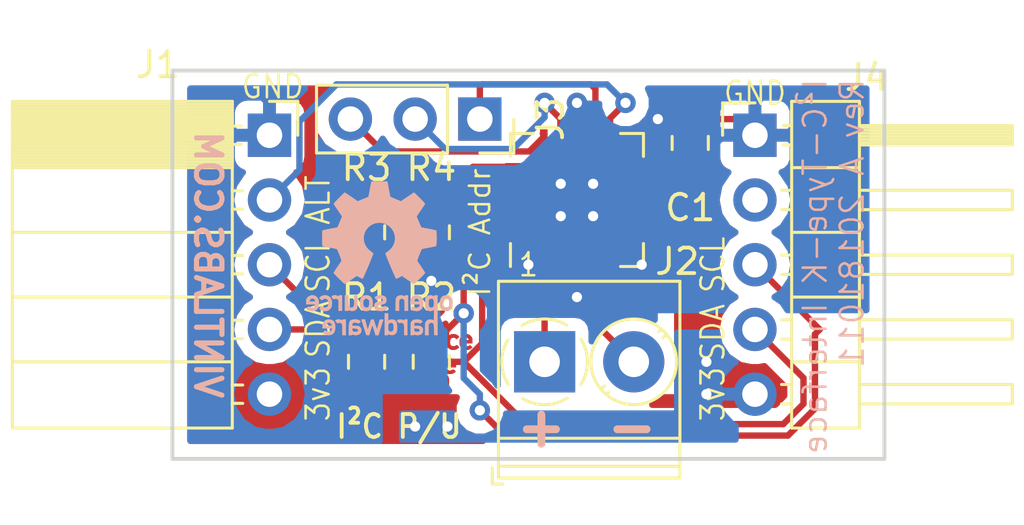
<source format=kicad_pcb>
(kicad_pcb (version 20171130) (host pcbnew 5.0.0)

  (general
    (thickness 1.6)
    (drawings 26)
    (tracks 118)
    (zones 0)
    (modules 13)
    (nets 13)
  )

  (page A4)
  (layers
    (0 F.Cu signal)
    (31 B.Cu signal hide)
    (32 B.Adhes user)
    (33 F.Adhes user)
    (34 B.Paste user)
    (35 F.Paste user)
    (36 B.SilkS user)
    (37 F.SilkS user)
    (38 B.Mask user hide)
    (39 F.Mask user)
    (40 Dwgs.User user)
    (41 Cmts.User user)
    (42 Eco1.User user)
    (43 Eco2.User user)
    (44 Edge.Cuts user)
    (45 Margin user)
    (46 B.CrtYd user)
    (47 F.CrtYd user)
    (48 B.Fab user)
    (49 F.Fab user)
  )

  (setup
    (last_trace_width 0.25)
    (trace_clearance 0.2)
    (zone_clearance 0.508)
    (zone_45_only no)
    (trace_min 0.2)
    (segment_width 0.2)
    (edge_width 0.15)
    (via_size 0.8)
    (via_drill 0.4)
    (via_min_size 0.4)
    (via_min_drill 0.3)
    (uvia_size 0.3)
    (uvia_drill 0.1)
    (uvias_allowed no)
    (uvia_min_size 0.2)
    (uvia_min_drill 0.1)
    (pcb_text_width 0.3)
    (pcb_text_size 1.5 1.5)
    (mod_edge_width 0.15)
    (mod_text_size 1 1)
    (mod_text_width 0.15)
    (pad_size 3.35 3.35)
    (pad_drill 0)
    (pad_to_mask_clearance 0.2)
    (aux_axis_origin 0 0)
    (visible_elements FFFFFF7F)
    (pcbplotparams
      (layerselection 0x010fc_ffffffff)
      (usegerberextensions false)
      (usegerberattributes false)
      (usegerberadvancedattributes false)
      (creategerberjobfile false)
      (excludeedgelayer true)
      (linewidth 0.100000)
      (plotframeref false)
      (viasonmask false)
      (mode 1)
      (useauxorigin false)
      (hpglpennumber 1)
      (hpglpenspeed 20)
      (hpglpendiameter 15.000000)
      (psnegative false)
      (psa4output false)
      (plotreference true)
      (plotvalue true)
      (plotinvisibletext false)
      (padsonsilk false)
      (subtractmaskfromsilk false)
      (outputformat 0)
      (mirror false)
      (drillshape 0)
      (scaleselection 1)
      (outputdirectory "pdf/"))
  )

  (net 0 "")
  (net 1 VDD)
  (net 2 SDA)
  (net 3 SCL)
  (net 4 "Net-(R3-Pad2)")
  (net 5 Earth)
  (net 6 "Net-(J2-Pad1)")
  (net 7 "Net-(J2-Pad2)")
  (net 8 ALERT1)
  (net 9 "Net-(J3-Pad2)")
  (net 10 "Net-(J3-Pad3)")
  (net 11 /ALERT2)
  (net 12 "Net-(J4-Pad2)")

  (net_class Default "This is the default net class."
    (clearance 0.2)
    (trace_width 0.25)
    (via_dia 0.8)
    (via_drill 0.4)
    (uvia_dia 0.3)
    (uvia_drill 0.1)
    (add_net /ALERT2)
    (add_net ALERT1)
    (add_net Earth)
    (add_net "Net-(J2-Pad1)")
    (add_net "Net-(J2-Pad2)")
    (add_net "Net-(J3-Pad2)")
    (add_net "Net-(J3-Pad3)")
    (add_net "Net-(J4-Pad2)")
    (add_net "Net-(R3-Pad2)")
    (add_net SCL)
    (add_net SDA)
    (add_net VDD)
  )

  (module I2C_Thermocouple:MCP9600_QFN-20-1EP_5x5mm_P0.65mm_EP3.35x3.35mm (layer F.Cu) (tedit 5BC66BDE) (tstamp 5BCADC5C)
    (at 194.945 83.82 90)
    (descr "QFN, 20 Pin (http://ww1.microchip.com/downloads/en/PackagingSpec/00000049BQ.pdf (Page 276)), generated with kicad-footprint-generator ipc_dfn_qfn_generator.py")
    (tags "QFN DFN_QFN")
    (path /5BBF06EE)
    (attr smd)
    (fp_text reference U1 (at 0 -3.8 90) (layer F.SilkS) hide
      (effects (font (size 1 1) (thickness 0.15)))
    )
    (fp_text value MCP9600 (at 0 3.8 90) (layer F.Fab)
      (effects (font (size 1 1) (thickness 0.15)))
    )
    (fp_line (start 1.71 -2.61) (end 2.61 -2.61) (layer F.SilkS) (width 0.12))
    (fp_line (start 2.61 -2.61) (end 2.61 -1.71) (layer F.SilkS) (width 0.12))
    (fp_line (start -1.71 2.61) (end -2.61 2.61) (layer F.SilkS) (width 0.12))
    (fp_line (start -2.61 2.61) (end -2.61 1.71) (layer F.SilkS) (width 0.12))
    (fp_line (start 1.71 2.61) (end 2.61 2.61) (layer F.SilkS) (width 0.12))
    (fp_line (start 2.61 2.61) (end 2.61 1.71) (layer F.SilkS) (width 0.12))
    (fp_line (start -1.71 -2.61) (end -2.61 -2.61) (layer F.SilkS) (width 0.12))
    (fp_line (start -1.5 -2.5) (end 2.5 -2.5) (layer F.Fab) (width 0.1))
    (fp_line (start 2.5 -2.5) (end 2.5 2.5) (layer F.Fab) (width 0.1))
    (fp_line (start 2.5 2.5) (end -2.5 2.5) (layer F.Fab) (width 0.1))
    (fp_line (start -2.5 2.5) (end -2.5 -1.5) (layer F.Fab) (width 0.1))
    (fp_line (start -2.5 -1.5) (end -1.5 -2.5) (layer F.Fab) (width 0.1))
    (fp_line (start -3.1 -3.1) (end -3.1 3.1) (layer F.CrtYd) (width 0.05))
    (fp_line (start -3.1 3.1) (end 3.1 3.1) (layer F.CrtYd) (width 0.05))
    (fp_line (start 3.1 3.1) (end 3.1 -3.1) (layer F.CrtYd) (width 0.05))
    (fp_line (start 3.1 -3.1) (end -3.1 -3.1) (layer F.CrtYd) (width 0.05))
    (fp_text user %R (at 0 0 90) (layer F.Fab)
      (effects (font (size 1 1) (thickness 0.15)))
    )
    (pad 21 smd roundrect (at 0 0 90) (size 3.35 3.35) (layers F.Cu F.Mask) (roundrect_rratio 0.075)
      (net 5 Earth) (zone_connect 1))
    (pad "" smd roundrect (at -0.84 -0.84 90) (size 1.35 1.35) (layers F.Paste) (roundrect_rratio 0.185185))
    (pad "" smd roundrect (at -0.84 0.84 90) (size 1.35 1.35) (layers F.Paste) (roundrect_rratio 0.185185))
    (pad "" smd roundrect (at 0.84 -0.84 90) (size 1.35 1.35) (layers F.Paste) (roundrect_rratio 0.185185))
    (pad "" smd roundrect (at 0.84 0.84 90) (size 1.35 1.35) (layers F.Paste) (roundrect_rratio 0.185185))
    (pad 1 smd roundrect (at -2.475 -1.3 90) (size 0.75 0.3) (layers F.Cu F.Paste F.Mask) (roundrect_rratio 0.25)
      (net 5 Earth))
    (pad 2 smd roundrect (at -2.475 -0.65 90) (size 0.75 0.3) (layers F.Cu F.Paste F.Mask) (roundrect_rratio 0.25)
      (net 6 "Net-(J2-Pad1)"))
    (pad 3 smd roundrect (at -2.475 0 90) (size 0.75 0.3) (layers F.Cu F.Paste F.Mask) (roundrect_rratio 0.25)
      (net 5 Earth))
    (pad 4 smd roundrect (at -2.475 0.65 90) (size 0.75 0.3) (layers F.Cu F.Paste F.Mask) (roundrect_rratio 0.25)
      (net 7 "Net-(J2-Pad2)"))
    (pad 5 smd roundrect (at -2.475 1.3 90) (size 0.75 0.3) (layers F.Cu F.Paste F.Mask) (roundrect_rratio 0.25)
      (net 5 Earth))
    (pad 6 smd roundrect (at -1.3 2.475 90) (size 0.3 0.75) (layers F.Cu F.Paste F.Mask) (roundrect_rratio 0.25)
      (net 5 Earth))
    (pad 7 smd roundrect (at -0.65 2.475 90) (size 0.3 0.75) (layers F.Cu F.Paste F.Mask) (roundrect_rratio 0.25)
      (net 5 Earth))
    (pad 8 smd roundrect (at 0 2.475 90) (size 0.3 0.75) (layers F.Cu F.Paste F.Mask) (roundrect_rratio 0.25)
      (net 1 VDD))
    (pad 9 smd roundrect (at 0.65 2.475 90) (size 0.3 0.75) (layers F.Cu F.Paste F.Mask) (roundrect_rratio 0.25)
      (net 5 Earth))
    (pad 10 smd roundrect (at 1.3 2.475 90) (size 0.3 0.75) (layers F.Cu F.Paste F.Mask) (roundrect_rratio 0.25)
      (net 5 Earth))
    (pad 11 smd roundrect (at 2.475 1.3 90) (size 0.75 0.3) (layers F.Cu F.Paste F.Mask) (roundrect_rratio 0.25)
      (net 8 ALERT1))
    (pad 12 smd roundrect (at 2.475 0.65 90) (size 0.75 0.3) (layers F.Cu F.Paste F.Mask) (roundrect_rratio 0.25)
      (net 11 /ALERT2))
    (pad 13 smd roundrect (at 2.475 0 90) (size 0.75 0.3) (layers F.Cu F.Paste F.Mask) (roundrect_rratio 0.25)
      (net 5 Earth))
    (pad 14 smd roundrect (at 2.475 -0.65 90) (size 0.75 0.3) (layers F.Cu F.Paste F.Mask) (roundrect_rratio 0.25)
      (net 9 "Net-(J3-Pad2)"))
    (pad 15 smd roundrect (at 2.475 -1.3 90) (size 0.75 0.3) (layers F.Cu F.Paste F.Mask) (roundrect_rratio 0.25)
      (net 10 "Net-(J3-Pad3)"))
    (pad 16 smd roundrect (at 1.3 -2.475 90) (size 0.3 0.75) (layers F.Cu F.Paste F.Mask) (roundrect_rratio 0.25)
      (net 4 "Net-(R3-Pad2)"))
    (pad 17 smd roundrect (at 0.65 -2.475 90) (size 0.3 0.75) (layers F.Cu F.Paste F.Mask) (roundrect_rratio 0.25)
      (net 5 Earth))
    (pad 18 smd roundrect (at 0 -2.475 90) (size 0.3 0.75) (layers F.Cu F.Paste F.Mask) (roundrect_rratio 0.25)
      (net 5 Earth))
    (pad 19 smd roundrect (at -0.65 -2.475 90) (size 0.3 0.75) (layers F.Cu F.Paste F.Mask) (roundrect_rratio 0.25)
      (net 3 SCL))
    (pad 20 smd roundrect (at -1.3 -2.475 90) (size 0.3 0.75) (layers F.Cu F.Paste F.Mask) (roundrect_rratio 0.25)
      (net 2 SDA))
    (model ${KISYS3DMOD}/Package_DFN_QFN.3dshapes/QFN-20-1EP_5x5mm_P0.65mm_EP3.35x3.35mm.wrl
      (at (xyz 0 0 0))
      (scale (xyz 1 1 1))
      (rotate (xyz 0 0 0))
    )
  )

  (module Connector_PinSocket_2.54mm:PinSocket_1x03_P2.54mm_Vertical (layer F.Cu) (tedit 5A19A429) (tstamp 5BCA9E3A)
    (at 191.135 80.645 270)
    (descr "Through hole straight socket strip, 1x03, 2.54mm pitch, single row (from Kicad 4.0.7), script generated")
    (tags "Through hole socket strip THT 1x03 2.54mm single row")
    (path /5BC65029)
    (fp_text reference J3 (at 0 -2.77 270) (layer F.SilkS)
      (effects (font (size 1 1) (thickness 0.15)))
    )
    (fp_text value Conn_01x03 (at 0 7.85 270) (layer F.Fab)
      (effects (font (size 1 1) (thickness 0.15)))
    )
    (fp_line (start -1.27 -1.27) (end 0.635 -1.27) (layer F.Fab) (width 0.1))
    (fp_line (start 0.635 -1.27) (end 1.27 -0.635) (layer F.Fab) (width 0.1))
    (fp_line (start 1.27 -0.635) (end 1.27 6.35) (layer F.Fab) (width 0.1))
    (fp_line (start 1.27 6.35) (end -1.27 6.35) (layer F.Fab) (width 0.1))
    (fp_line (start -1.27 6.35) (end -1.27 -1.27) (layer F.Fab) (width 0.1))
    (fp_line (start -1.33 1.27) (end 1.33 1.27) (layer F.SilkS) (width 0.12))
    (fp_line (start -1.33 1.27) (end -1.33 6.41) (layer F.SilkS) (width 0.12))
    (fp_line (start -1.33 6.41) (end 1.33 6.41) (layer F.SilkS) (width 0.12))
    (fp_line (start 1.33 1.27) (end 1.33 6.41) (layer F.SilkS) (width 0.12))
    (fp_line (start 1.33 -1.33) (end 1.33 0) (layer F.SilkS) (width 0.12))
    (fp_line (start 0 -1.33) (end 1.33 -1.33) (layer F.SilkS) (width 0.12))
    (fp_line (start -1.8 -1.8) (end 1.75 -1.8) (layer F.CrtYd) (width 0.05))
    (fp_line (start 1.75 -1.8) (end 1.75 6.85) (layer F.CrtYd) (width 0.05))
    (fp_line (start 1.75 6.85) (end -1.8 6.85) (layer F.CrtYd) (width 0.05))
    (fp_line (start -1.8 6.85) (end -1.8 -1.8) (layer F.CrtYd) (width 0.05))
    (fp_text user %R (at 0 2.54) (layer F.Fab)
      (effects (font (size 1 1) (thickness 0.15)))
    )
    (pad 1 thru_hole rect (at 0 0 270) (size 1.7 1.7) (drill 1) (layers *.Cu *.Mask)
      (net 11 /ALERT2))
    (pad 2 thru_hole oval (at 0 2.54 270) (size 1.7 1.7) (drill 1) (layers *.Cu *.Mask)
      (net 9 "Net-(J3-Pad2)"))
    (pad 3 thru_hole oval (at 0 5.08 270) (size 1.7 1.7) (drill 1) (layers *.Cu *.Mask)
      (net 10 "Net-(J3-Pad3)"))
  )

  (module Connector_PinHeader_2.54mm:PinHeader_1x05_P2.54mm_Horizontal (layer F.Cu) (tedit 59FED5CB) (tstamp 5BC93276)
    (at 201.93 81.28)
    (descr "Through hole angled pin header, 1x05, 2.54mm pitch, 6mm pin length, single row")
    (tags "Through hole angled pin header THT 1x05 2.54mm single row")
    (path /5BC4960F)
    (fp_text reference J4 (at 4.385 -2.27) (layer F.SilkS)
      (effects (font (size 1 1) (thickness 0.15)))
    )
    (fp_text value Conn_01x05 (at 4.385 12.43) (layer F.Fab)
      (effects (font (size 1 1) (thickness 0.15)))
    )
    (fp_line (start 2.135 -1.27) (end 4.04 -1.27) (layer F.Fab) (width 0.1))
    (fp_line (start 4.04 -1.27) (end 4.04 11.43) (layer F.Fab) (width 0.1))
    (fp_line (start 4.04 11.43) (end 1.5 11.43) (layer F.Fab) (width 0.1))
    (fp_line (start 1.5 11.43) (end 1.5 -0.635) (layer F.Fab) (width 0.1))
    (fp_line (start 1.5 -0.635) (end 2.135 -1.27) (layer F.Fab) (width 0.1))
    (fp_line (start -0.32 -0.32) (end 1.5 -0.32) (layer F.Fab) (width 0.1))
    (fp_line (start -0.32 -0.32) (end -0.32 0.32) (layer F.Fab) (width 0.1))
    (fp_line (start -0.32 0.32) (end 1.5 0.32) (layer F.Fab) (width 0.1))
    (fp_line (start 4.04 -0.32) (end 10.04 -0.32) (layer F.Fab) (width 0.1))
    (fp_line (start 10.04 -0.32) (end 10.04 0.32) (layer F.Fab) (width 0.1))
    (fp_line (start 4.04 0.32) (end 10.04 0.32) (layer F.Fab) (width 0.1))
    (fp_line (start -0.32 2.22) (end 1.5 2.22) (layer F.Fab) (width 0.1))
    (fp_line (start -0.32 2.22) (end -0.32 2.86) (layer F.Fab) (width 0.1))
    (fp_line (start -0.32 2.86) (end 1.5 2.86) (layer F.Fab) (width 0.1))
    (fp_line (start 4.04 2.22) (end 10.04 2.22) (layer F.Fab) (width 0.1))
    (fp_line (start 10.04 2.22) (end 10.04 2.86) (layer F.Fab) (width 0.1))
    (fp_line (start 4.04 2.86) (end 10.04 2.86) (layer F.Fab) (width 0.1))
    (fp_line (start -0.32 4.76) (end 1.5 4.76) (layer F.Fab) (width 0.1))
    (fp_line (start -0.32 4.76) (end -0.32 5.4) (layer F.Fab) (width 0.1))
    (fp_line (start -0.32 5.4) (end 1.5 5.4) (layer F.Fab) (width 0.1))
    (fp_line (start 4.04 4.76) (end 10.04 4.76) (layer F.Fab) (width 0.1))
    (fp_line (start 10.04 4.76) (end 10.04 5.4) (layer F.Fab) (width 0.1))
    (fp_line (start 4.04 5.4) (end 10.04 5.4) (layer F.Fab) (width 0.1))
    (fp_line (start -0.32 7.3) (end 1.5 7.3) (layer F.Fab) (width 0.1))
    (fp_line (start -0.32 7.3) (end -0.32 7.94) (layer F.Fab) (width 0.1))
    (fp_line (start -0.32 7.94) (end 1.5 7.94) (layer F.Fab) (width 0.1))
    (fp_line (start 4.04 7.3) (end 10.04 7.3) (layer F.Fab) (width 0.1))
    (fp_line (start 10.04 7.3) (end 10.04 7.94) (layer F.Fab) (width 0.1))
    (fp_line (start 4.04 7.94) (end 10.04 7.94) (layer F.Fab) (width 0.1))
    (fp_line (start -0.32 9.84) (end 1.5 9.84) (layer F.Fab) (width 0.1))
    (fp_line (start -0.32 9.84) (end -0.32 10.48) (layer F.Fab) (width 0.1))
    (fp_line (start -0.32 10.48) (end 1.5 10.48) (layer F.Fab) (width 0.1))
    (fp_line (start 4.04 9.84) (end 10.04 9.84) (layer F.Fab) (width 0.1))
    (fp_line (start 10.04 9.84) (end 10.04 10.48) (layer F.Fab) (width 0.1))
    (fp_line (start 4.04 10.48) (end 10.04 10.48) (layer F.Fab) (width 0.1))
    (fp_line (start 1.44 -1.33) (end 1.44 11.49) (layer F.SilkS) (width 0.12))
    (fp_line (start 1.44 11.49) (end 4.1 11.49) (layer F.SilkS) (width 0.12))
    (fp_line (start 4.1 11.49) (end 4.1 -1.33) (layer F.SilkS) (width 0.12))
    (fp_line (start 4.1 -1.33) (end 1.44 -1.33) (layer F.SilkS) (width 0.12))
    (fp_line (start 4.1 -0.38) (end 10.1 -0.38) (layer F.SilkS) (width 0.12))
    (fp_line (start 10.1 -0.38) (end 10.1 0.38) (layer F.SilkS) (width 0.12))
    (fp_line (start 10.1 0.38) (end 4.1 0.38) (layer F.SilkS) (width 0.12))
    (fp_line (start 4.1 -0.32) (end 10.1 -0.32) (layer F.SilkS) (width 0.12))
    (fp_line (start 4.1 -0.2) (end 10.1 -0.2) (layer F.SilkS) (width 0.12))
    (fp_line (start 4.1 -0.08) (end 10.1 -0.08) (layer F.SilkS) (width 0.12))
    (fp_line (start 4.1 0.04) (end 10.1 0.04) (layer F.SilkS) (width 0.12))
    (fp_line (start 4.1 0.16) (end 10.1 0.16) (layer F.SilkS) (width 0.12))
    (fp_line (start 4.1 0.28) (end 10.1 0.28) (layer F.SilkS) (width 0.12))
    (fp_line (start 1.11 -0.38) (end 1.44 -0.38) (layer F.SilkS) (width 0.12))
    (fp_line (start 1.11 0.38) (end 1.44 0.38) (layer F.SilkS) (width 0.12))
    (fp_line (start 1.44 1.27) (end 4.1 1.27) (layer F.SilkS) (width 0.12))
    (fp_line (start 4.1 2.16) (end 10.1 2.16) (layer F.SilkS) (width 0.12))
    (fp_line (start 10.1 2.16) (end 10.1 2.92) (layer F.SilkS) (width 0.12))
    (fp_line (start 10.1 2.92) (end 4.1 2.92) (layer F.SilkS) (width 0.12))
    (fp_line (start 1.042929 2.16) (end 1.44 2.16) (layer F.SilkS) (width 0.12))
    (fp_line (start 1.042929 2.92) (end 1.44 2.92) (layer F.SilkS) (width 0.12))
    (fp_line (start 1.44 3.81) (end 4.1 3.81) (layer F.SilkS) (width 0.12))
    (fp_line (start 4.1 4.7) (end 10.1 4.7) (layer F.SilkS) (width 0.12))
    (fp_line (start 10.1 4.7) (end 10.1 5.46) (layer F.SilkS) (width 0.12))
    (fp_line (start 10.1 5.46) (end 4.1 5.46) (layer F.SilkS) (width 0.12))
    (fp_line (start 1.042929 4.7) (end 1.44 4.7) (layer F.SilkS) (width 0.12))
    (fp_line (start 1.042929 5.46) (end 1.44 5.46) (layer F.SilkS) (width 0.12))
    (fp_line (start 1.44 6.35) (end 4.1 6.35) (layer F.SilkS) (width 0.12))
    (fp_line (start 4.1 7.24) (end 10.1 7.24) (layer F.SilkS) (width 0.12))
    (fp_line (start 10.1 7.24) (end 10.1 8) (layer F.SilkS) (width 0.12))
    (fp_line (start 10.1 8) (end 4.1 8) (layer F.SilkS) (width 0.12))
    (fp_line (start 1.042929 7.24) (end 1.44 7.24) (layer F.SilkS) (width 0.12))
    (fp_line (start 1.042929 8) (end 1.44 8) (layer F.SilkS) (width 0.12))
    (fp_line (start 1.44 8.89) (end 4.1 8.89) (layer F.SilkS) (width 0.12))
    (fp_line (start 4.1 9.78) (end 10.1 9.78) (layer F.SilkS) (width 0.12))
    (fp_line (start 10.1 9.78) (end 10.1 10.54) (layer F.SilkS) (width 0.12))
    (fp_line (start 10.1 10.54) (end 4.1 10.54) (layer F.SilkS) (width 0.12))
    (fp_line (start 1.042929 9.78) (end 1.44 9.78) (layer F.SilkS) (width 0.12))
    (fp_line (start 1.042929 10.54) (end 1.44 10.54) (layer F.SilkS) (width 0.12))
    (fp_line (start -1.27 0) (end -1.27 -1.27) (layer F.SilkS) (width 0.12))
    (fp_line (start -1.27 -1.27) (end 0 -1.27) (layer F.SilkS) (width 0.12))
    (fp_line (start -1.8 -1.8) (end -1.8 11.95) (layer F.CrtYd) (width 0.05))
    (fp_line (start -1.8 11.95) (end 10.55 11.95) (layer F.CrtYd) (width 0.05))
    (fp_line (start 10.55 11.95) (end 10.55 -1.8) (layer F.CrtYd) (width 0.05))
    (fp_line (start 10.55 -1.8) (end -1.8 -1.8) (layer F.CrtYd) (width 0.05))
    (fp_text user %R (at 2.77 5.08 90) (layer F.Fab)
      (effects (font (size 1 1) (thickness 0.15)))
    )
    (pad 1 thru_hole rect (at 0 0) (size 1.7 1.7) (drill 1) (layers *.Cu *.Mask)
      (net 5 Earth))
    (pad 2 thru_hole oval (at 0 2.54) (size 1.7 1.7) (drill 1) (layers *.Cu *.Mask)
      (net 12 "Net-(J4-Pad2)"))
    (pad 3 thru_hole oval (at 0 5.08) (size 1.7 1.7) (drill 1) (layers *.Cu *.Mask)
      (net 3 SCL))
    (pad 4 thru_hole oval (at 0 7.62) (size 1.7 1.7) (drill 1) (layers *.Cu *.Mask)
      (net 2 SDA))
    (pad 5 thru_hole oval (at 0 10.16) (size 1.7 1.7) (drill 1) (layers *.Cu *.Mask)
      (net 1 VDD))
    (model ${KISYS3DMOD}/Connector_PinHeader_2.54mm.3dshapes/PinHeader_1x05_P2.54mm_Horizontal.wrl
      (at (xyz 0 0 0))
      (scale (xyz 1 1 1))
      (rotate (xyz 0 0 0))
    )
  )

  (module Connector_PinSocket_2.54mm:PinSocket_1x05_P2.54mm_Horizontal (layer F.Cu) (tedit 5A19A431) (tstamp 5BC9322C)
    (at 182.88 81.28)
    (descr "Through hole angled socket strip, 1x05, 2.54mm pitch, 8.51mm socket length, single row (from Kicad 4.0.7), script generated")
    (tags "Through hole angled socket strip THT 1x05 2.54mm single row")
    (path /5BC0CED6)
    (fp_text reference J1 (at -4.38 -2.77) (layer F.SilkS)
      (effects (font (size 1 1) (thickness 0.15)))
    )
    (fp_text value Conn_01x05 (at -4.38 12.93) (layer F.Fab)
      (effects (font (size 1 1) (thickness 0.15)))
    )
    (fp_line (start -10.03 -1.27) (end -2.49 -1.27) (layer F.Fab) (width 0.1))
    (fp_line (start -2.49 -1.27) (end -1.52 -0.3) (layer F.Fab) (width 0.1))
    (fp_line (start -1.52 -0.3) (end -1.52 11.43) (layer F.Fab) (width 0.1))
    (fp_line (start -1.52 11.43) (end -10.03 11.43) (layer F.Fab) (width 0.1))
    (fp_line (start -10.03 11.43) (end -10.03 -1.27) (layer F.Fab) (width 0.1))
    (fp_line (start 0 -0.3) (end -1.52 -0.3) (layer F.Fab) (width 0.1))
    (fp_line (start -1.52 0.3) (end 0 0.3) (layer F.Fab) (width 0.1))
    (fp_line (start 0 0.3) (end 0 -0.3) (layer F.Fab) (width 0.1))
    (fp_line (start 0 2.24) (end -1.52 2.24) (layer F.Fab) (width 0.1))
    (fp_line (start -1.52 2.84) (end 0 2.84) (layer F.Fab) (width 0.1))
    (fp_line (start 0 2.84) (end 0 2.24) (layer F.Fab) (width 0.1))
    (fp_line (start 0 4.78) (end -1.52 4.78) (layer F.Fab) (width 0.1))
    (fp_line (start -1.52 5.38) (end 0 5.38) (layer F.Fab) (width 0.1))
    (fp_line (start 0 5.38) (end 0 4.78) (layer F.Fab) (width 0.1))
    (fp_line (start 0 7.32) (end -1.52 7.32) (layer F.Fab) (width 0.1))
    (fp_line (start -1.52 7.92) (end 0 7.92) (layer F.Fab) (width 0.1))
    (fp_line (start 0 7.92) (end 0 7.32) (layer F.Fab) (width 0.1))
    (fp_line (start 0 9.86) (end -1.52 9.86) (layer F.Fab) (width 0.1))
    (fp_line (start -1.52 10.46) (end 0 10.46) (layer F.Fab) (width 0.1))
    (fp_line (start 0 10.46) (end 0 9.86) (layer F.Fab) (width 0.1))
    (fp_line (start -10.09 -1.21) (end -1.46 -1.21) (layer F.SilkS) (width 0.12))
    (fp_line (start -10.09 -1.091905) (end -1.46 -1.091905) (layer F.SilkS) (width 0.12))
    (fp_line (start -10.09 -0.97381) (end -1.46 -0.97381) (layer F.SilkS) (width 0.12))
    (fp_line (start -10.09 -0.855715) (end -1.46 -0.855715) (layer F.SilkS) (width 0.12))
    (fp_line (start -10.09 -0.73762) (end -1.46 -0.73762) (layer F.SilkS) (width 0.12))
    (fp_line (start -10.09 -0.619525) (end -1.46 -0.619525) (layer F.SilkS) (width 0.12))
    (fp_line (start -10.09 -0.50143) (end -1.46 -0.50143) (layer F.SilkS) (width 0.12))
    (fp_line (start -10.09 -0.383335) (end -1.46 -0.383335) (layer F.SilkS) (width 0.12))
    (fp_line (start -10.09 -0.26524) (end -1.46 -0.26524) (layer F.SilkS) (width 0.12))
    (fp_line (start -10.09 -0.147145) (end -1.46 -0.147145) (layer F.SilkS) (width 0.12))
    (fp_line (start -10.09 -0.02905) (end -1.46 -0.02905) (layer F.SilkS) (width 0.12))
    (fp_line (start -10.09 0.089045) (end -1.46 0.089045) (layer F.SilkS) (width 0.12))
    (fp_line (start -10.09 0.20714) (end -1.46 0.20714) (layer F.SilkS) (width 0.12))
    (fp_line (start -10.09 0.325235) (end -1.46 0.325235) (layer F.SilkS) (width 0.12))
    (fp_line (start -10.09 0.44333) (end -1.46 0.44333) (layer F.SilkS) (width 0.12))
    (fp_line (start -10.09 0.561425) (end -1.46 0.561425) (layer F.SilkS) (width 0.12))
    (fp_line (start -10.09 0.67952) (end -1.46 0.67952) (layer F.SilkS) (width 0.12))
    (fp_line (start -10.09 0.797615) (end -1.46 0.797615) (layer F.SilkS) (width 0.12))
    (fp_line (start -10.09 0.91571) (end -1.46 0.91571) (layer F.SilkS) (width 0.12))
    (fp_line (start -10.09 1.033805) (end -1.46 1.033805) (layer F.SilkS) (width 0.12))
    (fp_line (start -10.09 1.1519) (end -1.46 1.1519) (layer F.SilkS) (width 0.12))
    (fp_line (start -1.46 -0.36) (end -1.11 -0.36) (layer F.SilkS) (width 0.12))
    (fp_line (start -1.46 0.36) (end -1.11 0.36) (layer F.SilkS) (width 0.12))
    (fp_line (start -1.46 2.18) (end -1.05 2.18) (layer F.SilkS) (width 0.12))
    (fp_line (start -1.46 2.9) (end -1.05 2.9) (layer F.SilkS) (width 0.12))
    (fp_line (start -1.46 4.72) (end -1.05 4.72) (layer F.SilkS) (width 0.12))
    (fp_line (start -1.46 5.44) (end -1.05 5.44) (layer F.SilkS) (width 0.12))
    (fp_line (start -1.46 7.26) (end -1.05 7.26) (layer F.SilkS) (width 0.12))
    (fp_line (start -1.46 7.98) (end -1.05 7.98) (layer F.SilkS) (width 0.12))
    (fp_line (start -1.46 9.8) (end -1.05 9.8) (layer F.SilkS) (width 0.12))
    (fp_line (start -1.46 10.52) (end -1.05 10.52) (layer F.SilkS) (width 0.12))
    (fp_line (start -10.09 1.27) (end -1.46 1.27) (layer F.SilkS) (width 0.12))
    (fp_line (start -10.09 3.81) (end -1.46 3.81) (layer F.SilkS) (width 0.12))
    (fp_line (start -10.09 6.35) (end -1.46 6.35) (layer F.SilkS) (width 0.12))
    (fp_line (start -10.09 8.89) (end -1.46 8.89) (layer F.SilkS) (width 0.12))
    (fp_line (start -10.09 -1.33) (end -1.46 -1.33) (layer F.SilkS) (width 0.12))
    (fp_line (start -1.46 -1.33) (end -1.46 11.49) (layer F.SilkS) (width 0.12))
    (fp_line (start -10.09 11.49) (end -1.46 11.49) (layer F.SilkS) (width 0.12))
    (fp_line (start -10.09 -1.33) (end -10.09 11.49) (layer F.SilkS) (width 0.12))
    (fp_line (start 1.11 -1.33) (end 1.11 0) (layer F.SilkS) (width 0.12))
    (fp_line (start 0 -1.33) (end 1.11 -1.33) (layer F.SilkS) (width 0.12))
    (fp_line (start 1.75 -1.75) (end -10.55 -1.75) (layer F.CrtYd) (width 0.05))
    (fp_line (start -10.55 -1.75) (end -10.55 11.95) (layer F.CrtYd) (width 0.05))
    (fp_line (start -10.55 11.95) (end 1.75 11.95) (layer F.CrtYd) (width 0.05))
    (fp_line (start 1.75 11.95) (end 1.75 -1.75) (layer F.CrtYd) (width 0.05))
    (fp_text user %R (at -5.775 5.08 90) (layer F.Fab)
      (effects (font (size 1 1) (thickness 0.15)))
    )
    (pad 1 thru_hole rect (at 0 0) (size 1.7 1.7) (drill 1) (layers *.Cu *.Mask)
      (net 5 Earth))
    (pad 2 thru_hole oval (at 0 2.54) (size 1.7 1.7) (drill 1) (layers *.Cu *.Mask)
      (net 8 ALERT1))
    (pad 3 thru_hole oval (at 0 5.08) (size 1.7 1.7) (drill 1) (layers *.Cu *.Mask)
      (net 3 SCL))
    (pad 4 thru_hole oval (at 0 7.62) (size 1.7 1.7) (drill 1) (layers *.Cu *.Mask)
      (net 2 SDA))
    (pad 5 thru_hole oval (at 0 10.16) (size 1.7 1.7) (drill 1) (layers *.Cu *.Mask)
      (net 1 VDD))
    (model ${KISYS3DMOD}/Connector_PinSocket_2.54mm.3dshapes/PinSocket_1x05_P2.54mm_Horizontal.wrl
      (at (xyz 0 0 0))
      (scale (xyz 1 1 1))
      (rotate (xyz 0 0 0))
    )
  )

  (module Capacitor_SMD:C_0805_2012Metric (layer F.Cu) (tedit 5BBFEB2D) (tstamp 5BCB1204)
    (at 199.39 81.5825 90)
    (descr "Capacitor SMD 0805 (2012 Metric), square (rectangular) end terminal, IPC_7351 nominal, (Body size source: https://docs.google.com/spreadsheets/d/1BsfQQcO9C6DZCsRaXUlFlo91Tg2WpOkGARC1WS5S8t0/edit?usp=sharing), generated with kicad-footprint-generator")
    (tags capacitor)
    (path /5BBF23E1)
    (attr smd)
    (fp_text reference C1 (at -2.54 0 180) (layer F.SilkS)
      (effects (font (size 1 1) (thickness 0.15)))
    )
    (fp_text value 10uF (at 0 1.65 90) (layer F.Fab) hide
      (effects (font (size 1 1) (thickness 0.15)))
    )
    (fp_line (start -1 0.6) (end -1 -0.6) (layer F.Fab) (width 0.1))
    (fp_line (start -1 -0.6) (end 1 -0.6) (layer F.Fab) (width 0.1))
    (fp_line (start 1 -0.6) (end 1 0.6) (layer F.Fab) (width 0.1))
    (fp_line (start 1 0.6) (end -1 0.6) (layer F.Fab) (width 0.1))
    (fp_line (start -0.258578 -0.71) (end 0.258578 -0.71) (layer F.SilkS) (width 0.12))
    (fp_line (start -0.258578 0.71) (end 0.258578 0.71) (layer F.SilkS) (width 0.12))
    (fp_line (start -1.68 0.95) (end -1.68 -0.95) (layer F.CrtYd) (width 0.05))
    (fp_line (start -1.68 -0.95) (end 1.68 -0.95) (layer F.CrtYd) (width 0.05))
    (fp_line (start 1.68 -0.95) (end 1.68 0.95) (layer F.CrtYd) (width 0.05))
    (fp_line (start 1.68 0.95) (end -1.68 0.95) (layer F.CrtYd) (width 0.05))
    (fp_text user %R (at 0 0 90) (layer F.Fab)
      (effects (font (size 0.5 0.5) (thickness 0.08)))
    )
    (pad 1 smd roundrect (at -0.9375 0 90) (size 0.975 1.4) (layers F.Cu F.Paste F.Mask) (roundrect_rratio 0.25)
      (net 1 VDD))
    (pad 2 smd roundrect (at 0.9375 0 90) (size 0.975 1.4) (layers F.Cu F.Paste F.Mask) (roundrect_rratio 0.25)
      (net 5 Earth))
    (model ${KISYS3DMOD}/Capacitor_SMD.3dshapes/C_0805_2012Metric.wrl
      (at (xyz 0 0 0))
      (scale (xyz 1 1 1))
      (rotate (xyz 0 0 0))
    )
  )

  (module Resistor_SMD:R_0805_2012Metric (layer F.Cu) (tedit 5B36C52B) (tstamp 5BCB1123)
    (at 189.23 85.09 270)
    (descr "Resistor SMD 0805 (2012 Metric), square (rectangular) end terminal, IPC_7351 nominal, (Body size source: https://docs.google.com/spreadsheets/d/1BsfQQcO9C6DZCsRaXUlFlo91Tg2WpOkGARC1WS5S8t0/edit?usp=sharing), generated with kicad-footprint-generator")
    (tags resistor)
    (path /5BBF9637)
    (attr smd)
    (fp_text reference R4 (at -2.54 0) (layer F.SilkS)
      (effects (font (size 1 1) (thickness 0.15)))
    )
    (fp_text value 10k (at 0 1.65 270) (layer F.Fab)
      (effects (font (size 1 1) (thickness 0.15)))
    )
    (fp_text user %R (at 0 0 270) (layer F.Fab)
      (effects (font (size 0.5 0.5) (thickness 0.08)))
    )
    (fp_line (start 1.68 0.95) (end -1.68 0.95) (layer F.CrtYd) (width 0.05))
    (fp_line (start 1.68 -0.95) (end 1.68 0.95) (layer F.CrtYd) (width 0.05))
    (fp_line (start -1.68 -0.95) (end 1.68 -0.95) (layer F.CrtYd) (width 0.05))
    (fp_line (start -1.68 0.95) (end -1.68 -0.95) (layer F.CrtYd) (width 0.05))
    (fp_line (start -0.258578 0.71) (end 0.258578 0.71) (layer F.SilkS) (width 0.12))
    (fp_line (start -0.258578 -0.71) (end 0.258578 -0.71) (layer F.SilkS) (width 0.12))
    (fp_line (start 1 0.6) (end -1 0.6) (layer F.Fab) (width 0.1))
    (fp_line (start 1 -0.6) (end 1 0.6) (layer F.Fab) (width 0.1))
    (fp_line (start -1 -0.6) (end 1 -0.6) (layer F.Fab) (width 0.1))
    (fp_line (start -1 0.6) (end -1 -0.6) (layer F.Fab) (width 0.1))
    (pad 2 smd roundrect (at 0.9375 0 270) (size 0.975 1.4) (layers F.Cu F.Paste F.Mask) (roundrect_rratio 0.25)
      (net 5 Earth))
    (pad 1 smd roundrect (at -0.9375 0 270) (size 0.975 1.4) (layers F.Cu F.Paste F.Mask) (roundrect_rratio 0.25)
      (net 4 "Net-(R3-Pad2)"))
    (model ${KISYS3DMOD}/Resistor_SMD.3dshapes/R_0805_2012Metric.wrl
      (at (xyz 0 0 0))
      (scale (xyz 1 1 1))
      (rotate (xyz 0 0 0))
    )
  )

  (module Resistor_SMD:R_0805_2012Metric (layer F.Cu) (tedit 5B36C52B) (tstamp 5BCB1112)
    (at 186.69 85.09 90)
    (descr "Resistor SMD 0805 (2012 Metric), square (rectangular) end terminal, IPC_7351 nominal, (Body size source: https://docs.google.com/spreadsheets/d/1BsfQQcO9C6DZCsRaXUlFlo91Tg2WpOkGARC1WS5S8t0/edit?usp=sharing), generated with kicad-footprint-generator")
    (tags resistor)
    (path /5BBF956A)
    (attr smd)
    (fp_text reference R3 (at 2.54 0 180) (layer F.SilkS)
      (effects (font (size 1 1) (thickness 0.15)))
    )
    (fp_text value 10k (at 0 1.65 90) (layer F.Fab)
      (effects (font (size 1 1) (thickness 0.15)))
    )
    (fp_line (start -1 0.6) (end -1 -0.6) (layer F.Fab) (width 0.1))
    (fp_line (start -1 -0.6) (end 1 -0.6) (layer F.Fab) (width 0.1))
    (fp_line (start 1 -0.6) (end 1 0.6) (layer F.Fab) (width 0.1))
    (fp_line (start 1 0.6) (end -1 0.6) (layer F.Fab) (width 0.1))
    (fp_line (start -0.258578 -0.71) (end 0.258578 -0.71) (layer F.SilkS) (width 0.12))
    (fp_line (start -0.258578 0.71) (end 0.258578 0.71) (layer F.SilkS) (width 0.12))
    (fp_line (start -1.68 0.95) (end -1.68 -0.95) (layer F.CrtYd) (width 0.05))
    (fp_line (start -1.68 -0.95) (end 1.68 -0.95) (layer F.CrtYd) (width 0.05))
    (fp_line (start 1.68 -0.95) (end 1.68 0.95) (layer F.CrtYd) (width 0.05))
    (fp_line (start 1.68 0.95) (end -1.68 0.95) (layer F.CrtYd) (width 0.05))
    (fp_text user %R (at 0 0 90) (layer F.Fab)
      (effects (font (size 0.5 0.5) (thickness 0.08)))
    )
    (pad 1 smd roundrect (at -0.9375 0 90) (size 0.975 1.4) (layers F.Cu F.Paste F.Mask) (roundrect_rratio 0.25)
      (net 1 VDD))
    (pad 2 smd roundrect (at 0.9375 0 90) (size 0.975 1.4) (layers F.Cu F.Paste F.Mask) (roundrect_rratio 0.25)
      (net 4 "Net-(R3-Pad2)"))
    (model ${KISYS3DMOD}/Resistor_SMD.3dshapes/R_0805_2012Metric.wrl
      (at (xyz 0 0 0))
      (scale (xyz 1 1 1))
      (rotate (xyz 0 0 0))
    )
  )

  (module Resistor_SMD:R_0805_2012Metric (layer F.Cu) (tedit 5BBFE981) (tstamp 5BCB1101)
    (at 189.23 90.17 90)
    (descr "Resistor SMD 0805 (2012 Metric), square (rectangular) end terminal, IPC_7351 nominal, (Body size source: https://docs.google.com/spreadsheets/d/1BsfQQcO9C6DZCsRaXUlFlo91Tg2WpOkGARC1WS5S8t0/edit?usp=sharing), generated with kicad-footprint-generator")
    (tags resistor)
    (path /5BC16F9A)
    (attr smd)
    (fp_text reference R2 (at 2.54 0 180) (layer F.SilkS)
      (effects (font (size 1 1) (thickness 0.15)))
    )
    (fp_text value 10k (at 0 1.65 90) (layer F.Fab) hide
      (effects (font (size 1 1) (thickness 0.15)))
    )
    (fp_text user %R (at 0 0 90) (layer F.Fab)
      (effects (font (size 0.5 0.5) (thickness 0.08)))
    )
    (fp_line (start 1.68 0.95) (end -1.68 0.95) (layer F.CrtYd) (width 0.05))
    (fp_line (start 1.68 -0.95) (end 1.68 0.95) (layer F.CrtYd) (width 0.05))
    (fp_line (start -1.68 -0.95) (end 1.68 -0.95) (layer F.CrtYd) (width 0.05))
    (fp_line (start -1.68 0.95) (end -1.68 -0.95) (layer F.CrtYd) (width 0.05))
    (fp_line (start -0.258578 0.71) (end 0.258578 0.71) (layer F.SilkS) (width 0.12))
    (fp_line (start -0.258578 -0.71) (end 0.258578 -0.71) (layer F.SilkS) (width 0.12))
    (fp_line (start 1 0.6) (end -1 0.6) (layer F.Fab) (width 0.1))
    (fp_line (start 1 -0.6) (end 1 0.6) (layer F.Fab) (width 0.1))
    (fp_line (start -1 -0.6) (end 1 -0.6) (layer F.Fab) (width 0.1))
    (fp_line (start -1 0.6) (end -1 -0.6) (layer F.Fab) (width 0.1))
    (pad 2 smd roundrect (at 0.9375 0 90) (size 0.975 1.4) (layers F.Cu F.Paste F.Mask) (roundrect_rratio 0.25)
      (net 3 SCL))
    (pad 1 smd roundrect (at -0.9375 0 90) (size 0.975 1.4) (layers F.Cu F.Paste F.Mask) (roundrect_rratio 0.25)
      (net 1 VDD))
    (model ${KISYS3DMOD}/Resistor_SMD.3dshapes/R_0805_2012Metric.wrl
      (at (xyz 0 0 0))
      (scale (xyz 1 1 1))
      (rotate (xyz 0 0 0))
    )
  )

  (module Resistor_SMD:R_0805_2012Metric (layer F.Cu) (tedit 5BBFE989) (tstamp 5BCB10F0)
    (at 186.69 90.17 90)
    (descr "Resistor SMD 0805 (2012 Metric), square (rectangular) end terminal, IPC_7351 nominal, (Body size source: https://docs.google.com/spreadsheets/d/1BsfQQcO9C6DZCsRaXUlFlo91Tg2WpOkGARC1WS5S8t0/edit?usp=sharing), generated with kicad-footprint-generator")
    (tags resistor)
    (path /5BC15F6C)
    (attr smd)
    (fp_text reference R1 (at 2.54 0 180) (layer F.SilkS)
      (effects (font (size 1 1) (thickness 0.15)))
    )
    (fp_text value 10k (at 0 1.65 90) (layer F.Fab) hide
      (effects (font (size 1 1) (thickness 0.15)))
    )
    (fp_line (start -1 0.6) (end -1 -0.6) (layer F.Fab) (width 0.1))
    (fp_line (start -1 -0.6) (end 1 -0.6) (layer F.Fab) (width 0.1))
    (fp_line (start 1 -0.6) (end 1 0.6) (layer F.Fab) (width 0.1))
    (fp_line (start 1 0.6) (end -1 0.6) (layer F.Fab) (width 0.1))
    (fp_line (start -0.258578 -0.71) (end 0.258578 -0.71) (layer F.SilkS) (width 0.12))
    (fp_line (start -0.258578 0.71) (end 0.258578 0.71) (layer F.SilkS) (width 0.12))
    (fp_line (start -1.68 0.95) (end -1.68 -0.95) (layer F.CrtYd) (width 0.05))
    (fp_line (start -1.68 -0.95) (end 1.68 -0.95) (layer F.CrtYd) (width 0.05))
    (fp_line (start 1.68 -0.95) (end 1.68 0.95) (layer F.CrtYd) (width 0.05))
    (fp_line (start 1.68 0.95) (end -1.68 0.95) (layer F.CrtYd) (width 0.05))
    (fp_text user %R (at 0 0 90) (layer F.Fab)
      (effects (font (size 0.5 0.5) (thickness 0.08)))
    )
    (pad 1 smd roundrect (at -0.9375 0 90) (size 0.975 1.4) (layers F.Cu F.Paste F.Mask) (roundrect_rratio 0.25)
      (net 1 VDD))
    (pad 2 smd roundrect (at 0.9375 0 90) (size 0.975 1.4) (layers F.Cu F.Paste F.Mask) (roundrect_rratio 0.25)
      (net 2 SDA))
    (model ${KISYS3DMOD}/Resistor_SMD.3dshapes/R_0805_2012Metric.wrl
      (at (xyz 0 0 0))
      (scale (xyz 1 1 1))
      (rotate (xyz 0 0 0))
    )
  )

  (module TerminalBlock_Phoenix:TerminalBlock_Phoenix_PT-1,5-2-3.5-H_1x02_P3.50mm_Horizontal (layer F.Cu) (tedit 5B294F3F) (tstamp 5BCE6FCC)
    (at 193.675 90.17)
    (descr "Terminal Block Phoenix PT-1,5-2-3.5-H, 2 pins, pitch 3.5mm, size 7x7.6mm^2, drill diamater 1.2mm, pad diameter 2.4mm, see , script-generated using https://github.com/pointhi/kicad-footprint-generator/scripts/TerminalBlock_Phoenix")
    (tags "THT Terminal Block Phoenix PT-1,5-2-3.5-H pitch 3.5mm size 7x7.6mm^2 drill 1.2mm pad 2.4mm")
    (path /5BBF3D5C)
    (fp_text reference J2 (at 5.207 -3.937) (layer F.SilkS)
      (effects (font (size 1 1) (thickness 0.15)))
    )
    (fp_text value Screw_Terminal_01x02 (at 1.75 5.56) (layer F.Fab)
      (effects (font (size 1 1) (thickness 0.15)))
    )
    (fp_arc (start 0 0) (end 0 1.68) (angle -32) (layer F.SilkS) (width 0.12))
    (fp_arc (start 0 0) (end 1.425 0.891) (angle -64) (layer F.SilkS) (width 0.12))
    (fp_arc (start 0 0) (end 0.866 -1.44) (angle -63) (layer F.SilkS) (width 0.12))
    (fp_arc (start 0 0) (end -1.44 -0.866) (angle -63) (layer F.SilkS) (width 0.12))
    (fp_arc (start 0 0) (end -0.866 1.44) (angle -32) (layer F.SilkS) (width 0.12))
    (fp_circle (center 0 0) (end 1.5 0) (layer F.Fab) (width 0.1))
    (fp_circle (center 3.5 0) (end 5 0) (layer F.Fab) (width 0.1))
    (fp_circle (center 3.5 0) (end 5.18 0) (layer F.SilkS) (width 0.12))
    (fp_line (start -1.75 -3.1) (end 5.25 -3.1) (layer F.Fab) (width 0.1))
    (fp_line (start 5.25 -3.1) (end 5.25 4.5) (layer F.Fab) (width 0.1))
    (fp_line (start 5.25 4.5) (end -1.35 4.5) (layer F.Fab) (width 0.1))
    (fp_line (start -1.35 4.5) (end -1.75 4.1) (layer F.Fab) (width 0.1))
    (fp_line (start -1.75 4.1) (end -1.75 -3.1) (layer F.Fab) (width 0.1))
    (fp_line (start -1.75 4.1) (end 5.25 4.1) (layer F.Fab) (width 0.1))
    (fp_line (start -1.81 4.1) (end 5.31 4.1) (layer F.SilkS) (width 0.12))
    (fp_line (start -1.75 3) (end 5.25 3) (layer F.Fab) (width 0.1))
    (fp_line (start -1.81 3) (end 5.31 3) (layer F.SilkS) (width 0.12))
    (fp_line (start -1.81 -3.16) (end 5.31 -3.16) (layer F.SilkS) (width 0.12))
    (fp_line (start -1.81 4.56) (end 5.31 4.56) (layer F.SilkS) (width 0.12))
    (fp_line (start -1.81 -3.16) (end -1.81 4.56) (layer F.SilkS) (width 0.12))
    (fp_line (start 5.31 -3.16) (end 5.31 4.56) (layer F.SilkS) (width 0.12))
    (fp_line (start 1.138 -0.955) (end -0.955 1.138) (layer F.Fab) (width 0.1))
    (fp_line (start 0.955 -1.138) (end -1.138 0.955) (layer F.Fab) (width 0.1))
    (fp_line (start 4.638 -0.955) (end 2.546 1.138) (layer F.Fab) (width 0.1))
    (fp_line (start 4.455 -1.138) (end 2.363 0.955) (layer F.Fab) (width 0.1))
    (fp_line (start 4.775 -1.069) (end 4.646 -0.941) (layer F.SilkS) (width 0.12))
    (fp_line (start 2.525 1.181) (end 2.431 1.274) (layer F.SilkS) (width 0.12))
    (fp_line (start 4.57 -1.275) (end 4.476 -1.181) (layer F.SilkS) (width 0.12))
    (fp_line (start 2.355 0.941) (end 2.226 1.069) (layer F.SilkS) (width 0.12))
    (fp_line (start -2.05 4.16) (end -2.05 4.8) (layer F.SilkS) (width 0.12))
    (fp_line (start -2.05 4.8) (end -1.65 4.8) (layer F.SilkS) (width 0.12))
    (fp_line (start -2.25 -3.6) (end -2.25 5) (layer F.CrtYd) (width 0.05))
    (fp_line (start -2.25 5) (end 5.75 5) (layer F.CrtYd) (width 0.05))
    (fp_line (start 5.75 5) (end 5.75 -3.6) (layer F.CrtYd) (width 0.05))
    (fp_line (start 5.75 -3.6) (end -2.25 -3.6) (layer F.CrtYd) (width 0.05))
    (fp_text user %R (at 1.75 2.4) (layer F.Fab)
      (effects (font (size 1 1) (thickness 0.15)))
    )
    (pad 1 thru_hole rect (at 0 0) (size 2.4 2.4) (drill 1.2) (layers *.Cu *.Mask)
      (net 6 "Net-(J2-Pad1)"))
    (pad 2 thru_hole circle (at 3.5 0) (size 2.4 2.4) (drill 1.2) (layers *.Cu *.Mask)
      (net 7 "Net-(J2-Pad2)"))
    (model ${KISYS3DMOD}/TerminalBlock_Phoenix.3dshapes/TerminalBlock_Phoenix_PT-1,5-2-3.5-H_1x02_P3.50mm_Horizontal.wrl
      (at (xyz 0 0 0))
      (scale (xyz 1 1 1))
      (rotate (xyz 0 0 0))
    )
  )

  (module Symbol:OSHW-Logo_5.7x6mm_Copper (layer F.Cu) (tedit 0) (tstamp 5BCAFA7C)
    (at 187.96 87.63)
    (descr "Open Source Hardware Logo")
    (tags "Logo OSHW")
    (attr virtual)
    (fp_text reference REF** (at 0 0) (layer F.SilkS) hide
      (effects (font (size 1 1) (thickness 0.15)))
    )
    (fp_text value OSHW-Logo_5.7x6mm_Copper (at 0.75 0) (layer F.Fab) hide
      (effects (font (size 1 1) (thickness 0.15)))
    )
    (fp_poly (pts (xy 0.376964 -2.709982) (xy 0.433812 -2.40843) (xy 0.853338 -2.235488) (xy 1.104984 -2.406605)
      (xy 1.175458 -2.45425) (xy 1.239163 -2.49679) (xy 1.293126 -2.532285) (xy 1.334373 -2.55879)
      (xy 1.359934 -2.574364) (xy 1.366895 -2.577722) (xy 1.379435 -2.569086) (xy 1.406231 -2.545208)
      (xy 1.44428 -2.509141) (xy 1.490579 -2.463933) (xy 1.542123 -2.412636) (xy 1.595909 -2.358299)
      (xy 1.648935 -2.303972) (xy 1.698195 -2.252705) (xy 1.740687 -2.207549) (xy 1.773407 -2.171554)
      (xy 1.793351 -2.14777) (xy 1.798119 -2.13981) (xy 1.791257 -2.125135) (xy 1.77202 -2.092986)
      (xy 1.74243 -2.046508) (xy 1.70451 -1.988844) (xy 1.660282 -1.92314) (xy 1.634654 -1.885664)
      (xy 1.587941 -1.817232) (xy 1.546432 -1.75548) (xy 1.51214 -1.703481) (xy 1.48708 -1.664308)
      (xy 1.473264 -1.641035) (xy 1.471188 -1.636145) (xy 1.475895 -1.622245) (xy 1.488723 -1.58985)
      (xy 1.507738 -1.543515) (xy 1.531003 -1.487794) (xy 1.556584 -1.427242) (xy 1.582545 -1.366414)
      (xy 1.60695 -1.309864) (xy 1.627863 -1.262148) (xy 1.643349 -1.227819) (xy 1.651472 -1.211432)
      (xy 1.651952 -1.210788) (xy 1.664707 -1.207659) (xy 1.698677 -1.200679) (xy 1.75034 -1.190533)
      (xy 1.816176 -1.177908) (xy 1.892664 -1.163491) (xy 1.93729 -1.155177) (xy 2.019021 -1.139616)
      (xy 2.092843 -1.124808) (xy 2.155021 -1.111564) (xy 2.201822 -1.100695) (xy 2.229509 -1.093011)
      (xy 2.235074 -1.090573) (xy 2.240526 -1.07407) (xy 2.244924 -1.0368) (xy 2.248272 -0.98312)
      (xy 2.250574 -0.917388) (xy 2.251832 -0.843963) (xy 2.252048 -0.767204) (xy 2.251227 -0.691468)
      (xy 2.249371 -0.621114) (xy 2.246482 -0.5605) (xy 2.242565 -0.513984) (xy 2.237622 -0.485925)
      (xy 2.234657 -0.480084) (xy 2.216934 -0.473083) (xy 2.179381 -0.463073) (xy 2.126964 -0.451231)
      (xy 2.064652 -0.438733) (xy 2.0429 -0.43469) (xy 1.938024 -0.41548) (xy 1.85518 -0.400009)
      (xy 1.79163 -0.387663) (xy 1.744637 -0.377827) (xy 1.711463 -0.369886) (xy 1.689371 -0.363224)
      (xy 1.675624 -0.357227) (xy 1.667484 -0.351281) (xy 1.666345 -0.350106) (xy 1.654977 -0.331174)
      (xy 1.637635 -0.294331) (xy 1.61605 -0.244087) (xy 1.591954 -0.184954) (xy 1.567079 -0.121444)
      (xy 1.543157 -0.058068) (xy 1.521919 0.000662) (xy 1.505097 0.050235) (xy 1.494422 0.086139)
      (xy 1.491627 0.103862) (xy 1.49186 0.104483) (xy 1.501331 0.11897) (xy 1.522818 0.150844)
      (xy 1.554063 0.196789) (xy 1.592807 0.253485) (xy 1.636793 0.317617) (xy 1.649319 0.335842)
      (xy 1.693984 0.401914) (xy 1.733288 0.4622) (xy 1.765088 0.513235) (xy 1.787245 0.55156)
      (xy 1.797617 0.573711) (xy 1.798119 0.576432) (xy 1.789405 0.590736) (xy 1.765325 0.619072)
      (xy 1.728976 0.658396) (xy 1.683453 0.705661) (xy 1.631852 0.757823) (xy 1.577267 0.811835)
      (xy 1.522794 0.864653) (xy 1.471529 0.913231) (xy 1.426567 0.954523) (xy 1.391004 0.985485)
      (xy 1.367935 1.00307) (xy 1.361554 1.005941) (xy 1.346699 0.999178) (xy 1.316286 0.980939)
      (xy 1.275268 0.954297) (xy 1.243709 0.932852) (xy 1.186525 0.893503) (xy 1.118806 0.847171)
      (xy 1.05088 0.800913) (xy 1.014361 0.776155) (xy 0.890752 0.692547) (xy 0.786991 0.74865)
      (xy 0.73972 0.773228) (xy 0.699523 0.792331) (xy 0.672326 0.803227) (xy 0.665402 0.804743)
      (xy 0.657077 0.793549) (xy 0.640654 0.761917) (xy 0.617357 0.712765) (xy 0.588414 0.64901)
      (xy 0.55505 0.573571) (xy 0.518491 0.489364) (xy 0.479964 0.399308) (xy 0.440694 0.306321)
      (xy 0.401908 0.21332) (xy 0.36483 0.123223) (xy 0.330689 0.038948) (xy 0.300708 -0.036587)
      (xy 0.276116 -0.100466) (xy 0.258136 -0.149769) (xy 0.247997 -0.181579) (xy 0.246366 -0.192504)
      (xy 0.259291 -0.206439) (xy 0.287589 -0.22906) (xy 0.325346 -0.255667) (xy 0.328515 -0.257772)
      (xy 0.4261 -0.335886) (xy 0.504786 -0.427018) (xy 0.563891 -0.528255) (xy 0.602732 -0.636682)
      (xy 0.620628 -0.749386) (xy 0.616897 -0.863452) (xy 0.590857 -0.975966) (xy 0.541825 -1.084015)
      (xy 0.5274 -1.107655) (xy 0.452369 -1.203113) (xy 0.36373 -1.279768) (xy 0.264549 -1.33722)
      (xy 0.157895 -1.375071) (xy 0.046836 -1.392922) (xy -0.065561 -1.390375) (xy -0.176227 -1.36703)
      (xy -0.282094 -1.32249) (xy -0.380095 -1.256355) (xy -0.41041 -1.229513) (xy -0.487562 -1.145488)
      (xy -0.543782 -1.057034) (xy -0.582347 -0.957885) (xy -0.603826 -0.859697) (xy -0.609128 -0.749303)
      (xy -0.591448 -0.63836) (xy -0.552581 -0.530619) (xy -0.494323 -0.429831) (xy -0.418469 -0.339744)
      (xy -0.326817 -0.264108) (xy -0.314772 -0.256136) (xy -0.276611 -0.230026) (xy -0.247601 -0.207405)
      (xy -0.233732 -0.192961) (xy -0.233531 -0.192504) (xy -0.236508 -0.176879) (xy -0.248311 -0.141418)
      (xy -0.267714 -0.089038) (xy -0.293488 -0.022655) (xy -0.324409 0.054814) (xy -0.359249 0.14045)
      (xy -0.396783 0.231337) (xy -0.435783 0.324559) (xy -0.475023 0.417197) (xy -0.513276 0.506335)
      (xy -0.549317 0.589055) (xy -0.581917 0.662441) (xy -0.609852 0.723575) (xy -0.631895 0.769541)
      (xy -0.646818 0.797421) (xy -0.652828 0.804743) (xy -0.671191 0.799041) (xy -0.705552 0.783749)
      (xy -0.749984 0.761599) (xy -0.774417 0.74865) (xy -0.878178 0.692547) (xy -1.001787 0.776155)
      (xy -1.064886 0.818987) (xy -1.13397 0.866122) (xy -1.198707 0.910503) (xy -1.231134 0.932852)
      (xy -1.276741 0.963477) (xy -1.31536 0.987747) (xy -1.341952 1.002587) (xy -1.35059 1.005724)
      (xy -1.363161 0.997261) (xy -1.390984 0.973636) (xy -1.431361 0.937302) (xy -1.481595 0.890711)
      (xy -1.538988 0.836317) (xy -1.575286 0.801392) (xy -1.63879 0.738996) (xy -1.693673 0.683188)
      (xy -1.737714 0.636354) (xy -1.768695 0.600882) (xy -1.784398 0.579161) (xy -1.785905 0.574752)
      (xy -1.778914 0.557985) (xy -1.759594 0.524082) (xy -1.730091 0.476476) (xy -1.692545 0.418599)
      (xy -1.6491 0.353884) (xy -1.636745 0.335842) (xy -1.591727 0.270267) (xy -1.55134 0.211228)
      (xy -1.51784 0.162042) (xy -1.493486 0.126028) (xy -1.480536 0.106502) (xy -1.479285 0.104483)
      (xy -1.481156 0.088922) (xy -1.491087 0.054709) (xy -1.507347 0.006355) (xy -1.528205 -0.051629)
      (xy -1.551927 -0.11473) (xy -1.576784 -0.178437) (xy -1.601042 -0.238239) (xy -1.622971 -0.289624)
      (xy -1.640838 -0.328081) (xy -1.652913 -0.349098) (xy -1.653771 -0.350106) (xy -1.661154 -0.356112)
      (xy -1.673625 -0.362052) (xy -1.69392 -0.36854) (xy -1.724778 -0.376191) (xy -1.768934 -0.38562)
      (xy -1.829126 -0.397441) (xy -1.908093 -0.412271) (xy -2.00857 -0.430723) (xy -2.030325 -0.43469)
      (xy -2.094802 -0.447147) (xy -2.151011 -0.459334) (xy -2.193987 -0.470074) (xy -2.21876 -0.478191)
      (xy -2.222082 -0.480084) (xy -2.227556 -0.496862) (xy -2.232006 -0.534355) (xy -2.235428 -0.588206)
      (xy -2.237819 -0.654056) (xy -2.239177 -0.727547) (xy -2.239499 -0.80432) (xy -2.238781 -0.880017)
      (xy -2.237021 -0.95028) (xy -2.234216 -1.01075) (xy -2.230362 -1.05707) (xy -2.225457 -1.084881)
      (xy -2.2225 -1.090573) (xy -2.206037 -1.096314) (xy -2.168551 -1.105655) (xy -2.113775 -1.117785)
      (xy -2.045445 -1.131893) (xy -1.967294 -1.14717) (xy -1.924716 -1.155177) (xy -1.843929 -1.170279)
      (xy -1.771887 -1.18396) (xy -1.712111 -1.195533) (xy -1.668121 -1.204313) (xy -1.643439 -1.209613)
      (xy -1.639377 -1.210788) (xy -1.632511 -1.224035) (xy -1.617998 -1.255943) (xy -1.597771 -1.301953)
      (xy -1.573766 -1.357508) (xy -1.547918 -1.418047) (xy -1.52216 -1.479014) (xy -1.498427 -1.535849)
      (xy -1.478654 -1.583994) (xy -1.464776 -1.61889) (xy -1.458726 -1.635979) (xy -1.458614 -1.636726)
      (xy -1.465472 -1.650207) (xy -1.484698 -1.68123) (xy -1.514272 -1.726711) (xy -1.552173 -1.783568)
      (xy -1.59638 -1.848717) (xy -1.622079 -1.886138) (xy -1.668907 -1.954753) (xy -1.710499 -2.017048)
      (xy -1.744825 -2.069871) (xy -1.769857 -2.110073) (xy -1.783565 -2.1345) (xy -1.785544 -2.139976)
      (xy -1.777034 -2.152722) (xy -1.753507 -2.179937) (xy -1.717968 -2.218572) (xy -1.673423 -2.265577)
      (xy -1.622877 -2.317905) (xy -1.569336 -2.372505) (xy -1.515805 -2.42633) (xy -1.465289 -2.47633)
      (xy -1.420794 -2.519457) (xy -1.385325 -2.552661) (xy -1.361887 -2.572894) (xy -1.354046 -2.577722)
      (xy -1.34128 -2.570933) (xy -1.310744 -2.551858) (xy -1.26541 -2.522439) (xy -1.208244 -2.484619)
      (xy -1.142216 -2.440339) (xy -1.09241 -2.406605) (xy -0.840764 -2.235488) (xy -0.631001 -2.321959)
      (xy -0.421237 -2.40843) (xy -0.364389 -2.709982) (xy -0.30754 -3.011534) (xy 0.320115 -3.011534)
      (xy 0.376964 -2.709982)) (layer F.Cu) (width 0.01))
    (fp_poly (pts (xy 1.79946 1.45803) (xy 1.842711 1.471245) (xy 1.870558 1.487941) (xy 1.879629 1.501145)
      (xy 1.877132 1.516797) (xy 1.860931 1.541385) (xy 1.847232 1.5588) (xy 1.818992 1.590283)
      (xy 1.797775 1.603529) (xy 1.779688 1.602664) (xy 1.726035 1.58901) (xy 1.68663 1.58963)
      (xy 1.654632 1.605104) (xy 1.64389 1.614161) (xy 1.609505 1.646027) (xy 1.609505 2.062179)
      (xy 1.471188 2.062179) (xy 1.471188 1.458614) (xy 1.540347 1.458614) (xy 1.581869 1.460256)
      (xy 1.603291 1.466087) (xy 1.609502 1.477461) (xy 1.609505 1.477798) (xy 1.612439 1.489713)
      (xy 1.625704 1.488159) (xy 1.644084 1.479563) (xy 1.682046 1.463568) (xy 1.712872 1.453945)
      (xy 1.752536 1.451478) (xy 1.79946 1.45803)) (layer F.Cu) (width 0.01))
    (fp_poly (pts (xy -0.754012 1.469002) (xy -0.722717 1.48395) (xy -0.692409 1.505541) (xy -0.669318 1.530391)
      (xy -0.6525 1.562087) (xy -0.641006 1.604214) (xy -0.633891 1.660358) (xy -0.630207 1.734106)
      (xy -0.629008 1.829044) (xy -0.628989 1.838985) (xy -0.628713 2.062179) (xy -0.76703 2.062179)
      (xy -0.76703 1.856418) (xy -0.767128 1.780189) (xy -0.767809 1.724939) (xy -0.769651 1.686501)
      (xy -0.773233 1.660706) (xy -0.779132 1.643384) (xy -0.787927 1.630368) (xy -0.80018 1.617507)
      (xy -0.843047 1.589873) (xy -0.889843 1.584745) (xy -0.934424 1.602217) (xy -0.949928 1.615221)
      (xy -0.96131 1.627447) (xy -0.969481 1.64054) (xy -0.974974 1.658615) (xy -0.97832 1.685787)
      (xy -0.980051 1.72617) (xy -0.980697 1.783879) (xy -0.980792 1.854132) (xy -0.980792 2.062179)
      (xy -1.119109 2.062179) (xy -1.119109 1.458614) (xy -1.04995 1.458614) (xy -1.008428 1.460256)
      (xy -0.987006 1.466087) (xy -0.980795 1.477461) (xy -0.980792 1.477798) (xy -0.97791 1.488938)
      (xy -0.965199 1.487674) (xy -0.939926 1.475434) (xy -0.882605 1.457424) (xy -0.817037 1.455421)
      (xy -0.754012 1.469002)) (layer F.Cu) (width 0.01))
    (fp_poly (pts (xy 2.677898 1.456457) (xy 2.710096 1.464279) (xy 2.771825 1.492921) (xy 2.82461 1.536667)
      (xy 2.861141 1.589117) (xy 2.86616 1.600893) (xy 2.873045 1.63174) (xy 2.877864 1.677371)
      (xy 2.879505 1.723492) (xy 2.879505 1.810693) (xy 2.697178 1.810693) (xy 2.621979 1.810978)
      (xy 2.569003 1.812704) (xy 2.535325 1.817181) (xy 2.51802 1.82572) (xy 2.514163 1.83963)
      (xy 2.520829 1.860222) (xy 2.53277 1.884315) (xy 2.56608 1.924525) (xy 2.612368 1.944558)
      (xy 2.668944 1.943905) (xy 2.733031 1.922101) (xy 2.788417 1.895193) (xy 2.834375 1.931532)
      (xy 2.880333 1.967872) (xy 2.837096 2.007819) (xy 2.779374 2.045563) (xy 2.708386 2.06832)
      (xy 2.632029 2.074688) (xy 2.558199 2.063268) (xy 2.546287 2.059393) (xy 2.481399 2.025506)
      (xy 2.43313 1.974986) (xy 2.400465 1.906325) (xy 2.382385 1.818014) (xy 2.382175 1.816121)
      (xy 2.380556 1.719878) (xy 2.3871 1.685542) (xy 2.514852 1.685542) (xy 2.526584 1.690822)
      (xy 2.558438 1.694867) (xy 2.605397 1.697176) (xy 2.635154 1.697525) (xy 2.690648 1.697306)
      (xy 2.725346 1.695916) (xy 2.743601 1.692251) (xy 2.749766 1.68521) (xy 2.748195 1.67369)
      (xy 2.746878 1.669233) (xy 2.724382 1.627355) (xy 2.689003 1.593604) (xy 2.65778 1.578773)
      (xy 2.616301 1.579668) (xy 2.574269 1.598164) (xy 2.539012 1.628786) (xy 2.517854 1.666062)
      (xy 2.514852 1.685542) (xy 2.3871 1.685542) (xy 2.39669 1.635229) (xy 2.428698 1.564191)
      (xy 2.474701 1.508779) (xy 2.532821 1.471009) (xy 2.60118 1.452896) (xy 2.677898 1.456457)) (layer F.Cu) (width 0.01))
    (fp_poly (pts (xy 2.217226 1.46388) (xy 2.29008 1.49483) (xy 2.313027 1.509895) (xy 2.342354 1.533048)
      (xy 2.360764 1.551253) (xy 2.363961 1.557183) (xy 2.354935 1.57034) (xy 2.331837 1.592667)
      (xy 2.313344 1.60825) (xy 2.262728 1.648926) (xy 2.22276 1.615295) (xy 2.191874 1.593584)
      (xy 2.161759 1.58609) (xy 2.127292 1.58792) (xy 2.072561 1.601528) (xy 2.034886 1.629772)
      (xy 2.011991 1.675433) (xy 2.001597 1.741289) (xy 2.001595 1.741331) (xy 2.002494 1.814939)
      (xy 2.016463 1.868946) (xy 2.044328 1.905716) (xy 2.063325 1.918168) (xy 2.113776 1.933673)
      (xy 2.167663 1.933683) (xy 2.214546 1.918638) (xy 2.225644 1.911287) (xy 2.253476 1.892511)
      (xy 2.275236 1.889434) (xy 2.298704 1.903409) (xy 2.324649 1.92851) (xy 2.365716 1.97088)
      (xy 2.320121 2.008464) (xy 2.249674 2.050882) (xy 2.170233 2.071785) (xy 2.087215 2.070272)
      (xy 2.032694 2.056411) (xy 1.96897 2.022135) (xy 1.918005 1.968212) (xy 1.894851 1.930149)
      (xy 1.876099 1.875536) (xy 1.866715 1.806369) (xy 1.866643 1.731407) (xy 1.875824 1.659409)
      (xy 1.894199 1.599137) (xy 1.897093 1.592958) (xy 1.939952 1.532351) (xy 1.997979 1.488224)
      (xy 2.066591 1.461493) (xy 2.141201 1.453073) (xy 2.217226 1.46388)) (layer F.Cu) (width 0.01))
    (fp_poly (pts (xy 0.993367 1.654342) (xy 0.994555 1.746563) (xy 0.998897 1.81661) (xy 1.007558 1.867381)
      (xy 1.021704 1.901772) (xy 1.0425 1.922679) (xy 1.07111 1.933) (xy 1.106535 1.935636)
      (xy 1.143636 1.932682) (xy 1.171818 1.921889) (xy 1.192243 1.90036) (xy 1.206079 1.865199)
      (xy 1.214491 1.81351) (xy 1.218643 1.742394) (xy 1.219703 1.654342) (xy 1.219703 1.458614)
      (xy 1.35802 1.458614) (xy 1.35802 2.062179) (xy 1.288862 2.062179) (xy 1.24717 2.060489)
      (xy 1.225701 2.054556) (xy 1.219703 2.043293) (xy 1.216091 2.033261) (xy 1.201714 2.035383)
      (xy 1.172736 2.04958) (xy 1.106319 2.07148) (xy 1.035875 2.069928) (xy 0.968377 2.046147)
      (xy 0.936233 2.027362) (xy 0.911715 2.007022) (xy 0.893804 1.981573) (xy 0.881479 1.947458)
      (xy 0.873723 1.901121) (xy 0.869516 1.839007) (xy 0.86784 1.757561) (xy 0.867624 1.694578)
      (xy 0.867624 1.458614) (xy 0.993367 1.458614) (xy 0.993367 1.654342)) (layer F.Cu) (width 0.01))
    (fp_poly (pts (xy 0.610762 1.466055) (xy 0.674363 1.500692) (xy 0.724123 1.555372) (xy 0.747568 1.599842)
      (xy 0.757634 1.639121) (xy 0.764156 1.695116) (xy 0.766951 1.759621) (xy 0.765836 1.824429)
      (xy 0.760626 1.881334) (xy 0.754541 1.911727) (xy 0.734014 1.953306) (xy 0.698463 1.997468)
      (xy 0.655619 2.036087) (xy 0.613211 2.061034) (xy 0.612177 2.06143) (xy 0.559553 2.072331)
      (xy 0.497188 2.072601) (xy 0.437924 2.062676) (xy 0.41504 2.054722) (xy 0.356102 2.0213)
      (xy 0.31389 1.977511) (xy 0.286156 1.919538) (xy 0.270651 1.843565) (xy 0.267143 1.803771)
      (xy 0.26759 1.753766) (xy 0.402376 1.753766) (xy 0.406917 1.826732) (xy 0.419986 1.882334)
      (xy 0.440756 1.917861) (xy 0.455552 1.92802) (xy 0.493464 1.935104) (xy 0.538527 1.933007)
      (xy 0.577487 1.922812) (xy 0.587704 1.917204) (xy 0.614659 1.884538) (xy 0.632451 1.834545)
      (xy 0.640024 1.773705) (xy 0.636325 1.708497) (xy 0.628057 1.669253) (xy 0.60432 1.623805)
      (xy 0.566849 1.595396) (xy 0.52172 1.585573) (xy 0.475011 1.595887) (xy 0.439132 1.621112)
      (xy 0.420277 1.641925) (xy 0.409272 1.662439) (xy 0.404026 1.690203) (xy 0.402449 1.732762)
      (xy 0.402376 1.753766) (xy 0.26759 1.753766) (xy 0.268094 1.69758) (xy 0.285388 1.610501)
      (xy 0.319029 1.54253) (xy 0.369018 1.493664) (xy 0.435356 1.463899) (xy 0.449601 1.460448)
      (xy 0.53521 1.452345) (xy 0.610762 1.466055)) (layer F.Cu) (width 0.01))
    (fp_poly (pts (xy 0.014017 1.456452) (xy 0.061634 1.465482) (xy 0.111034 1.48437) (xy 0.116312 1.486777)
      (xy 0.153774 1.506476) (xy 0.179717 1.524781) (xy 0.188103 1.536508) (xy 0.180117 1.555632)
      (xy 0.16072 1.58385) (xy 0.15211 1.594384) (xy 0.116628 1.635847) (xy 0.070885 1.608858)
      (xy 0.02735 1.590878) (xy -0.02295 1.581267) (xy -0.071188 1.58066) (xy -0.108533 1.589691)
      (xy -0.117495 1.595327) (xy -0.134563 1.621171) (xy -0.136637 1.650941) (xy -0.123866 1.674197)
      (xy -0.116312 1.678708) (xy -0.093675 1.684309) (xy -0.053885 1.690892) (xy -0.004834 1.697183)
      (xy 0.004215 1.69817) (xy 0.082996 1.711798) (xy 0.140136 1.734946) (xy 0.17803 1.769752)
      (xy 0.199079 1.818354) (xy 0.205635 1.877718) (xy 0.196577 1.945198) (xy 0.167164 1.998188)
      (xy 0.117278 2.036783) (xy 0.0468 2.061081) (xy -0.031435 2.070667) (xy -0.095234 2.070552)
      (xy -0.146984 2.061845) (xy -0.182327 2.049825) (xy -0.226983 2.02888) (xy -0.268253 2.004574)
      (xy -0.282921 1.993876) (xy -0.320643 1.963084) (xy -0.275148 1.917049) (xy -0.229653 1.871013)
      (xy -0.177928 1.905243) (xy -0.126048 1.930952) (xy -0.070649 1.944399) (xy -0.017395 1.945818)
      (xy 0.028049 1.935443) (xy 0.060016 1.913507) (xy 0.070338 1.894998) (xy 0.068789 1.865314)
      (xy 0.04314 1.842615) (xy -0.00654 1.82694) (xy -0.060969 1.819695) (xy -0.144736 1.805873)
      (xy -0.206967 1.779796) (xy -0.248493 1.740699) (xy -0.270147 1.68782) (xy -0.273147 1.625126)
      (xy -0.258329 1.559642) (xy -0.224546 1.510144) (xy -0.171495 1.476408) (xy -0.098874 1.458207)
      (xy -0.045072 1.454639) (xy 0.014017 1.456452)) (layer F.Cu) (width 0.01))
    (fp_poly (pts (xy -1.356699 1.472614) (xy -1.344168 1.478514) (xy -1.300799 1.510283) (xy -1.25979 1.556646)
      (xy -1.229168 1.607696) (xy -1.220459 1.631166) (xy -1.212512 1.673091) (xy -1.207774 1.723757)
      (xy -1.207199 1.744679) (xy -1.207129 1.810693) (xy -1.587083 1.810693) (xy -1.578983 1.845273)
      (xy -1.559104 1.88617) (xy -1.524347 1.921514) (xy -1.482998 1.944282) (xy -1.456649 1.94901)
      (xy -1.420916 1.943273) (xy -1.378282 1.928882) (xy -1.363799 1.922262) (xy -1.31024 1.895513)
      (xy -1.264533 1.930376) (xy -1.238158 1.953955) (xy -1.224124 1.973417) (xy -1.223414 1.979129)
      (xy -1.235951 1.992973) (xy -1.263428 2.014012) (xy -1.288366 2.030425) (xy -1.355664 2.05993)
      (xy -1.43111 2.073284) (xy -1.505888 2.069812) (xy -1.565495 2.051663) (xy -1.626941 2.012784)
      (xy -1.670608 1.961595) (xy -1.697926 1.895367) (xy -1.710322 1.811371) (xy -1.711421 1.772936)
      (xy -1.707022 1.684861) (xy -1.706482 1.682299) (xy -1.580582 1.682299) (xy -1.577115 1.690558)
      (xy -1.562863 1.695113) (xy -1.53347 1.697065) (xy -1.484575 1.697517) (xy -1.465748 1.697525)
      (xy -1.408467 1.696843) (xy -1.372141 1.694364) (xy -1.352604 1.689443) (xy -1.34569 1.681434)
      (xy -1.345445 1.678862) (xy -1.353336 1.658423) (xy -1.373085 1.629789) (xy -1.381575 1.619763)
      (xy -1.413094 1.591408) (xy -1.445949 1.580259) (xy -1.463651 1.579327) (xy -1.511539 1.590981)
      (xy -1.551699 1.622285) (xy -1.577173 1.667752) (xy -1.577625 1.669233) (xy -1.580582 1.682299)
      (xy -1.706482 1.682299) (xy -1.692392 1.61551) (xy -1.666038 1.560025) (xy -1.633807 1.520639)
      (xy -1.574217 1.477931) (xy -1.504168 1.455109) (xy -1.429661 1.453046) (xy -1.356699 1.472614)) (layer F.Cu) (width 0.01))
    (fp_poly (pts (xy -2.538261 1.465148) (xy -2.472479 1.494231) (xy -2.42254 1.542793) (xy -2.388374 1.610908)
      (xy -2.369907 1.698651) (xy -2.368583 1.712351) (xy -2.367546 1.808939) (xy -2.380993 1.893602)
      (xy -2.408108 1.962221) (xy -2.422627 1.984294) (xy -2.473201 2.031011) (xy -2.537609 2.061268)
      (xy -2.609666 2.073824) (xy -2.683185 2.067439) (xy -2.739072 2.047772) (xy -2.787132 2.014629)
      (xy -2.826412 1.971175) (xy -2.827092 1.970158) (xy -2.843044 1.943338) (xy -2.85341 1.916368)
      (xy -2.859688 1.882332) (xy -2.863373 1.83431) (xy -2.864997 1.794931) (xy -2.865672 1.759219)
      (xy -2.739955 1.759219) (xy -2.738726 1.79477) (xy -2.734266 1.842094) (xy -2.726397 1.872465)
      (xy -2.712207 1.894072) (xy -2.698917 1.906694) (xy -2.651802 1.933122) (xy -2.602505 1.936653)
      (xy -2.556593 1.917639) (xy -2.533638 1.896331) (xy -2.517096 1.874859) (xy -2.507421 1.854313)
      (xy -2.503174 1.827574) (xy -2.50292 1.787523) (xy -2.504228 1.750638) (xy -2.507043 1.697947)
      (xy -2.511505 1.663772) (xy -2.519548 1.64148) (xy -2.533103 1.624442) (xy -2.543845 1.614703)
      (xy -2.588777 1.589123) (xy -2.637249 1.587847) (xy -2.677894 1.602999) (xy -2.712567 1.634642)
      (xy -2.733224 1.68662) (xy -2.739955 1.759219) (xy -2.865672 1.759219) (xy -2.866479 1.716621)
      (xy -2.863948 1.658056) (xy -2.856362 1.614007) (xy -2.842681 1.579248) (xy -2.821865 1.548551)
      (xy -2.814147 1.539436) (xy -2.765889 1.494021) (xy -2.714128 1.467493) (xy -2.650828 1.456379)
      (xy -2.619961 1.455471) (xy -2.538261 1.465148)) (layer F.Cu) (width 0.01))
    (fp_poly (pts (xy 2.032581 2.40497) (xy 2.092685 2.420597) (xy 2.143021 2.452848) (xy 2.167393 2.47694)
      (xy 2.207345 2.533895) (xy 2.230242 2.599965) (xy 2.238108 2.681182) (xy 2.238148 2.687748)
      (xy 2.238218 2.753763) (xy 1.858264 2.753763) (xy 1.866363 2.788342) (xy 1.880987 2.819659)
      (xy 1.906581 2.852291) (xy 1.911935 2.8575) (xy 1.957943 2.885694) (xy 2.01041 2.890475)
      (xy 2.070803 2.871926) (xy 2.08104 2.866931) (xy 2.112439 2.851745) (xy 2.13347 2.843094)
      (xy 2.137139 2.842293) (xy 2.149948 2.850063) (xy 2.174378 2.869072) (xy 2.186779 2.87946)
      (xy 2.212476 2.903321) (xy 2.220915 2.919077) (xy 2.215058 2.933571) (xy 2.211928 2.937534)
      (xy 2.190725 2.954879) (xy 2.155738 2.975959) (xy 2.131337 2.988265) (xy 2.062072 3.009946)
      (xy 1.985388 3.016971) (xy 1.912765 3.008647) (xy 1.892426 3.002686) (xy 1.829476 2.968952)
      (xy 1.782815 2.917045) (xy 1.752173 2.846459) (xy 1.737282 2.756692) (xy 1.735647 2.709753)
      (xy 1.740421 2.641413) (xy 1.86099 2.641413) (xy 1.872652 2.646465) (xy 1.903998 2.650429)
      (xy 1.949571 2.652768) (xy 1.980446 2.653169) (xy 2.035981 2.652783) (xy 2.071033 2.650975)
      (xy 2.090262 2.646773) (xy 2.09833 2.639203) (xy 2.099901 2.628218) (xy 2.089121 2.594381)
      (xy 2.06198 2.56094) (xy 2.026277 2.535272) (xy 1.99056 2.524772) (xy 1.942048 2.534086)
      (xy 1.900053 2.561013) (xy 1.870936 2.599827) (xy 1.86099 2.641413) (xy 1.740421 2.641413)
      (xy 1.742599 2.610236) (xy 1.764055 2.530949) (xy 1.80047 2.471263) (xy 1.852297 2.430549)
      (xy 1.91999 2.408179) (xy 1.956662 2.403871) (xy 2.032581 2.40497)) (layer F.Cu) (width 0.01))
    (fp_poly (pts (xy 1.635255 2.401486) (xy 1.683595 2.411015) (xy 1.711114 2.425125) (xy 1.740064 2.448568)
      (xy 1.698876 2.500571) (xy 1.673482 2.532064) (xy 1.656238 2.547428) (xy 1.639102 2.549776)
      (xy 1.614027 2.542217) (xy 1.602257 2.537941) (xy 1.55427 2.531631) (xy 1.510324 2.545156)
      (xy 1.47806 2.57571) (xy 1.472819 2.585452) (xy 1.467112 2.611258) (xy 1.462706 2.658817)
      (xy 1.459811 2.724758) (xy 1.458631 2.80571) (xy 1.458614 2.817226) (xy 1.458614 3.017822)
      (xy 1.320297 3.017822) (xy 1.320297 2.401683) (xy 1.389456 2.401683) (xy 1.429333 2.402725)
      (xy 1.450107 2.407358) (xy 1.457789 2.417849) (xy 1.458614 2.427745) (xy 1.458614 2.453806)
      (xy 1.491745 2.427745) (xy 1.529735 2.409965) (xy 1.58077 2.401174) (xy 1.635255 2.401486)) (layer F.Cu) (width 0.01))
    (fp_poly (pts (xy 1.038411 2.405417) (xy 1.091411 2.41829) (xy 1.106731 2.42511) (xy 1.136428 2.442974)
      (xy 1.15922 2.463093) (xy 1.176083 2.488962) (xy 1.187998 2.524073) (xy 1.195942 2.57192)
      (xy 1.200894 2.635996) (xy 1.203831 2.719794) (xy 1.204947 2.775768) (xy 1.209052 3.017822)
      (xy 1.138932 3.017822) (xy 1.096393 3.016038) (xy 1.074476 3.009942) (xy 1.068812 2.999706)
      (xy 1.065821 2.988637) (xy 1.052451 2.990754) (xy 1.034233 2.999629) (xy 0.988624 3.013233)
      (xy 0.930007 3.016899) (xy 0.868354 3.010903) (xy 0.813638 2.995521) (xy 0.80873 2.993386)
      (xy 0.758723 2.958255) (xy 0.725756 2.909419) (xy 0.710587 2.852333) (xy 0.711746 2.831824)
      (xy 0.835508 2.831824) (xy 0.846413 2.859425) (xy 0.878745 2.879204) (xy 0.93091 2.889819)
      (xy 0.958787 2.891228) (xy 1.005247 2.88762) (xy 1.036129 2.873597) (xy 1.043664 2.866931)
      (xy 1.064076 2.830666) (xy 1.068812 2.797773) (xy 1.068812 2.753763) (xy 1.007513 2.753763)
      (xy 0.936256 2.757395) (xy 0.886276 2.768818) (xy 0.854696 2.788824) (xy 0.847626 2.797743)
      (xy 0.835508 2.831824) (xy 0.711746 2.831824) (xy 0.713971 2.792456) (xy 0.736663 2.735244)
      (xy 0.767624 2.69658) (xy 0.786376 2.679864) (xy 0.804733 2.668878) (xy 0.828619 2.66218)
      (xy 0.863957 2.658326) (xy 0.916669 2.655873) (xy 0.937577 2.655168) (xy 1.068812 2.650879)
      (xy 1.06862 2.611158) (xy 1.063537 2.569405) (xy 1.045162 2.544158) (xy 1.008039 2.52803)
      (xy 1.007043 2.527742) (xy 0.95441 2.5214) (xy 0.902906 2.529684) (xy 0.86463 2.549827)
      (xy 0.849272 2.559773) (xy 0.83273 2.558397) (xy 0.807275 2.543987) (xy 0.792328 2.533817)
      (xy 0.763091 2.512088) (xy 0.74498 2.4958) (xy 0.742074 2.491137) (xy 0.75404 2.467005)
      (xy 0.789396 2.438185) (xy 0.804753 2.428461) (xy 0.848901 2.411714) (xy 0.908398 2.402227)
      (xy 0.974487 2.400095) (xy 1.038411 2.405417)) (layer F.Cu) (width 0.01))
    (fp_poly (pts (xy 0.281524 2.404237) (xy 0.331255 2.407971) (xy 0.461291 2.797773) (xy 0.481678 2.728614)
      (xy 0.493946 2.685874) (xy 0.510085 2.628115) (xy 0.527512 2.564625) (xy 0.536726 2.53057)
      (xy 0.571388 2.401683) (xy 0.714391 2.401683) (xy 0.671646 2.536857) (xy 0.650596 2.603342)
      (xy 0.625167 2.683539) (xy 0.59861 2.767193) (xy 0.574902 2.841782) (xy 0.520902 3.011535)
      (xy 0.462598 3.015328) (xy 0.404295 3.019122) (xy 0.372679 2.914734) (xy 0.353182 2.849889)
      (xy 0.331904 2.7784) (xy 0.313308 2.715263) (xy 0.312574 2.71275) (xy 0.298684 2.669969)
      (xy 0.286429 2.640779) (xy 0.277846 2.629741) (xy 0.276082 2.631018) (xy 0.269891 2.64813)
      (xy 0.258128 2.684787) (xy 0.242225 2.736378) (xy 0.223614 2.798294) (xy 0.213543 2.832352)
      (xy 0.159007 3.017822) (xy 0.043264 3.017822) (xy -0.049263 2.725471) (xy -0.075256 2.643462)
      (xy -0.098934 2.568987) (xy -0.11918 2.505544) (xy -0.134874 2.456632) (xy -0.144898 2.425749)
      (xy -0.147945 2.416726) (xy -0.145533 2.407487) (xy -0.126592 2.403441) (xy -0.087177 2.403846)
      (xy -0.081007 2.404152) (xy -0.007914 2.407971) (xy 0.039957 2.58401) (xy 0.057553 2.648211)
      (xy 0.073277 2.704649) (xy 0.085746 2.748422) (xy 0.093574 2.77463) (xy 0.09502 2.778903)
      (xy 0.101014 2.77399) (xy 0.113101 2.748532) (xy 0.129893 2.705997) (xy 0.150003 2.64985)
      (xy 0.167003 2.59913) (xy 0.231794 2.400504) (xy 0.281524 2.404237)) (layer F.Cu) (width 0.01))
    (fp_poly (pts (xy -0.201188 3.017822) (xy -0.270346 3.017822) (xy -0.310488 3.016645) (xy -0.331394 3.011772)
      (xy -0.338922 3.001186) (xy -0.339505 2.994029) (xy -0.340774 2.979676) (xy -0.348779 2.976923)
      (xy -0.369815 2.985771) (xy -0.386173 2.994029) (xy -0.448977 3.013597) (xy -0.517248 3.014729)
      (xy -0.572752 3.000135) (xy -0.624438 2.964877) (xy -0.663838 2.912835) (xy -0.685413 2.85145)
      (xy -0.685962 2.848018) (xy -0.689167 2.810571) (xy -0.690761 2.756813) (xy -0.690633 2.716155)
      (xy -0.553279 2.716155) (xy -0.550097 2.770194) (xy -0.542859 2.814735) (xy -0.53306 2.839888)
      (xy -0.495989 2.87426) (xy -0.451974 2.886582) (xy -0.406584 2.876618) (xy -0.367797 2.846895)
      (xy -0.353108 2.826905) (xy -0.344519 2.80305) (xy -0.340496 2.76823) (xy -0.339505 2.71593)
      (xy -0.341278 2.664139) (xy -0.345963 2.618634) (xy -0.352603 2.588181) (xy -0.35371 2.585452)
      (xy -0.380491 2.553) (xy -0.419579 2.535183) (xy -0.463315 2.532306) (xy -0.504038 2.544674)
      (xy -0.534087 2.572593) (xy -0.537204 2.578148) (xy -0.546961 2.612022) (xy -0.552277 2.660728)
      (xy -0.553279 2.716155) (xy -0.690633 2.716155) (xy -0.690568 2.69554) (xy -0.689664 2.662563)
      (xy -0.683514 2.580981) (xy -0.670733 2.51973) (xy -0.649471 2.474449) (xy -0.617878 2.440779)
      (xy -0.587207 2.421014) (xy -0.544354 2.40712) (xy -0.491056 2.402354) (xy -0.43648 2.406236)
      (xy -0.389792 2.418282) (xy -0.365124 2.432693) (xy -0.339505 2.455878) (xy -0.339505 2.162773)
      (xy -0.201188 2.162773) (xy -0.201188 3.017822)) (layer F.Cu) (width 0.01))
    (fp_poly (pts (xy -0.993356 2.40302) (xy -0.974539 2.40866) (xy -0.968473 2.421053) (xy -0.968218 2.426647)
      (xy -0.967129 2.44223) (xy -0.959632 2.444676) (xy -0.939381 2.433993) (xy -0.927351 2.426694)
      (xy -0.8894 2.411063) (xy -0.844072 2.403334) (xy -0.796544 2.40274) (xy -0.751995 2.408513)
      (xy -0.715602 2.419884) (xy -0.692543 2.436088) (xy -0.687996 2.456355) (xy -0.690291 2.461843)
      (xy -0.70702 2.484626) (xy -0.732963 2.512647) (xy -0.737655 2.517177) (xy -0.762383 2.538005)
      (xy -0.783718 2.544735) (xy -0.813555 2.540038) (xy -0.825508 2.536917) (xy -0.862705 2.529421)
      (xy -0.888859 2.532792) (xy -0.910946 2.544681) (xy -0.931178 2.560635) (xy -0.946079 2.5807)
      (xy -0.956434 2.608702) (xy -0.963029 2.648467) (xy -0.966649 2.703823) (xy -0.968078 2.778594)
      (xy -0.968218 2.82374) (xy -0.968218 3.017822) (xy -1.09396 3.017822) (xy -1.09396 2.401683)
      (xy -1.031089 2.401683) (xy -0.993356 2.40302)) (layer F.Cu) (width 0.01))
    (fp_poly (pts (xy -1.38421 2.406555) (xy -1.325055 2.422339) (xy -1.280023 2.450948) (xy -1.248246 2.488419)
      (xy -1.238366 2.504411) (xy -1.231073 2.521163) (xy -1.225974 2.542592) (xy -1.222679 2.572616)
      (xy -1.220797 2.615154) (xy -1.219937 2.674122) (xy -1.219707 2.75344) (xy -1.219703 2.774484)
      (xy -1.219703 3.017822) (xy -1.280059 3.017822) (xy -1.318557 3.015126) (xy -1.347023 3.008295)
      (xy -1.354155 3.004083) (xy -1.373652 2.996813) (xy -1.393566 3.004083) (xy -1.426353 3.01316)
      (xy -1.473978 3.016813) (xy -1.526764 3.015228) (xy -1.575036 3.008589) (xy -1.603218 3.000072)
      (xy -1.657753 2.965063) (xy -1.691835 2.916479) (xy -1.707157 2.851882) (xy -1.707299 2.850223)
      (xy -1.705955 2.821566) (xy -1.584356 2.821566) (xy -1.573726 2.854161) (xy -1.55641 2.872505)
      (xy -1.521652 2.886379) (xy -1.475773 2.891917) (xy -1.428988 2.889191) (xy -1.391514 2.878274)
      (xy -1.381015 2.871269) (xy -1.362668 2.838904) (xy -1.35802 2.802111) (xy -1.35802 2.753763)
      (xy -1.427582 2.753763) (xy -1.493667 2.75885) (xy -1.543764 2.773263) (xy -1.574929 2.795729)
      (xy -1.584356 2.821566) (xy -1.705955 2.821566) (xy -1.703987 2.779647) (xy -1.68071 2.723845)
      (xy -1.636948 2.681647) (xy -1.630899 2.677808) (xy -1.604907 2.665309) (xy -1.572735 2.65774)
      (xy -1.52776 2.654061) (xy -1.474331 2.653216) (xy -1.35802 2.653169) (xy -1.35802 2.604411)
      (xy -1.362953 2.566581) (xy -1.375543 2.541236) (xy -1.377017 2.539887) (xy -1.405034 2.5288)
      (xy -1.447326 2.524503) (xy -1.494064 2.526615) (xy -1.535418 2.534756) (xy -1.559957 2.546965)
      (xy -1.573253 2.556746) (xy -1.587294 2.558613) (xy -1.606671 2.5506) (xy -1.635976 2.530739)
      (xy -1.679803 2.497063) (xy -1.683825 2.493909) (xy -1.681764 2.482236) (xy -1.664568 2.462822)
      (xy -1.638433 2.441248) (xy -1.609552 2.423096) (xy -1.600478 2.418809) (xy -1.56738 2.410256)
      (xy -1.51888 2.404155) (xy -1.464695 2.401708) (xy -1.462161 2.401703) (xy -1.38421 2.406555)) (layer F.Cu) (width 0.01))
    (fp_poly (pts (xy -1.908759 1.469184) (xy -1.882247 1.482282) (xy -1.849553 1.505106) (xy -1.825725 1.529996)
      (xy -1.809406 1.561249) (xy -1.79924 1.603166) (xy -1.793872 1.660044) (xy -1.791944 1.736184)
      (xy -1.791831 1.768917) (xy -1.792161 1.840656) (xy -1.793527 1.891927) (xy -1.7965 1.927404)
      (xy -1.801649 1.951763) (xy -1.809543 1.96968) (xy -1.817757 1.981902) (xy -1.870187 2.033905)
      (xy -1.93193 2.065184) (xy -1.998536 2.074592) (xy -2.065558 2.06098) (xy -2.086792 2.051354)
      (xy -2.137624 2.024859) (xy -2.137624 2.440052) (xy -2.100525 2.420868) (xy -2.051643 2.406025)
      (xy -1.991561 2.402222) (xy -1.931564 2.409243) (xy -1.886256 2.425013) (xy -1.848675 2.455047)
      (xy -1.816564 2.498024) (xy -1.81415 2.502436) (xy -1.803967 2.523221) (xy -1.79653 2.54417)
      (xy -1.791411 2.569548) (xy -1.788181 2.603618) (xy -1.786413 2.650641) (xy -1.785677 2.714882)
      (xy -1.785544 2.787176) (xy -1.785544 3.017822) (xy -1.923861 3.017822) (xy -1.923861 2.592533)
      (xy -1.962549 2.559979) (xy -2.002738 2.53394) (xy -2.040797 2.529205) (xy -2.079066 2.541389)
      (xy -2.099462 2.55332) (xy -2.114642 2.570313) (xy -2.125438 2.595995) (xy -2.132683 2.633991)
      (xy -2.137208 2.687926) (xy -2.139844 2.761425) (xy -2.140772 2.810347) (xy -2.143911 3.011535)
      (xy -2.209926 3.015336) (xy -2.27594 3.019136) (xy -2.27594 1.77065) (xy -2.137624 1.77065)
      (xy -2.134097 1.840254) (xy -2.122215 1.888569) (xy -2.10002 1.918631) (xy -2.065559 1.933471)
      (xy -2.030742 1.936436) (xy -1.991329 1.933028) (xy -1.965171 1.919617) (xy -1.948814 1.901896)
      (xy -1.935937 1.882835) (xy -1.928272 1.861601) (xy -1.924861 1.831849) (xy -1.924749 1.787236)
      (xy -1.925897 1.74988) (xy -1.928532 1.693604) (xy -1.932456 1.656658) (xy -1.939063 1.633223)
      (xy -1.949749 1.61748) (xy -1.959833 1.60838) (xy -2.00197 1.588537) (xy -2.05184 1.585332)
      (xy -2.080476 1.592168) (xy -2.108828 1.616464) (xy -2.127609 1.663728) (xy -2.136712 1.733624)
      (xy -2.137624 1.77065) (xy -2.27594 1.77065) (xy -2.27594 1.458614) (xy -2.206782 1.458614)
      (xy -2.16526 1.460256) (xy -2.143838 1.466087) (xy -2.137626 1.477461) (xy -2.137624 1.477798)
      (xy -2.134742 1.488938) (xy -2.12203 1.487673) (xy -2.096757 1.475433) (xy -2.037869 1.456707)
      (xy -1.971615 1.454739) (xy -1.908759 1.469184)) (layer F.Cu) (width 0.01))
  )

  (module Symbol:OSHW-Logo_5.7x6mm_Copper (layer F.Cu) (tedit 0) (tstamp 5BCAFB33)
    (at 187.96 87.63)
    (descr "Open Source Hardware Logo")
    (tags "Logo OSHW")
    (attr virtual)
    (fp_text reference REF** (at 0 0) (layer F.SilkS) hide
      (effects (font (size 1 1) (thickness 0.15)))
    )
    (fp_text value OSHW-Logo_5.7x6mm_Copper (at 0.75 0) (layer F.Fab) hide
      (effects (font (size 1 1) (thickness 0.15)))
    )
    (fp_poly (pts (xy 0.376964 -2.709982) (xy 0.433812 -2.40843) (xy 0.853338 -2.235488) (xy 1.104984 -2.406605)
      (xy 1.175458 -2.45425) (xy 1.239163 -2.49679) (xy 1.293126 -2.532285) (xy 1.334373 -2.55879)
      (xy 1.359934 -2.574364) (xy 1.366895 -2.577722) (xy 1.379435 -2.569086) (xy 1.406231 -2.545208)
      (xy 1.44428 -2.509141) (xy 1.490579 -2.463933) (xy 1.542123 -2.412636) (xy 1.595909 -2.358299)
      (xy 1.648935 -2.303972) (xy 1.698195 -2.252705) (xy 1.740687 -2.207549) (xy 1.773407 -2.171554)
      (xy 1.793351 -2.14777) (xy 1.798119 -2.13981) (xy 1.791257 -2.125135) (xy 1.77202 -2.092986)
      (xy 1.74243 -2.046508) (xy 1.70451 -1.988844) (xy 1.660282 -1.92314) (xy 1.634654 -1.885664)
      (xy 1.587941 -1.817232) (xy 1.546432 -1.75548) (xy 1.51214 -1.703481) (xy 1.48708 -1.664308)
      (xy 1.473264 -1.641035) (xy 1.471188 -1.636145) (xy 1.475895 -1.622245) (xy 1.488723 -1.58985)
      (xy 1.507738 -1.543515) (xy 1.531003 -1.487794) (xy 1.556584 -1.427242) (xy 1.582545 -1.366414)
      (xy 1.60695 -1.309864) (xy 1.627863 -1.262148) (xy 1.643349 -1.227819) (xy 1.651472 -1.211432)
      (xy 1.651952 -1.210788) (xy 1.664707 -1.207659) (xy 1.698677 -1.200679) (xy 1.75034 -1.190533)
      (xy 1.816176 -1.177908) (xy 1.892664 -1.163491) (xy 1.93729 -1.155177) (xy 2.019021 -1.139616)
      (xy 2.092843 -1.124808) (xy 2.155021 -1.111564) (xy 2.201822 -1.100695) (xy 2.229509 -1.093011)
      (xy 2.235074 -1.090573) (xy 2.240526 -1.07407) (xy 2.244924 -1.0368) (xy 2.248272 -0.98312)
      (xy 2.250574 -0.917388) (xy 2.251832 -0.843963) (xy 2.252048 -0.767204) (xy 2.251227 -0.691468)
      (xy 2.249371 -0.621114) (xy 2.246482 -0.5605) (xy 2.242565 -0.513984) (xy 2.237622 -0.485925)
      (xy 2.234657 -0.480084) (xy 2.216934 -0.473083) (xy 2.179381 -0.463073) (xy 2.126964 -0.451231)
      (xy 2.064652 -0.438733) (xy 2.0429 -0.43469) (xy 1.938024 -0.41548) (xy 1.85518 -0.400009)
      (xy 1.79163 -0.387663) (xy 1.744637 -0.377827) (xy 1.711463 -0.369886) (xy 1.689371 -0.363224)
      (xy 1.675624 -0.357227) (xy 1.667484 -0.351281) (xy 1.666345 -0.350106) (xy 1.654977 -0.331174)
      (xy 1.637635 -0.294331) (xy 1.61605 -0.244087) (xy 1.591954 -0.184954) (xy 1.567079 -0.121444)
      (xy 1.543157 -0.058068) (xy 1.521919 0.000662) (xy 1.505097 0.050235) (xy 1.494422 0.086139)
      (xy 1.491627 0.103862) (xy 1.49186 0.104483) (xy 1.501331 0.11897) (xy 1.522818 0.150844)
      (xy 1.554063 0.196789) (xy 1.592807 0.253485) (xy 1.636793 0.317617) (xy 1.649319 0.335842)
      (xy 1.693984 0.401914) (xy 1.733288 0.4622) (xy 1.765088 0.513235) (xy 1.787245 0.55156)
      (xy 1.797617 0.573711) (xy 1.798119 0.576432) (xy 1.789405 0.590736) (xy 1.765325 0.619072)
      (xy 1.728976 0.658396) (xy 1.683453 0.705661) (xy 1.631852 0.757823) (xy 1.577267 0.811835)
      (xy 1.522794 0.864653) (xy 1.471529 0.913231) (xy 1.426567 0.954523) (xy 1.391004 0.985485)
      (xy 1.367935 1.00307) (xy 1.361554 1.005941) (xy 1.346699 0.999178) (xy 1.316286 0.980939)
      (xy 1.275268 0.954297) (xy 1.243709 0.932852) (xy 1.186525 0.893503) (xy 1.118806 0.847171)
      (xy 1.05088 0.800913) (xy 1.014361 0.776155) (xy 0.890752 0.692547) (xy 0.786991 0.74865)
      (xy 0.73972 0.773228) (xy 0.699523 0.792331) (xy 0.672326 0.803227) (xy 0.665402 0.804743)
      (xy 0.657077 0.793549) (xy 0.640654 0.761917) (xy 0.617357 0.712765) (xy 0.588414 0.64901)
      (xy 0.55505 0.573571) (xy 0.518491 0.489364) (xy 0.479964 0.399308) (xy 0.440694 0.306321)
      (xy 0.401908 0.21332) (xy 0.36483 0.123223) (xy 0.330689 0.038948) (xy 0.300708 -0.036587)
      (xy 0.276116 -0.100466) (xy 0.258136 -0.149769) (xy 0.247997 -0.181579) (xy 0.246366 -0.192504)
      (xy 0.259291 -0.206439) (xy 0.287589 -0.22906) (xy 0.325346 -0.255667) (xy 0.328515 -0.257772)
      (xy 0.4261 -0.335886) (xy 0.504786 -0.427018) (xy 0.563891 -0.528255) (xy 0.602732 -0.636682)
      (xy 0.620628 -0.749386) (xy 0.616897 -0.863452) (xy 0.590857 -0.975966) (xy 0.541825 -1.084015)
      (xy 0.5274 -1.107655) (xy 0.452369 -1.203113) (xy 0.36373 -1.279768) (xy 0.264549 -1.33722)
      (xy 0.157895 -1.375071) (xy 0.046836 -1.392922) (xy -0.065561 -1.390375) (xy -0.176227 -1.36703)
      (xy -0.282094 -1.32249) (xy -0.380095 -1.256355) (xy -0.41041 -1.229513) (xy -0.487562 -1.145488)
      (xy -0.543782 -1.057034) (xy -0.582347 -0.957885) (xy -0.603826 -0.859697) (xy -0.609128 -0.749303)
      (xy -0.591448 -0.63836) (xy -0.552581 -0.530619) (xy -0.494323 -0.429831) (xy -0.418469 -0.339744)
      (xy -0.326817 -0.264108) (xy -0.314772 -0.256136) (xy -0.276611 -0.230026) (xy -0.247601 -0.207405)
      (xy -0.233732 -0.192961) (xy -0.233531 -0.192504) (xy -0.236508 -0.176879) (xy -0.248311 -0.141418)
      (xy -0.267714 -0.089038) (xy -0.293488 -0.022655) (xy -0.324409 0.054814) (xy -0.359249 0.14045)
      (xy -0.396783 0.231337) (xy -0.435783 0.324559) (xy -0.475023 0.417197) (xy -0.513276 0.506335)
      (xy -0.549317 0.589055) (xy -0.581917 0.662441) (xy -0.609852 0.723575) (xy -0.631895 0.769541)
      (xy -0.646818 0.797421) (xy -0.652828 0.804743) (xy -0.671191 0.799041) (xy -0.705552 0.783749)
      (xy -0.749984 0.761599) (xy -0.774417 0.74865) (xy -0.878178 0.692547) (xy -1.001787 0.776155)
      (xy -1.064886 0.818987) (xy -1.13397 0.866122) (xy -1.198707 0.910503) (xy -1.231134 0.932852)
      (xy -1.276741 0.963477) (xy -1.31536 0.987747) (xy -1.341952 1.002587) (xy -1.35059 1.005724)
      (xy -1.363161 0.997261) (xy -1.390984 0.973636) (xy -1.431361 0.937302) (xy -1.481595 0.890711)
      (xy -1.538988 0.836317) (xy -1.575286 0.801392) (xy -1.63879 0.738996) (xy -1.693673 0.683188)
      (xy -1.737714 0.636354) (xy -1.768695 0.600882) (xy -1.784398 0.579161) (xy -1.785905 0.574752)
      (xy -1.778914 0.557985) (xy -1.759594 0.524082) (xy -1.730091 0.476476) (xy -1.692545 0.418599)
      (xy -1.6491 0.353884) (xy -1.636745 0.335842) (xy -1.591727 0.270267) (xy -1.55134 0.211228)
      (xy -1.51784 0.162042) (xy -1.493486 0.126028) (xy -1.480536 0.106502) (xy -1.479285 0.104483)
      (xy -1.481156 0.088922) (xy -1.491087 0.054709) (xy -1.507347 0.006355) (xy -1.528205 -0.051629)
      (xy -1.551927 -0.11473) (xy -1.576784 -0.178437) (xy -1.601042 -0.238239) (xy -1.622971 -0.289624)
      (xy -1.640838 -0.328081) (xy -1.652913 -0.349098) (xy -1.653771 -0.350106) (xy -1.661154 -0.356112)
      (xy -1.673625 -0.362052) (xy -1.69392 -0.36854) (xy -1.724778 -0.376191) (xy -1.768934 -0.38562)
      (xy -1.829126 -0.397441) (xy -1.908093 -0.412271) (xy -2.00857 -0.430723) (xy -2.030325 -0.43469)
      (xy -2.094802 -0.447147) (xy -2.151011 -0.459334) (xy -2.193987 -0.470074) (xy -2.21876 -0.478191)
      (xy -2.222082 -0.480084) (xy -2.227556 -0.496862) (xy -2.232006 -0.534355) (xy -2.235428 -0.588206)
      (xy -2.237819 -0.654056) (xy -2.239177 -0.727547) (xy -2.239499 -0.80432) (xy -2.238781 -0.880017)
      (xy -2.237021 -0.95028) (xy -2.234216 -1.01075) (xy -2.230362 -1.05707) (xy -2.225457 -1.084881)
      (xy -2.2225 -1.090573) (xy -2.206037 -1.096314) (xy -2.168551 -1.105655) (xy -2.113775 -1.117785)
      (xy -2.045445 -1.131893) (xy -1.967294 -1.14717) (xy -1.924716 -1.155177) (xy -1.843929 -1.170279)
      (xy -1.771887 -1.18396) (xy -1.712111 -1.195533) (xy -1.668121 -1.204313) (xy -1.643439 -1.209613)
      (xy -1.639377 -1.210788) (xy -1.632511 -1.224035) (xy -1.617998 -1.255943) (xy -1.597771 -1.301953)
      (xy -1.573766 -1.357508) (xy -1.547918 -1.418047) (xy -1.52216 -1.479014) (xy -1.498427 -1.535849)
      (xy -1.478654 -1.583994) (xy -1.464776 -1.61889) (xy -1.458726 -1.635979) (xy -1.458614 -1.636726)
      (xy -1.465472 -1.650207) (xy -1.484698 -1.68123) (xy -1.514272 -1.726711) (xy -1.552173 -1.783568)
      (xy -1.59638 -1.848717) (xy -1.622079 -1.886138) (xy -1.668907 -1.954753) (xy -1.710499 -2.017048)
      (xy -1.744825 -2.069871) (xy -1.769857 -2.110073) (xy -1.783565 -2.1345) (xy -1.785544 -2.139976)
      (xy -1.777034 -2.152722) (xy -1.753507 -2.179937) (xy -1.717968 -2.218572) (xy -1.673423 -2.265577)
      (xy -1.622877 -2.317905) (xy -1.569336 -2.372505) (xy -1.515805 -2.42633) (xy -1.465289 -2.47633)
      (xy -1.420794 -2.519457) (xy -1.385325 -2.552661) (xy -1.361887 -2.572894) (xy -1.354046 -2.577722)
      (xy -1.34128 -2.570933) (xy -1.310744 -2.551858) (xy -1.26541 -2.522439) (xy -1.208244 -2.484619)
      (xy -1.142216 -2.440339) (xy -1.09241 -2.406605) (xy -0.840764 -2.235488) (xy -0.631001 -2.321959)
      (xy -0.421237 -2.40843) (xy -0.364389 -2.709982) (xy -0.30754 -3.011534) (xy 0.320115 -3.011534)
      (xy 0.376964 -2.709982)) (layer F.Cu) (width 0.01))
    (fp_poly (pts (xy 1.79946 1.45803) (xy 1.842711 1.471245) (xy 1.870558 1.487941) (xy 1.879629 1.501145)
      (xy 1.877132 1.516797) (xy 1.860931 1.541385) (xy 1.847232 1.5588) (xy 1.818992 1.590283)
      (xy 1.797775 1.603529) (xy 1.779688 1.602664) (xy 1.726035 1.58901) (xy 1.68663 1.58963)
      (xy 1.654632 1.605104) (xy 1.64389 1.614161) (xy 1.609505 1.646027) (xy 1.609505 2.062179)
      (xy 1.471188 2.062179) (xy 1.471188 1.458614) (xy 1.540347 1.458614) (xy 1.581869 1.460256)
      (xy 1.603291 1.466087) (xy 1.609502 1.477461) (xy 1.609505 1.477798) (xy 1.612439 1.489713)
      (xy 1.625704 1.488159) (xy 1.644084 1.479563) (xy 1.682046 1.463568) (xy 1.712872 1.453945)
      (xy 1.752536 1.451478) (xy 1.79946 1.45803)) (layer F.Cu) (width 0.01))
    (fp_poly (pts (xy -0.754012 1.469002) (xy -0.722717 1.48395) (xy -0.692409 1.505541) (xy -0.669318 1.530391)
      (xy -0.6525 1.562087) (xy -0.641006 1.604214) (xy -0.633891 1.660358) (xy -0.630207 1.734106)
      (xy -0.629008 1.829044) (xy -0.628989 1.838985) (xy -0.628713 2.062179) (xy -0.76703 2.062179)
      (xy -0.76703 1.856418) (xy -0.767128 1.780189) (xy -0.767809 1.724939) (xy -0.769651 1.686501)
      (xy -0.773233 1.660706) (xy -0.779132 1.643384) (xy -0.787927 1.630368) (xy -0.80018 1.617507)
      (xy -0.843047 1.589873) (xy -0.889843 1.584745) (xy -0.934424 1.602217) (xy -0.949928 1.615221)
      (xy -0.96131 1.627447) (xy -0.969481 1.64054) (xy -0.974974 1.658615) (xy -0.97832 1.685787)
      (xy -0.980051 1.72617) (xy -0.980697 1.783879) (xy -0.980792 1.854132) (xy -0.980792 2.062179)
      (xy -1.119109 2.062179) (xy -1.119109 1.458614) (xy -1.04995 1.458614) (xy -1.008428 1.460256)
      (xy -0.987006 1.466087) (xy -0.980795 1.477461) (xy -0.980792 1.477798) (xy -0.97791 1.488938)
      (xy -0.965199 1.487674) (xy -0.939926 1.475434) (xy -0.882605 1.457424) (xy -0.817037 1.455421)
      (xy -0.754012 1.469002)) (layer F.Cu) (width 0.01))
    (fp_poly (pts (xy 2.677898 1.456457) (xy 2.710096 1.464279) (xy 2.771825 1.492921) (xy 2.82461 1.536667)
      (xy 2.861141 1.589117) (xy 2.86616 1.600893) (xy 2.873045 1.63174) (xy 2.877864 1.677371)
      (xy 2.879505 1.723492) (xy 2.879505 1.810693) (xy 2.697178 1.810693) (xy 2.621979 1.810978)
      (xy 2.569003 1.812704) (xy 2.535325 1.817181) (xy 2.51802 1.82572) (xy 2.514163 1.83963)
      (xy 2.520829 1.860222) (xy 2.53277 1.884315) (xy 2.56608 1.924525) (xy 2.612368 1.944558)
      (xy 2.668944 1.943905) (xy 2.733031 1.922101) (xy 2.788417 1.895193) (xy 2.834375 1.931532)
      (xy 2.880333 1.967872) (xy 2.837096 2.007819) (xy 2.779374 2.045563) (xy 2.708386 2.06832)
      (xy 2.632029 2.074688) (xy 2.558199 2.063268) (xy 2.546287 2.059393) (xy 2.481399 2.025506)
      (xy 2.43313 1.974986) (xy 2.400465 1.906325) (xy 2.382385 1.818014) (xy 2.382175 1.816121)
      (xy 2.380556 1.719878) (xy 2.3871 1.685542) (xy 2.514852 1.685542) (xy 2.526584 1.690822)
      (xy 2.558438 1.694867) (xy 2.605397 1.697176) (xy 2.635154 1.697525) (xy 2.690648 1.697306)
      (xy 2.725346 1.695916) (xy 2.743601 1.692251) (xy 2.749766 1.68521) (xy 2.748195 1.67369)
      (xy 2.746878 1.669233) (xy 2.724382 1.627355) (xy 2.689003 1.593604) (xy 2.65778 1.578773)
      (xy 2.616301 1.579668) (xy 2.574269 1.598164) (xy 2.539012 1.628786) (xy 2.517854 1.666062)
      (xy 2.514852 1.685542) (xy 2.3871 1.685542) (xy 2.39669 1.635229) (xy 2.428698 1.564191)
      (xy 2.474701 1.508779) (xy 2.532821 1.471009) (xy 2.60118 1.452896) (xy 2.677898 1.456457)) (layer F.Cu) (width 0.01))
    (fp_poly (pts (xy 2.217226 1.46388) (xy 2.29008 1.49483) (xy 2.313027 1.509895) (xy 2.342354 1.533048)
      (xy 2.360764 1.551253) (xy 2.363961 1.557183) (xy 2.354935 1.57034) (xy 2.331837 1.592667)
      (xy 2.313344 1.60825) (xy 2.262728 1.648926) (xy 2.22276 1.615295) (xy 2.191874 1.593584)
      (xy 2.161759 1.58609) (xy 2.127292 1.58792) (xy 2.072561 1.601528) (xy 2.034886 1.629772)
      (xy 2.011991 1.675433) (xy 2.001597 1.741289) (xy 2.001595 1.741331) (xy 2.002494 1.814939)
      (xy 2.016463 1.868946) (xy 2.044328 1.905716) (xy 2.063325 1.918168) (xy 2.113776 1.933673)
      (xy 2.167663 1.933683) (xy 2.214546 1.918638) (xy 2.225644 1.911287) (xy 2.253476 1.892511)
      (xy 2.275236 1.889434) (xy 2.298704 1.903409) (xy 2.324649 1.92851) (xy 2.365716 1.97088)
      (xy 2.320121 2.008464) (xy 2.249674 2.050882) (xy 2.170233 2.071785) (xy 2.087215 2.070272)
      (xy 2.032694 2.056411) (xy 1.96897 2.022135) (xy 1.918005 1.968212) (xy 1.894851 1.930149)
      (xy 1.876099 1.875536) (xy 1.866715 1.806369) (xy 1.866643 1.731407) (xy 1.875824 1.659409)
      (xy 1.894199 1.599137) (xy 1.897093 1.592958) (xy 1.939952 1.532351) (xy 1.997979 1.488224)
      (xy 2.066591 1.461493) (xy 2.141201 1.453073) (xy 2.217226 1.46388)) (layer F.Cu) (width 0.01))
    (fp_poly (pts (xy 0.993367 1.654342) (xy 0.994555 1.746563) (xy 0.998897 1.81661) (xy 1.007558 1.867381)
      (xy 1.021704 1.901772) (xy 1.0425 1.922679) (xy 1.07111 1.933) (xy 1.106535 1.935636)
      (xy 1.143636 1.932682) (xy 1.171818 1.921889) (xy 1.192243 1.90036) (xy 1.206079 1.865199)
      (xy 1.214491 1.81351) (xy 1.218643 1.742394) (xy 1.219703 1.654342) (xy 1.219703 1.458614)
      (xy 1.35802 1.458614) (xy 1.35802 2.062179) (xy 1.288862 2.062179) (xy 1.24717 2.060489)
      (xy 1.225701 2.054556) (xy 1.219703 2.043293) (xy 1.216091 2.033261) (xy 1.201714 2.035383)
      (xy 1.172736 2.04958) (xy 1.106319 2.07148) (xy 1.035875 2.069928) (xy 0.968377 2.046147)
      (xy 0.936233 2.027362) (xy 0.911715 2.007022) (xy 0.893804 1.981573) (xy 0.881479 1.947458)
      (xy 0.873723 1.901121) (xy 0.869516 1.839007) (xy 0.86784 1.757561) (xy 0.867624 1.694578)
      (xy 0.867624 1.458614) (xy 0.993367 1.458614) (xy 0.993367 1.654342)) (layer F.Cu) (width 0.01))
    (fp_poly (pts (xy 0.610762 1.466055) (xy 0.674363 1.500692) (xy 0.724123 1.555372) (xy 0.747568 1.599842)
      (xy 0.757634 1.639121) (xy 0.764156 1.695116) (xy 0.766951 1.759621) (xy 0.765836 1.824429)
      (xy 0.760626 1.881334) (xy 0.754541 1.911727) (xy 0.734014 1.953306) (xy 0.698463 1.997468)
      (xy 0.655619 2.036087) (xy 0.613211 2.061034) (xy 0.612177 2.06143) (xy 0.559553 2.072331)
      (xy 0.497188 2.072601) (xy 0.437924 2.062676) (xy 0.41504 2.054722) (xy 0.356102 2.0213)
      (xy 0.31389 1.977511) (xy 0.286156 1.919538) (xy 0.270651 1.843565) (xy 0.267143 1.803771)
      (xy 0.26759 1.753766) (xy 0.402376 1.753766) (xy 0.406917 1.826732) (xy 0.419986 1.882334)
      (xy 0.440756 1.917861) (xy 0.455552 1.92802) (xy 0.493464 1.935104) (xy 0.538527 1.933007)
      (xy 0.577487 1.922812) (xy 0.587704 1.917204) (xy 0.614659 1.884538) (xy 0.632451 1.834545)
      (xy 0.640024 1.773705) (xy 0.636325 1.708497) (xy 0.628057 1.669253) (xy 0.60432 1.623805)
      (xy 0.566849 1.595396) (xy 0.52172 1.585573) (xy 0.475011 1.595887) (xy 0.439132 1.621112)
      (xy 0.420277 1.641925) (xy 0.409272 1.662439) (xy 0.404026 1.690203) (xy 0.402449 1.732762)
      (xy 0.402376 1.753766) (xy 0.26759 1.753766) (xy 0.268094 1.69758) (xy 0.285388 1.610501)
      (xy 0.319029 1.54253) (xy 0.369018 1.493664) (xy 0.435356 1.463899) (xy 0.449601 1.460448)
      (xy 0.53521 1.452345) (xy 0.610762 1.466055)) (layer F.Cu) (width 0.01))
    (fp_poly (pts (xy 0.014017 1.456452) (xy 0.061634 1.465482) (xy 0.111034 1.48437) (xy 0.116312 1.486777)
      (xy 0.153774 1.506476) (xy 0.179717 1.524781) (xy 0.188103 1.536508) (xy 0.180117 1.555632)
      (xy 0.16072 1.58385) (xy 0.15211 1.594384) (xy 0.116628 1.635847) (xy 0.070885 1.608858)
      (xy 0.02735 1.590878) (xy -0.02295 1.581267) (xy -0.071188 1.58066) (xy -0.108533 1.589691)
      (xy -0.117495 1.595327) (xy -0.134563 1.621171) (xy -0.136637 1.650941) (xy -0.123866 1.674197)
      (xy -0.116312 1.678708) (xy -0.093675 1.684309) (xy -0.053885 1.690892) (xy -0.004834 1.697183)
      (xy 0.004215 1.69817) (xy 0.082996 1.711798) (xy 0.140136 1.734946) (xy 0.17803 1.769752)
      (xy 0.199079 1.818354) (xy 0.205635 1.877718) (xy 0.196577 1.945198) (xy 0.167164 1.998188)
      (xy 0.117278 2.036783) (xy 0.0468 2.061081) (xy -0.031435 2.070667) (xy -0.095234 2.070552)
      (xy -0.146984 2.061845) (xy -0.182327 2.049825) (xy -0.226983 2.02888) (xy -0.268253 2.004574)
      (xy -0.282921 1.993876) (xy -0.320643 1.963084) (xy -0.275148 1.917049) (xy -0.229653 1.871013)
      (xy -0.177928 1.905243) (xy -0.126048 1.930952) (xy -0.070649 1.944399) (xy -0.017395 1.945818)
      (xy 0.028049 1.935443) (xy 0.060016 1.913507) (xy 0.070338 1.894998) (xy 0.068789 1.865314)
      (xy 0.04314 1.842615) (xy -0.00654 1.82694) (xy -0.060969 1.819695) (xy -0.144736 1.805873)
      (xy -0.206967 1.779796) (xy -0.248493 1.740699) (xy -0.270147 1.68782) (xy -0.273147 1.625126)
      (xy -0.258329 1.559642) (xy -0.224546 1.510144) (xy -0.171495 1.476408) (xy -0.098874 1.458207)
      (xy -0.045072 1.454639) (xy 0.014017 1.456452)) (layer F.Cu) (width 0.01))
    (fp_poly (pts (xy -1.356699 1.472614) (xy -1.344168 1.478514) (xy -1.300799 1.510283) (xy -1.25979 1.556646)
      (xy -1.229168 1.607696) (xy -1.220459 1.631166) (xy -1.212512 1.673091) (xy -1.207774 1.723757)
      (xy -1.207199 1.744679) (xy -1.207129 1.810693) (xy -1.587083 1.810693) (xy -1.578983 1.845273)
      (xy -1.559104 1.88617) (xy -1.524347 1.921514) (xy -1.482998 1.944282) (xy -1.456649 1.94901)
      (xy -1.420916 1.943273) (xy -1.378282 1.928882) (xy -1.363799 1.922262) (xy -1.31024 1.895513)
      (xy -1.264533 1.930376) (xy -1.238158 1.953955) (xy -1.224124 1.973417) (xy -1.223414 1.979129)
      (xy -1.235951 1.992973) (xy -1.263428 2.014012) (xy -1.288366 2.030425) (xy -1.355664 2.05993)
      (xy -1.43111 2.073284) (xy -1.505888 2.069812) (xy -1.565495 2.051663) (xy -1.626941 2.012784)
      (xy -1.670608 1.961595) (xy -1.697926 1.895367) (xy -1.710322 1.811371) (xy -1.711421 1.772936)
      (xy -1.707022 1.684861) (xy -1.706482 1.682299) (xy -1.580582 1.682299) (xy -1.577115 1.690558)
      (xy -1.562863 1.695113) (xy -1.53347 1.697065) (xy -1.484575 1.697517) (xy -1.465748 1.697525)
      (xy -1.408467 1.696843) (xy -1.372141 1.694364) (xy -1.352604 1.689443) (xy -1.34569 1.681434)
      (xy -1.345445 1.678862) (xy -1.353336 1.658423) (xy -1.373085 1.629789) (xy -1.381575 1.619763)
      (xy -1.413094 1.591408) (xy -1.445949 1.580259) (xy -1.463651 1.579327) (xy -1.511539 1.590981)
      (xy -1.551699 1.622285) (xy -1.577173 1.667752) (xy -1.577625 1.669233) (xy -1.580582 1.682299)
      (xy -1.706482 1.682299) (xy -1.692392 1.61551) (xy -1.666038 1.560025) (xy -1.633807 1.520639)
      (xy -1.574217 1.477931) (xy -1.504168 1.455109) (xy -1.429661 1.453046) (xy -1.356699 1.472614)) (layer F.Cu) (width 0.01))
    (fp_poly (pts (xy -2.538261 1.465148) (xy -2.472479 1.494231) (xy -2.42254 1.542793) (xy -2.388374 1.610908)
      (xy -2.369907 1.698651) (xy -2.368583 1.712351) (xy -2.367546 1.808939) (xy -2.380993 1.893602)
      (xy -2.408108 1.962221) (xy -2.422627 1.984294) (xy -2.473201 2.031011) (xy -2.537609 2.061268)
      (xy -2.609666 2.073824) (xy -2.683185 2.067439) (xy -2.739072 2.047772) (xy -2.787132 2.014629)
      (xy -2.826412 1.971175) (xy -2.827092 1.970158) (xy -2.843044 1.943338) (xy -2.85341 1.916368)
      (xy -2.859688 1.882332) (xy -2.863373 1.83431) (xy -2.864997 1.794931) (xy -2.865672 1.759219)
      (xy -2.739955 1.759219) (xy -2.738726 1.79477) (xy -2.734266 1.842094) (xy -2.726397 1.872465)
      (xy -2.712207 1.894072) (xy -2.698917 1.906694) (xy -2.651802 1.933122) (xy -2.602505 1.936653)
      (xy -2.556593 1.917639) (xy -2.533638 1.896331) (xy -2.517096 1.874859) (xy -2.507421 1.854313)
      (xy -2.503174 1.827574) (xy -2.50292 1.787523) (xy -2.504228 1.750638) (xy -2.507043 1.697947)
      (xy -2.511505 1.663772) (xy -2.519548 1.64148) (xy -2.533103 1.624442) (xy -2.543845 1.614703)
      (xy -2.588777 1.589123) (xy -2.637249 1.587847) (xy -2.677894 1.602999) (xy -2.712567 1.634642)
      (xy -2.733224 1.68662) (xy -2.739955 1.759219) (xy -2.865672 1.759219) (xy -2.866479 1.716621)
      (xy -2.863948 1.658056) (xy -2.856362 1.614007) (xy -2.842681 1.579248) (xy -2.821865 1.548551)
      (xy -2.814147 1.539436) (xy -2.765889 1.494021) (xy -2.714128 1.467493) (xy -2.650828 1.456379)
      (xy -2.619961 1.455471) (xy -2.538261 1.465148)) (layer F.Cu) (width 0.01))
    (fp_poly (pts (xy 2.032581 2.40497) (xy 2.092685 2.420597) (xy 2.143021 2.452848) (xy 2.167393 2.47694)
      (xy 2.207345 2.533895) (xy 2.230242 2.599965) (xy 2.238108 2.681182) (xy 2.238148 2.687748)
      (xy 2.238218 2.753763) (xy 1.858264 2.753763) (xy 1.866363 2.788342) (xy 1.880987 2.819659)
      (xy 1.906581 2.852291) (xy 1.911935 2.8575) (xy 1.957943 2.885694) (xy 2.01041 2.890475)
      (xy 2.070803 2.871926) (xy 2.08104 2.866931) (xy 2.112439 2.851745) (xy 2.13347 2.843094)
      (xy 2.137139 2.842293) (xy 2.149948 2.850063) (xy 2.174378 2.869072) (xy 2.186779 2.87946)
      (xy 2.212476 2.903321) (xy 2.220915 2.919077) (xy 2.215058 2.933571) (xy 2.211928 2.937534)
      (xy 2.190725 2.954879) (xy 2.155738 2.975959) (xy 2.131337 2.988265) (xy 2.062072 3.009946)
      (xy 1.985388 3.016971) (xy 1.912765 3.008647) (xy 1.892426 3.002686) (xy 1.829476 2.968952)
      (xy 1.782815 2.917045) (xy 1.752173 2.846459) (xy 1.737282 2.756692) (xy 1.735647 2.709753)
      (xy 1.740421 2.641413) (xy 1.86099 2.641413) (xy 1.872652 2.646465) (xy 1.903998 2.650429)
      (xy 1.949571 2.652768) (xy 1.980446 2.653169) (xy 2.035981 2.652783) (xy 2.071033 2.650975)
      (xy 2.090262 2.646773) (xy 2.09833 2.639203) (xy 2.099901 2.628218) (xy 2.089121 2.594381)
      (xy 2.06198 2.56094) (xy 2.026277 2.535272) (xy 1.99056 2.524772) (xy 1.942048 2.534086)
      (xy 1.900053 2.561013) (xy 1.870936 2.599827) (xy 1.86099 2.641413) (xy 1.740421 2.641413)
      (xy 1.742599 2.610236) (xy 1.764055 2.530949) (xy 1.80047 2.471263) (xy 1.852297 2.430549)
      (xy 1.91999 2.408179) (xy 1.956662 2.403871) (xy 2.032581 2.40497)) (layer F.Cu) (width 0.01))
    (fp_poly (pts (xy 1.635255 2.401486) (xy 1.683595 2.411015) (xy 1.711114 2.425125) (xy 1.740064 2.448568)
      (xy 1.698876 2.500571) (xy 1.673482 2.532064) (xy 1.656238 2.547428) (xy 1.639102 2.549776)
      (xy 1.614027 2.542217) (xy 1.602257 2.537941) (xy 1.55427 2.531631) (xy 1.510324 2.545156)
      (xy 1.47806 2.57571) (xy 1.472819 2.585452) (xy 1.467112 2.611258) (xy 1.462706 2.658817)
      (xy 1.459811 2.724758) (xy 1.458631 2.80571) (xy 1.458614 2.817226) (xy 1.458614 3.017822)
      (xy 1.320297 3.017822) (xy 1.320297 2.401683) (xy 1.389456 2.401683) (xy 1.429333 2.402725)
      (xy 1.450107 2.407358) (xy 1.457789 2.417849) (xy 1.458614 2.427745) (xy 1.458614 2.453806)
      (xy 1.491745 2.427745) (xy 1.529735 2.409965) (xy 1.58077 2.401174) (xy 1.635255 2.401486)) (layer F.Cu) (width 0.01))
    (fp_poly (pts (xy 1.038411 2.405417) (xy 1.091411 2.41829) (xy 1.106731 2.42511) (xy 1.136428 2.442974)
      (xy 1.15922 2.463093) (xy 1.176083 2.488962) (xy 1.187998 2.524073) (xy 1.195942 2.57192)
      (xy 1.200894 2.635996) (xy 1.203831 2.719794) (xy 1.204947 2.775768) (xy 1.209052 3.017822)
      (xy 1.138932 3.017822) (xy 1.096393 3.016038) (xy 1.074476 3.009942) (xy 1.068812 2.999706)
      (xy 1.065821 2.988637) (xy 1.052451 2.990754) (xy 1.034233 2.999629) (xy 0.988624 3.013233)
      (xy 0.930007 3.016899) (xy 0.868354 3.010903) (xy 0.813638 2.995521) (xy 0.80873 2.993386)
      (xy 0.758723 2.958255) (xy 0.725756 2.909419) (xy 0.710587 2.852333) (xy 0.711746 2.831824)
      (xy 0.835508 2.831824) (xy 0.846413 2.859425) (xy 0.878745 2.879204) (xy 0.93091 2.889819)
      (xy 0.958787 2.891228) (xy 1.005247 2.88762) (xy 1.036129 2.873597) (xy 1.043664 2.866931)
      (xy 1.064076 2.830666) (xy 1.068812 2.797773) (xy 1.068812 2.753763) (xy 1.007513 2.753763)
      (xy 0.936256 2.757395) (xy 0.886276 2.768818) (xy 0.854696 2.788824) (xy 0.847626 2.797743)
      (xy 0.835508 2.831824) (xy 0.711746 2.831824) (xy 0.713971 2.792456) (xy 0.736663 2.735244)
      (xy 0.767624 2.69658) (xy 0.786376 2.679864) (xy 0.804733 2.668878) (xy 0.828619 2.66218)
      (xy 0.863957 2.658326) (xy 0.916669 2.655873) (xy 0.937577 2.655168) (xy 1.068812 2.650879)
      (xy 1.06862 2.611158) (xy 1.063537 2.569405) (xy 1.045162 2.544158) (xy 1.008039 2.52803)
      (xy 1.007043 2.527742) (xy 0.95441 2.5214) (xy 0.902906 2.529684) (xy 0.86463 2.549827)
      (xy 0.849272 2.559773) (xy 0.83273 2.558397) (xy 0.807275 2.543987) (xy 0.792328 2.533817)
      (xy 0.763091 2.512088) (xy 0.74498 2.4958) (xy 0.742074 2.491137) (xy 0.75404 2.467005)
      (xy 0.789396 2.438185) (xy 0.804753 2.428461) (xy 0.848901 2.411714) (xy 0.908398 2.402227)
      (xy 0.974487 2.400095) (xy 1.038411 2.405417)) (layer F.Cu) (width 0.01))
    (fp_poly (pts (xy 0.281524 2.404237) (xy 0.331255 2.407971) (xy 0.461291 2.797773) (xy 0.481678 2.728614)
      (xy 0.493946 2.685874) (xy 0.510085 2.628115) (xy 0.527512 2.564625) (xy 0.536726 2.53057)
      (xy 0.571388 2.401683) (xy 0.714391 2.401683) (xy 0.671646 2.536857) (xy 0.650596 2.603342)
      (xy 0.625167 2.683539) (xy 0.59861 2.767193) (xy 0.574902 2.841782) (xy 0.520902 3.011535)
      (xy 0.462598 3.015328) (xy 0.404295 3.019122) (xy 0.372679 2.914734) (xy 0.353182 2.849889)
      (xy 0.331904 2.7784) (xy 0.313308 2.715263) (xy 0.312574 2.71275) (xy 0.298684 2.669969)
      (xy 0.286429 2.640779) (xy 0.277846 2.629741) (xy 0.276082 2.631018) (xy 0.269891 2.64813)
      (xy 0.258128 2.684787) (xy 0.242225 2.736378) (xy 0.223614 2.798294) (xy 0.213543 2.832352)
      (xy 0.159007 3.017822) (xy 0.043264 3.017822) (xy -0.049263 2.725471) (xy -0.075256 2.643462)
      (xy -0.098934 2.568987) (xy -0.11918 2.505544) (xy -0.134874 2.456632) (xy -0.144898 2.425749)
      (xy -0.147945 2.416726) (xy -0.145533 2.407487) (xy -0.126592 2.403441) (xy -0.087177 2.403846)
      (xy -0.081007 2.404152) (xy -0.007914 2.407971) (xy 0.039957 2.58401) (xy 0.057553 2.648211)
      (xy 0.073277 2.704649) (xy 0.085746 2.748422) (xy 0.093574 2.77463) (xy 0.09502 2.778903)
      (xy 0.101014 2.77399) (xy 0.113101 2.748532) (xy 0.129893 2.705997) (xy 0.150003 2.64985)
      (xy 0.167003 2.59913) (xy 0.231794 2.400504) (xy 0.281524 2.404237)) (layer F.Cu) (width 0.01))
    (fp_poly (pts (xy -0.201188 3.017822) (xy -0.270346 3.017822) (xy -0.310488 3.016645) (xy -0.331394 3.011772)
      (xy -0.338922 3.001186) (xy -0.339505 2.994029) (xy -0.340774 2.979676) (xy -0.348779 2.976923)
      (xy -0.369815 2.985771) (xy -0.386173 2.994029) (xy -0.448977 3.013597) (xy -0.517248 3.014729)
      (xy -0.572752 3.000135) (xy -0.624438 2.964877) (xy -0.663838 2.912835) (xy -0.685413 2.85145)
      (xy -0.685962 2.848018) (xy -0.689167 2.810571) (xy -0.690761 2.756813) (xy -0.690633 2.716155)
      (xy -0.553279 2.716155) (xy -0.550097 2.770194) (xy -0.542859 2.814735) (xy -0.53306 2.839888)
      (xy -0.495989 2.87426) (xy -0.451974 2.886582) (xy -0.406584 2.876618) (xy -0.367797 2.846895)
      (xy -0.353108 2.826905) (xy -0.344519 2.80305) (xy -0.340496 2.76823) (xy -0.339505 2.71593)
      (xy -0.341278 2.664139) (xy -0.345963 2.618634) (xy -0.352603 2.588181) (xy -0.35371 2.585452)
      (xy -0.380491 2.553) (xy -0.419579 2.535183) (xy -0.463315 2.532306) (xy -0.504038 2.544674)
      (xy -0.534087 2.572593) (xy -0.537204 2.578148) (xy -0.546961 2.612022) (xy -0.552277 2.660728)
      (xy -0.553279 2.716155) (xy -0.690633 2.716155) (xy -0.690568 2.69554) (xy -0.689664 2.662563)
      (xy -0.683514 2.580981) (xy -0.670733 2.51973) (xy -0.649471 2.474449) (xy -0.617878 2.440779)
      (xy -0.587207 2.421014) (xy -0.544354 2.40712) (xy -0.491056 2.402354) (xy -0.43648 2.406236)
      (xy -0.389792 2.418282) (xy -0.365124 2.432693) (xy -0.339505 2.455878) (xy -0.339505 2.162773)
      (xy -0.201188 2.162773) (xy -0.201188 3.017822)) (layer F.Cu) (width 0.01))
    (fp_poly (pts (xy -0.993356 2.40302) (xy -0.974539 2.40866) (xy -0.968473 2.421053) (xy -0.968218 2.426647)
      (xy -0.967129 2.44223) (xy -0.959632 2.444676) (xy -0.939381 2.433993) (xy -0.927351 2.426694)
      (xy -0.8894 2.411063) (xy -0.844072 2.403334) (xy -0.796544 2.40274) (xy -0.751995 2.408513)
      (xy -0.715602 2.419884) (xy -0.692543 2.436088) (xy -0.687996 2.456355) (xy -0.690291 2.461843)
      (xy -0.70702 2.484626) (xy -0.732963 2.512647) (xy -0.737655 2.517177) (xy -0.762383 2.538005)
      (xy -0.783718 2.544735) (xy -0.813555 2.540038) (xy -0.825508 2.536917) (xy -0.862705 2.529421)
      (xy -0.888859 2.532792) (xy -0.910946 2.544681) (xy -0.931178 2.560635) (xy -0.946079 2.5807)
      (xy -0.956434 2.608702) (xy -0.963029 2.648467) (xy -0.966649 2.703823) (xy -0.968078 2.778594)
      (xy -0.968218 2.82374) (xy -0.968218 3.017822) (xy -1.09396 3.017822) (xy -1.09396 2.401683)
      (xy -1.031089 2.401683) (xy -0.993356 2.40302)) (layer F.Cu) (width 0.01))
    (fp_poly (pts (xy -1.38421 2.406555) (xy -1.325055 2.422339) (xy -1.280023 2.450948) (xy -1.248246 2.488419)
      (xy -1.238366 2.504411) (xy -1.231073 2.521163) (xy -1.225974 2.542592) (xy -1.222679 2.572616)
      (xy -1.220797 2.615154) (xy -1.219937 2.674122) (xy -1.219707 2.75344) (xy -1.219703 2.774484)
      (xy -1.219703 3.017822) (xy -1.280059 3.017822) (xy -1.318557 3.015126) (xy -1.347023 3.008295)
      (xy -1.354155 3.004083) (xy -1.373652 2.996813) (xy -1.393566 3.004083) (xy -1.426353 3.01316)
      (xy -1.473978 3.016813) (xy -1.526764 3.015228) (xy -1.575036 3.008589) (xy -1.603218 3.000072)
      (xy -1.657753 2.965063) (xy -1.691835 2.916479) (xy -1.707157 2.851882) (xy -1.707299 2.850223)
      (xy -1.705955 2.821566) (xy -1.584356 2.821566) (xy -1.573726 2.854161) (xy -1.55641 2.872505)
      (xy -1.521652 2.886379) (xy -1.475773 2.891917) (xy -1.428988 2.889191) (xy -1.391514 2.878274)
      (xy -1.381015 2.871269) (xy -1.362668 2.838904) (xy -1.35802 2.802111) (xy -1.35802 2.753763)
      (xy -1.427582 2.753763) (xy -1.493667 2.75885) (xy -1.543764 2.773263) (xy -1.574929 2.795729)
      (xy -1.584356 2.821566) (xy -1.705955 2.821566) (xy -1.703987 2.779647) (xy -1.68071 2.723845)
      (xy -1.636948 2.681647) (xy -1.630899 2.677808) (xy -1.604907 2.665309) (xy -1.572735 2.65774)
      (xy -1.52776 2.654061) (xy -1.474331 2.653216) (xy -1.35802 2.653169) (xy -1.35802 2.604411)
      (xy -1.362953 2.566581) (xy -1.375543 2.541236) (xy -1.377017 2.539887) (xy -1.405034 2.5288)
      (xy -1.447326 2.524503) (xy -1.494064 2.526615) (xy -1.535418 2.534756) (xy -1.559957 2.546965)
      (xy -1.573253 2.556746) (xy -1.587294 2.558613) (xy -1.606671 2.5506) (xy -1.635976 2.530739)
      (xy -1.679803 2.497063) (xy -1.683825 2.493909) (xy -1.681764 2.482236) (xy -1.664568 2.462822)
      (xy -1.638433 2.441248) (xy -1.609552 2.423096) (xy -1.600478 2.418809) (xy -1.56738 2.410256)
      (xy -1.51888 2.404155) (xy -1.464695 2.401708) (xy -1.462161 2.401703) (xy -1.38421 2.406555)) (layer F.Cu) (width 0.01))
    (fp_poly (pts (xy -1.908759 1.469184) (xy -1.882247 1.482282) (xy -1.849553 1.505106) (xy -1.825725 1.529996)
      (xy -1.809406 1.561249) (xy -1.79924 1.603166) (xy -1.793872 1.660044) (xy -1.791944 1.736184)
      (xy -1.791831 1.768917) (xy -1.792161 1.840656) (xy -1.793527 1.891927) (xy -1.7965 1.927404)
      (xy -1.801649 1.951763) (xy -1.809543 1.96968) (xy -1.817757 1.981902) (xy -1.870187 2.033905)
      (xy -1.93193 2.065184) (xy -1.998536 2.074592) (xy -2.065558 2.06098) (xy -2.086792 2.051354)
      (xy -2.137624 2.024859) (xy -2.137624 2.440052) (xy -2.100525 2.420868) (xy -2.051643 2.406025)
      (xy -1.991561 2.402222) (xy -1.931564 2.409243) (xy -1.886256 2.425013) (xy -1.848675 2.455047)
      (xy -1.816564 2.498024) (xy -1.81415 2.502436) (xy -1.803967 2.523221) (xy -1.79653 2.54417)
      (xy -1.791411 2.569548) (xy -1.788181 2.603618) (xy -1.786413 2.650641) (xy -1.785677 2.714882)
      (xy -1.785544 2.787176) (xy -1.785544 3.017822) (xy -1.923861 3.017822) (xy -1.923861 2.592533)
      (xy -1.962549 2.559979) (xy -2.002738 2.53394) (xy -2.040797 2.529205) (xy -2.079066 2.541389)
      (xy -2.099462 2.55332) (xy -2.114642 2.570313) (xy -2.125438 2.595995) (xy -2.132683 2.633991)
      (xy -2.137208 2.687926) (xy -2.139844 2.761425) (xy -2.140772 2.810347) (xy -2.143911 3.011535)
      (xy -2.209926 3.015336) (xy -2.27594 3.019136) (xy -2.27594 1.77065) (xy -2.137624 1.77065)
      (xy -2.134097 1.840254) (xy -2.122215 1.888569) (xy -2.10002 1.918631) (xy -2.065559 1.933471)
      (xy -2.030742 1.936436) (xy -1.991329 1.933028) (xy -1.965171 1.919617) (xy -1.948814 1.901896)
      (xy -1.935937 1.882835) (xy -1.928272 1.861601) (xy -1.924861 1.831849) (xy -1.924749 1.787236)
      (xy -1.925897 1.74988) (xy -1.928532 1.693604) (xy -1.932456 1.656658) (xy -1.939063 1.633223)
      (xy -1.949749 1.61748) (xy -1.959833 1.60838) (xy -2.00197 1.588537) (xy -2.05184 1.585332)
      (xy -2.080476 1.592168) (xy -2.108828 1.616464) (xy -2.127609 1.663728) (xy -2.136712 1.733624)
      (xy -2.137624 1.77065) (xy -2.27594 1.77065) (xy -2.27594 1.458614) (xy -2.206782 1.458614)
      (xy -2.16526 1.460256) (xy -2.143838 1.466087) (xy -2.137626 1.477461) (xy -2.137624 1.477798)
      (xy -2.134742 1.488938) (xy -2.12203 1.487673) (xy -2.096757 1.475433) (xy -2.037869 1.456707)
      (xy -1.971615 1.454739) (xy -1.908759 1.469184)) (layer F.Cu) (width 0.01))
  )

  (module I2C_Thermocouple:OSHW-Logo_5.7x6mm_SilkScreen (layer B.Cu) (tedit 5BC66F36) (tstamp 5BCB0236)
    (at 187.198 86.106 180)
    (descr "Open Source Hardware Logo")
    (tags "Logo OSHW")
    (attr virtual)
    (fp_text reference REF** (at -6.35 -3.81 180) (layer B.SilkS) hide
      (effects (font (size 1 1) (thickness 0.15)) (justify mirror))
    )
    (fp_text value OSHW-Logo_5.7x6mm_SilkScreen (at 0.75 -5.08 180) (layer B.Fab) hide
      (effects (font (size 1 1) (thickness 0.15)) (justify mirror))
    )
    (fp_poly (pts (xy 0.376964 2.709982) (xy 0.433812 2.40843) (xy 0.853338 2.235488) (xy 1.104984 2.406605)
      (xy 1.175458 2.45425) (xy 1.239163 2.49679) (xy 1.293126 2.532285) (xy 1.334373 2.55879)
      (xy 1.359934 2.574364) (xy 1.366895 2.577722) (xy 1.379435 2.569086) (xy 1.406231 2.545208)
      (xy 1.44428 2.509141) (xy 1.490579 2.463933) (xy 1.542123 2.412636) (xy 1.595909 2.358299)
      (xy 1.648935 2.303972) (xy 1.698195 2.252705) (xy 1.740687 2.207549) (xy 1.773407 2.171554)
      (xy 1.793351 2.14777) (xy 1.798119 2.13981) (xy 1.791257 2.125135) (xy 1.77202 2.092986)
      (xy 1.74243 2.046508) (xy 1.70451 1.988844) (xy 1.660282 1.92314) (xy 1.634654 1.885664)
      (xy 1.587941 1.817232) (xy 1.546432 1.75548) (xy 1.51214 1.703481) (xy 1.48708 1.664308)
      (xy 1.473264 1.641035) (xy 1.471188 1.636145) (xy 1.475895 1.622245) (xy 1.488723 1.58985)
      (xy 1.507738 1.543515) (xy 1.531003 1.487794) (xy 1.556584 1.427242) (xy 1.582545 1.366414)
      (xy 1.60695 1.309864) (xy 1.627863 1.262148) (xy 1.643349 1.227819) (xy 1.651472 1.211432)
      (xy 1.651952 1.210788) (xy 1.664707 1.207659) (xy 1.698677 1.200679) (xy 1.75034 1.190533)
      (xy 1.816176 1.177908) (xy 1.892664 1.163491) (xy 1.93729 1.155177) (xy 2.019021 1.139616)
      (xy 2.092843 1.124808) (xy 2.155021 1.111564) (xy 2.201822 1.100695) (xy 2.229509 1.093011)
      (xy 2.235074 1.090573) (xy 2.240526 1.07407) (xy 2.244924 1.0368) (xy 2.248272 0.98312)
      (xy 2.250574 0.917388) (xy 2.251832 0.843963) (xy 2.252048 0.767204) (xy 2.251227 0.691468)
      (xy 2.249371 0.621114) (xy 2.246482 0.5605) (xy 2.242565 0.513984) (xy 2.237622 0.485925)
      (xy 2.234657 0.480084) (xy 2.216934 0.473083) (xy 2.179381 0.463073) (xy 2.126964 0.451231)
      (xy 2.064652 0.438733) (xy 2.0429 0.43469) (xy 1.938024 0.41548) (xy 1.85518 0.400009)
      (xy 1.79163 0.387663) (xy 1.744637 0.377827) (xy 1.711463 0.369886) (xy 1.689371 0.363224)
      (xy 1.675624 0.357227) (xy 1.667484 0.351281) (xy 1.666345 0.350106) (xy 1.654977 0.331174)
      (xy 1.637635 0.294331) (xy 1.61605 0.244087) (xy 1.591954 0.184954) (xy 1.567079 0.121444)
      (xy 1.543157 0.058068) (xy 1.521919 -0.000662) (xy 1.505097 -0.050235) (xy 1.494422 -0.086139)
      (xy 1.491627 -0.103862) (xy 1.49186 -0.104483) (xy 1.501331 -0.11897) (xy 1.522818 -0.150844)
      (xy 1.554063 -0.196789) (xy 1.592807 -0.253485) (xy 1.636793 -0.317617) (xy 1.649319 -0.335842)
      (xy 1.693984 -0.401914) (xy 1.733288 -0.4622) (xy 1.765088 -0.513235) (xy 1.787245 -0.55156)
      (xy 1.797617 -0.573711) (xy 1.798119 -0.576432) (xy 1.789405 -0.590736) (xy 1.765325 -0.619072)
      (xy 1.728976 -0.658396) (xy 1.683453 -0.705661) (xy 1.631852 -0.757823) (xy 1.577267 -0.811835)
      (xy 1.522794 -0.864653) (xy 1.471529 -0.913231) (xy 1.426567 -0.954523) (xy 1.391004 -0.985485)
      (xy 1.367935 -1.00307) (xy 1.361554 -1.005941) (xy 1.346699 -0.999178) (xy 1.316286 -0.980939)
      (xy 1.275268 -0.954297) (xy 1.243709 -0.932852) (xy 1.186525 -0.893503) (xy 1.118806 -0.847171)
      (xy 1.05088 -0.800913) (xy 1.014361 -0.776155) (xy 0.890752 -0.692547) (xy 0.786991 -0.74865)
      (xy 0.73972 -0.773228) (xy 0.699523 -0.792331) (xy 0.672326 -0.803227) (xy 0.665402 -0.804743)
      (xy 0.657077 -0.793549) (xy 0.640654 -0.761917) (xy 0.617357 -0.712765) (xy 0.588414 -0.64901)
      (xy 0.55505 -0.573571) (xy 0.518491 -0.489364) (xy 0.479964 -0.399308) (xy 0.440694 -0.306321)
      (xy 0.401908 -0.21332) (xy 0.36483 -0.123223) (xy 0.330689 -0.038948) (xy 0.300708 0.036587)
      (xy 0.276116 0.100466) (xy 0.258136 0.149769) (xy 0.247997 0.181579) (xy 0.246366 0.192504)
      (xy 0.259291 0.206439) (xy 0.287589 0.22906) (xy 0.325346 0.255667) (xy 0.328515 0.257772)
      (xy 0.4261 0.335886) (xy 0.504786 0.427018) (xy 0.563891 0.528255) (xy 0.602732 0.636682)
      (xy 0.620628 0.749386) (xy 0.616897 0.863452) (xy 0.590857 0.975966) (xy 0.541825 1.084015)
      (xy 0.5274 1.107655) (xy 0.452369 1.203113) (xy 0.36373 1.279768) (xy 0.264549 1.33722)
      (xy 0.157895 1.375071) (xy 0.046836 1.392922) (xy -0.065561 1.390375) (xy -0.176227 1.36703)
      (xy -0.282094 1.32249) (xy -0.380095 1.256355) (xy -0.41041 1.229513) (xy -0.487562 1.145488)
      (xy -0.543782 1.057034) (xy -0.582347 0.957885) (xy -0.603826 0.859697) (xy -0.609128 0.749303)
      (xy -0.591448 0.63836) (xy -0.552581 0.530619) (xy -0.494323 0.429831) (xy -0.418469 0.339744)
      (xy -0.326817 0.264108) (xy -0.314772 0.256136) (xy -0.276611 0.230026) (xy -0.247601 0.207405)
      (xy -0.233732 0.192961) (xy -0.233531 0.192504) (xy -0.236508 0.176879) (xy -0.248311 0.141418)
      (xy -0.267714 0.089038) (xy -0.293488 0.022655) (xy -0.324409 -0.054814) (xy -0.359249 -0.14045)
      (xy -0.396783 -0.231337) (xy -0.435783 -0.324559) (xy -0.475023 -0.417197) (xy -0.513276 -0.506335)
      (xy -0.549317 -0.589055) (xy -0.581917 -0.662441) (xy -0.609852 -0.723575) (xy -0.631895 -0.769541)
      (xy -0.646818 -0.797421) (xy -0.652828 -0.804743) (xy -0.671191 -0.799041) (xy -0.705552 -0.783749)
      (xy -0.749984 -0.761599) (xy -0.774417 -0.74865) (xy -0.878178 -0.692547) (xy -1.001787 -0.776155)
      (xy -1.064886 -0.818987) (xy -1.13397 -0.866122) (xy -1.198707 -0.910503) (xy -1.231134 -0.932852)
      (xy -1.276741 -0.963477) (xy -1.31536 -0.987747) (xy -1.341952 -1.002587) (xy -1.35059 -1.005724)
      (xy -1.363161 -0.997261) (xy -1.390984 -0.973636) (xy -1.431361 -0.937302) (xy -1.481595 -0.890711)
      (xy -1.538988 -0.836317) (xy -1.575286 -0.801392) (xy -1.63879 -0.738996) (xy -1.693673 -0.683188)
      (xy -1.737714 -0.636354) (xy -1.768695 -0.600882) (xy -1.784398 -0.579161) (xy -1.785905 -0.574752)
      (xy -1.778914 -0.557985) (xy -1.759594 -0.524082) (xy -1.730091 -0.476476) (xy -1.692545 -0.418599)
      (xy -1.6491 -0.353884) (xy -1.636745 -0.335842) (xy -1.591727 -0.270267) (xy -1.55134 -0.211228)
      (xy -1.51784 -0.162042) (xy -1.493486 -0.126028) (xy -1.480536 -0.106502) (xy -1.479285 -0.104483)
      (xy -1.481156 -0.088922) (xy -1.491087 -0.054709) (xy -1.507347 -0.006355) (xy -1.528205 0.051629)
      (xy -1.551927 0.11473) (xy -1.576784 0.178437) (xy -1.601042 0.238239) (xy -1.622971 0.289624)
      (xy -1.640838 0.328081) (xy -1.652913 0.349098) (xy -1.653771 0.350106) (xy -1.661154 0.356112)
      (xy -1.673625 0.362052) (xy -1.69392 0.36854) (xy -1.724778 0.376191) (xy -1.768934 0.38562)
      (xy -1.829126 0.397441) (xy -1.908093 0.412271) (xy -2.00857 0.430723) (xy -2.030325 0.43469)
      (xy -2.094802 0.447147) (xy -2.151011 0.459334) (xy -2.193987 0.470074) (xy -2.21876 0.478191)
      (xy -2.222082 0.480084) (xy -2.227556 0.496862) (xy -2.232006 0.534355) (xy -2.235428 0.588206)
      (xy -2.237819 0.654056) (xy -2.239177 0.727547) (xy -2.239499 0.80432) (xy -2.238781 0.880017)
      (xy -2.237021 0.95028) (xy -2.234216 1.01075) (xy -2.230362 1.05707) (xy -2.225457 1.084881)
      (xy -2.2225 1.090573) (xy -2.206037 1.096314) (xy -2.168551 1.105655) (xy -2.113775 1.117785)
      (xy -2.045445 1.131893) (xy -1.967294 1.14717) (xy -1.924716 1.155177) (xy -1.843929 1.170279)
      (xy -1.771887 1.18396) (xy -1.712111 1.195533) (xy -1.668121 1.204313) (xy -1.643439 1.209613)
      (xy -1.639377 1.210788) (xy -1.632511 1.224035) (xy -1.617998 1.255943) (xy -1.597771 1.301953)
      (xy -1.573766 1.357508) (xy -1.547918 1.418047) (xy -1.52216 1.479014) (xy -1.498427 1.535849)
      (xy -1.478654 1.583994) (xy -1.464776 1.61889) (xy -1.458726 1.635979) (xy -1.458614 1.636726)
      (xy -1.465472 1.650207) (xy -1.484698 1.68123) (xy -1.514272 1.726711) (xy -1.552173 1.783568)
      (xy -1.59638 1.848717) (xy -1.622079 1.886138) (xy -1.668907 1.954753) (xy -1.710499 2.017048)
      (xy -1.744825 2.069871) (xy -1.769857 2.110073) (xy -1.783565 2.1345) (xy -1.785544 2.139976)
      (xy -1.777034 2.152722) (xy -1.753507 2.179937) (xy -1.717968 2.218572) (xy -1.673423 2.265577)
      (xy -1.622877 2.317905) (xy -1.569336 2.372505) (xy -1.515805 2.42633) (xy -1.465289 2.47633)
      (xy -1.420794 2.519457) (xy -1.385325 2.552661) (xy -1.361887 2.572894) (xy -1.354046 2.577722)
      (xy -1.34128 2.570933) (xy -1.310744 2.551858) (xy -1.26541 2.522439) (xy -1.208244 2.484619)
      (xy -1.142216 2.440339) (xy -1.09241 2.406605) (xy -0.840764 2.235488) (xy -0.631001 2.321959)
      (xy -0.421237 2.40843) (xy -0.364389 2.709982) (xy -0.30754 3.011534) (xy 0.320115 3.011534)
      (xy 0.376964 2.709982)) (layer B.SilkS) (width 0.01))
    (fp_poly (pts (xy 1.79946 -1.45803) (xy 1.842711 -1.471245) (xy 1.870558 -1.487941) (xy 1.879629 -1.501145)
      (xy 1.877132 -1.516797) (xy 1.860931 -1.541385) (xy 1.847232 -1.5588) (xy 1.818992 -1.590283)
      (xy 1.797775 -1.603529) (xy 1.779688 -1.602664) (xy 1.726035 -1.58901) (xy 1.68663 -1.58963)
      (xy 1.654632 -1.605104) (xy 1.64389 -1.614161) (xy 1.609505 -1.646027) (xy 1.609505 -2.062179)
      (xy 1.471188 -2.062179) (xy 1.471188 -1.458614) (xy 1.540347 -1.458614) (xy 1.581869 -1.460256)
      (xy 1.603291 -1.466087) (xy 1.609502 -1.477461) (xy 1.609505 -1.477798) (xy 1.612439 -1.489713)
      (xy 1.625704 -1.488159) (xy 1.644084 -1.479563) (xy 1.682046 -1.463568) (xy 1.712872 -1.453945)
      (xy 1.752536 -1.451478) (xy 1.79946 -1.45803)) (layer B.SilkS) (width 0.01))
    (fp_poly (pts (xy -0.754012 -1.469002) (xy -0.722717 -1.48395) (xy -0.692409 -1.505541) (xy -0.669318 -1.530391)
      (xy -0.6525 -1.562087) (xy -0.641006 -1.604214) (xy -0.633891 -1.660358) (xy -0.630207 -1.734106)
      (xy -0.629008 -1.829044) (xy -0.628989 -1.838985) (xy -0.628713 -2.062179) (xy -0.76703 -2.062179)
      (xy -0.76703 -1.856418) (xy -0.767128 -1.780189) (xy -0.767809 -1.724939) (xy -0.769651 -1.686501)
      (xy -0.773233 -1.660706) (xy -0.779132 -1.643384) (xy -0.787927 -1.630368) (xy -0.80018 -1.617507)
      (xy -0.843047 -1.589873) (xy -0.889843 -1.584745) (xy -0.934424 -1.602217) (xy -0.949928 -1.615221)
      (xy -0.96131 -1.627447) (xy -0.969481 -1.64054) (xy -0.974974 -1.658615) (xy -0.97832 -1.685787)
      (xy -0.980051 -1.72617) (xy -0.980697 -1.783879) (xy -0.980792 -1.854132) (xy -0.980792 -2.062179)
      (xy -1.119109 -2.062179) (xy -1.119109 -1.458614) (xy -1.04995 -1.458614) (xy -1.008428 -1.460256)
      (xy -0.987006 -1.466087) (xy -0.980795 -1.477461) (xy -0.980792 -1.477798) (xy -0.97791 -1.488938)
      (xy -0.965199 -1.487674) (xy -0.939926 -1.475434) (xy -0.882605 -1.457424) (xy -0.817037 -1.455421)
      (xy -0.754012 -1.469002)) (layer B.SilkS) (width 0.01))
    (fp_poly (pts (xy 2.677898 -1.456457) (xy 2.710096 -1.464279) (xy 2.771825 -1.492921) (xy 2.82461 -1.536667)
      (xy 2.861141 -1.589117) (xy 2.86616 -1.600893) (xy 2.873045 -1.63174) (xy 2.877864 -1.677371)
      (xy 2.879505 -1.723492) (xy 2.879505 -1.810693) (xy 2.697178 -1.810693) (xy 2.621979 -1.810978)
      (xy 2.569003 -1.812704) (xy 2.535325 -1.817181) (xy 2.51802 -1.82572) (xy 2.514163 -1.83963)
      (xy 2.520829 -1.860222) (xy 2.53277 -1.884315) (xy 2.56608 -1.924525) (xy 2.612368 -1.944558)
      (xy 2.668944 -1.943905) (xy 2.733031 -1.922101) (xy 2.788417 -1.895193) (xy 2.834375 -1.931532)
      (xy 2.880333 -1.967872) (xy 2.837096 -2.007819) (xy 2.779374 -2.045563) (xy 2.708386 -2.06832)
      (xy 2.632029 -2.074688) (xy 2.558199 -2.063268) (xy 2.546287 -2.059393) (xy 2.481399 -2.025506)
      (xy 2.43313 -1.974986) (xy 2.400465 -1.906325) (xy 2.382385 -1.818014) (xy 2.382175 -1.816121)
      (xy 2.380556 -1.719878) (xy 2.3871 -1.685542) (xy 2.514852 -1.685542) (xy 2.526584 -1.690822)
      (xy 2.558438 -1.694867) (xy 2.605397 -1.697176) (xy 2.635154 -1.697525) (xy 2.690648 -1.697306)
      (xy 2.725346 -1.695916) (xy 2.743601 -1.692251) (xy 2.749766 -1.68521) (xy 2.748195 -1.67369)
      (xy 2.746878 -1.669233) (xy 2.724382 -1.627355) (xy 2.689003 -1.593604) (xy 2.65778 -1.578773)
      (xy 2.616301 -1.579668) (xy 2.574269 -1.598164) (xy 2.539012 -1.628786) (xy 2.517854 -1.666062)
      (xy 2.514852 -1.685542) (xy 2.3871 -1.685542) (xy 2.39669 -1.635229) (xy 2.428698 -1.564191)
      (xy 2.474701 -1.508779) (xy 2.532821 -1.471009) (xy 2.60118 -1.452896) (xy 2.677898 -1.456457)) (layer B.SilkS) (width 0.01))
    (fp_poly (pts (xy 2.217226 -1.46388) (xy 2.29008 -1.49483) (xy 2.313027 -1.509895) (xy 2.342354 -1.533048)
      (xy 2.360764 -1.551253) (xy 2.363961 -1.557183) (xy 2.354935 -1.57034) (xy 2.331837 -1.592667)
      (xy 2.313344 -1.60825) (xy 2.262728 -1.648926) (xy 2.22276 -1.615295) (xy 2.191874 -1.593584)
      (xy 2.161759 -1.58609) (xy 2.127292 -1.58792) (xy 2.072561 -1.601528) (xy 2.034886 -1.629772)
      (xy 2.011991 -1.675433) (xy 2.001597 -1.741289) (xy 2.001595 -1.741331) (xy 2.002494 -1.814939)
      (xy 2.016463 -1.868946) (xy 2.044328 -1.905716) (xy 2.063325 -1.918168) (xy 2.113776 -1.933673)
      (xy 2.167663 -1.933683) (xy 2.214546 -1.918638) (xy 2.225644 -1.911287) (xy 2.253476 -1.892511)
      (xy 2.275236 -1.889434) (xy 2.298704 -1.903409) (xy 2.324649 -1.92851) (xy 2.365716 -1.97088)
      (xy 2.320121 -2.008464) (xy 2.249674 -2.050882) (xy 2.170233 -2.071785) (xy 2.087215 -2.070272)
      (xy 2.032694 -2.056411) (xy 1.96897 -2.022135) (xy 1.918005 -1.968212) (xy 1.894851 -1.930149)
      (xy 1.876099 -1.875536) (xy 1.866715 -1.806369) (xy 1.866643 -1.731407) (xy 1.875824 -1.659409)
      (xy 1.894199 -1.599137) (xy 1.897093 -1.592958) (xy 1.939952 -1.532351) (xy 1.997979 -1.488224)
      (xy 2.066591 -1.461493) (xy 2.141201 -1.453073) (xy 2.217226 -1.46388)) (layer B.SilkS) (width 0.01))
    (fp_poly (pts (xy 0.993367 -1.654342) (xy 0.994555 -1.746563) (xy 0.998897 -1.81661) (xy 1.007558 -1.867381)
      (xy 1.021704 -1.901772) (xy 1.0425 -1.922679) (xy 1.07111 -1.933) (xy 1.106535 -1.935636)
      (xy 1.143636 -1.932682) (xy 1.171818 -1.921889) (xy 1.192243 -1.90036) (xy 1.206079 -1.865199)
      (xy 1.214491 -1.81351) (xy 1.218643 -1.742394) (xy 1.219703 -1.654342) (xy 1.219703 -1.458614)
      (xy 1.35802 -1.458614) (xy 1.35802 -2.062179) (xy 1.288862 -2.062179) (xy 1.24717 -2.060489)
      (xy 1.225701 -2.054556) (xy 1.219703 -2.043293) (xy 1.216091 -2.033261) (xy 1.201714 -2.035383)
      (xy 1.172736 -2.04958) (xy 1.106319 -2.07148) (xy 1.035875 -2.069928) (xy 0.968377 -2.046147)
      (xy 0.936233 -2.027362) (xy 0.911715 -2.007022) (xy 0.893804 -1.981573) (xy 0.881479 -1.947458)
      (xy 0.873723 -1.901121) (xy 0.869516 -1.839007) (xy 0.86784 -1.757561) (xy 0.867624 -1.694578)
      (xy 0.867624 -1.458614) (xy 0.993367 -1.458614) (xy 0.993367 -1.654342)) (layer B.SilkS) (width 0.01))
    (fp_poly (pts (xy 0.610762 -1.466055) (xy 0.674363 -1.500692) (xy 0.724123 -1.555372) (xy 0.747568 -1.599842)
      (xy 0.757634 -1.639121) (xy 0.764156 -1.695116) (xy 0.766951 -1.759621) (xy 0.765836 -1.824429)
      (xy 0.760626 -1.881334) (xy 0.754541 -1.911727) (xy 0.734014 -1.953306) (xy 0.698463 -1.997468)
      (xy 0.655619 -2.036087) (xy 0.613211 -2.061034) (xy 0.612177 -2.06143) (xy 0.559553 -2.072331)
      (xy 0.497188 -2.072601) (xy 0.437924 -2.062676) (xy 0.41504 -2.054722) (xy 0.356102 -2.0213)
      (xy 0.31389 -1.977511) (xy 0.286156 -1.919538) (xy 0.270651 -1.843565) (xy 0.267143 -1.803771)
      (xy 0.26759 -1.753766) (xy 0.402376 -1.753766) (xy 0.406917 -1.826732) (xy 0.419986 -1.882334)
      (xy 0.440756 -1.917861) (xy 0.455552 -1.92802) (xy 0.493464 -1.935104) (xy 0.538527 -1.933007)
      (xy 0.577487 -1.922812) (xy 0.587704 -1.917204) (xy 0.614659 -1.884538) (xy 0.632451 -1.834545)
      (xy 0.640024 -1.773705) (xy 0.636325 -1.708497) (xy 0.628057 -1.669253) (xy 0.60432 -1.623805)
      (xy 0.566849 -1.595396) (xy 0.52172 -1.585573) (xy 0.475011 -1.595887) (xy 0.439132 -1.621112)
      (xy 0.420277 -1.641925) (xy 0.409272 -1.662439) (xy 0.404026 -1.690203) (xy 0.402449 -1.732762)
      (xy 0.402376 -1.753766) (xy 0.26759 -1.753766) (xy 0.268094 -1.69758) (xy 0.285388 -1.610501)
      (xy 0.319029 -1.54253) (xy 0.369018 -1.493664) (xy 0.435356 -1.463899) (xy 0.449601 -1.460448)
      (xy 0.53521 -1.452345) (xy 0.610762 -1.466055)) (layer B.SilkS) (width 0.01))
    (fp_poly (pts (xy 0.014017 -1.456452) (xy 0.061634 -1.465482) (xy 0.111034 -1.48437) (xy 0.116312 -1.486777)
      (xy 0.153774 -1.506476) (xy 0.179717 -1.524781) (xy 0.188103 -1.536508) (xy 0.180117 -1.555632)
      (xy 0.16072 -1.58385) (xy 0.15211 -1.594384) (xy 0.116628 -1.635847) (xy 0.070885 -1.608858)
      (xy 0.02735 -1.590878) (xy -0.02295 -1.581267) (xy -0.071188 -1.58066) (xy -0.108533 -1.589691)
      (xy -0.117495 -1.595327) (xy -0.134563 -1.621171) (xy -0.136637 -1.650941) (xy -0.123866 -1.674197)
      (xy -0.116312 -1.678708) (xy -0.093675 -1.684309) (xy -0.053885 -1.690892) (xy -0.004834 -1.697183)
      (xy 0.004215 -1.69817) (xy 0.082996 -1.711798) (xy 0.140136 -1.734946) (xy 0.17803 -1.769752)
      (xy 0.199079 -1.818354) (xy 0.205635 -1.877718) (xy 0.196577 -1.945198) (xy 0.167164 -1.998188)
      (xy 0.117278 -2.036783) (xy 0.0468 -2.061081) (xy -0.031435 -2.070667) (xy -0.095234 -2.070552)
      (xy -0.146984 -2.061845) (xy -0.182327 -2.049825) (xy -0.226983 -2.02888) (xy -0.268253 -2.004574)
      (xy -0.282921 -1.993876) (xy -0.320643 -1.963084) (xy -0.275148 -1.917049) (xy -0.229653 -1.871013)
      (xy -0.177928 -1.905243) (xy -0.126048 -1.930952) (xy -0.070649 -1.944399) (xy -0.017395 -1.945818)
      (xy 0.028049 -1.935443) (xy 0.060016 -1.913507) (xy 0.070338 -1.894998) (xy 0.068789 -1.865314)
      (xy 0.04314 -1.842615) (xy -0.00654 -1.82694) (xy -0.060969 -1.819695) (xy -0.144736 -1.805873)
      (xy -0.206967 -1.779796) (xy -0.248493 -1.740699) (xy -0.270147 -1.68782) (xy -0.273147 -1.625126)
      (xy -0.258329 -1.559642) (xy -0.224546 -1.510144) (xy -0.171495 -1.476408) (xy -0.098874 -1.458207)
      (xy -0.045072 -1.454639) (xy 0.014017 -1.456452)) (layer B.SilkS) (width 0.01))
    (fp_poly (pts (xy -1.356699 -1.472614) (xy -1.344168 -1.478514) (xy -1.300799 -1.510283) (xy -1.25979 -1.556646)
      (xy -1.229168 -1.607696) (xy -1.220459 -1.631166) (xy -1.212512 -1.673091) (xy -1.207774 -1.723757)
      (xy -1.207199 -1.744679) (xy -1.207129 -1.810693) (xy -1.587083 -1.810693) (xy -1.578983 -1.845273)
      (xy -1.559104 -1.88617) (xy -1.524347 -1.921514) (xy -1.482998 -1.944282) (xy -1.456649 -1.94901)
      (xy -1.420916 -1.943273) (xy -1.378282 -1.928882) (xy -1.363799 -1.922262) (xy -1.31024 -1.895513)
      (xy -1.264533 -1.930376) (xy -1.238158 -1.953955) (xy -1.224124 -1.973417) (xy -1.223414 -1.979129)
      (xy -1.235951 -1.992973) (xy -1.263428 -2.014012) (xy -1.288366 -2.030425) (xy -1.355664 -2.05993)
      (xy -1.43111 -2.073284) (xy -1.505888 -2.069812) (xy -1.565495 -2.051663) (xy -1.626941 -2.012784)
      (xy -1.670608 -1.961595) (xy -1.697926 -1.895367) (xy -1.710322 -1.811371) (xy -1.711421 -1.772936)
      (xy -1.707022 -1.684861) (xy -1.706482 -1.682299) (xy -1.580582 -1.682299) (xy -1.577115 -1.690558)
      (xy -1.562863 -1.695113) (xy -1.53347 -1.697065) (xy -1.484575 -1.697517) (xy -1.465748 -1.697525)
      (xy -1.408467 -1.696843) (xy -1.372141 -1.694364) (xy -1.352604 -1.689443) (xy -1.34569 -1.681434)
      (xy -1.345445 -1.678862) (xy -1.353336 -1.658423) (xy -1.373085 -1.629789) (xy -1.381575 -1.619763)
      (xy -1.413094 -1.591408) (xy -1.445949 -1.580259) (xy -1.463651 -1.579327) (xy -1.511539 -1.590981)
      (xy -1.551699 -1.622285) (xy -1.577173 -1.667752) (xy -1.577625 -1.669233) (xy -1.580582 -1.682299)
      (xy -1.706482 -1.682299) (xy -1.692392 -1.61551) (xy -1.666038 -1.560025) (xy -1.633807 -1.520639)
      (xy -1.574217 -1.477931) (xy -1.504168 -1.455109) (xy -1.429661 -1.453046) (xy -1.356699 -1.472614)) (layer B.SilkS) (width 0.01))
    (fp_poly (pts (xy -2.538261 -1.465148) (xy -2.472479 -1.494231) (xy -2.42254 -1.542793) (xy -2.388374 -1.610908)
      (xy -2.369907 -1.698651) (xy -2.368583 -1.712351) (xy -2.367546 -1.808939) (xy -2.380993 -1.893602)
      (xy -2.408108 -1.962221) (xy -2.422627 -1.984294) (xy -2.473201 -2.031011) (xy -2.537609 -2.061268)
      (xy -2.609666 -2.073824) (xy -2.683185 -2.067439) (xy -2.739072 -2.047772) (xy -2.787132 -2.014629)
      (xy -2.826412 -1.971175) (xy -2.827092 -1.970158) (xy -2.843044 -1.943338) (xy -2.85341 -1.916368)
      (xy -2.859688 -1.882332) (xy -2.863373 -1.83431) (xy -2.864997 -1.794931) (xy -2.865672 -1.759219)
      (xy -2.739955 -1.759219) (xy -2.738726 -1.79477) (xy -2.734266 -1.842094) (xy -2.726397 -1.872465)
      (xy -2.712207 -1.894072) (xy -2.698917 -1.906694) (xy -2.651802 -1.933122) (xy -2.602505 -1.936653)
      (xy -2.556593 -1.917639) (xy -2.533638 -1.896331) (xy -2.517096 -1.874859) (xy -2.507421 -1.854313)
      (xy -2.503174 -1.827574) (xy -2.50292 -1.787523) (xy -2.504228 -1.750638) (xy -2.507043 -1.697947)
      (xy -2.511505 -1.663772) (xy -2.519548 -1.64148) (xy -2.533103 -1.624442) (xy -2.543845 -1.614703)
      (xy -2.588777 -1.589123) (xy -2.637249 -1.587847) (xy -2.677894 -1.602999) (xy -2.712567 -1.634642)
      (xy -2.733224 -1.68662) (xy -2.739955 -1.759219) (xy -2.865672 -1.759219) (xy -2.866479 -1.716621)
      (xy -2.863948 -1.658056) (xy -2.856362 -1.614007) (xy -2.842681 -1.579248) (xy -2.821865 -1.548551)
      (xy -2.814147 -1.539436) (xy -2.765889 -1.494021) (xy -2.714128 -1.467493) (xy -2.650828 -1.456379)
      (xy -2.619961 -1.455471) (xy -2.538261 -1.465148)) (layer B.SilkS) (width 0.01))
    (fp_poly (pts (xy 2.032581 -2.40497) (xy 2.092685 -2.420597) (xy 2.143021 -2.452848) (xy 2.167393 -2.47694)
      (xy 2.207345 -2.533895) (xy 2.230242 -2.599965) (xy 2.238108 -2.681182) (xy 2.238148 -2.687748)
      (xy 2.238218 -2.753763) (xy 1.858264 -2.753763) (xy 1.866363 -2.788342) (xy 1.880987 -2.819659)
      (xy 1.906581 -2.852291) (xy 1.911935 -2.8575) (xy 1.957943 -2.885694) (xy 2.01041 -2.890475)
      (xy 2.070803 -2.871926) (xy 2.08104 -2.866931) (xy 2.112439 -2.851745) (xy 2.13347 -2.843094)
      (xy 2.137139 -2.842293) (xy 2.149948 -2.850063) (xy 2.174378 -2.869072) (xy 2.186779 -2.87946)
      (xy 2.212476 -2.903321) (xy 2.220915 -2.919077) (xy 2.215058 -2.933571) (xy 2.211928 -2.937534)
      (xy 2.190725 -2.954879) (xy 2.155738 -2.975959) (xy 2.131337 -2.988265) (xy 2.062072 -3.009946)
      (xy 1.985388 -3.016971) (xy 1.912765 -3.008647) (xy 1.892426 -3.002686) (xy 1.829476 -2.968952)
      (xy 1.782815 -2.917045) (xy 1.752173 -2.846459) (xy 1.737282 -2.756692) (xy 1.735647 -2.709753)
      (xy 1.740421 -2.641413) (xy 1.86099 -2.641413) (xy 1.872652 -2.646465) (xy 1.903998 -2.650429)
      (xy 1.949571 -2.652768) (xy 1.980446 -2.653169) (xy 2.035981 -2.652783) (xy 2.071033 -2.650975)
      (xy 2.090262 -2.646773) (xy 2.09833 -2.639203) (xy 2.099901 -2.628218) (xy 2.089121 -2.594381)
      (xy 2.06198 -2.56094) (xy 2.026277 -2.535272) (xy 1.99056 -2.524772) (xy 1.942048 -2.534086)
      (xy 1.900053 -2.561013) (xy 1.870936 -2.599827) (xy 1.86099 -2.641413) (xy 1.740421 -2.641413)
      (xy 1.742599 -2.610236) (xy 1.764055 -2.530949) (xy 1.80047 -2.471263) (xy 1.852297 -2.430549)
      (xy 1.91999 -2.408179) (xy 1.956662 -2.403871) (xy 2.032581 -2.40497)) (layer B.SilkS) (width 0.01))
    (fp_poly (pts (xy 1.635255 -2.401486) (xy 1.683595 -2.411015) (xy 1.711114 -2.425125) (xy 1.740064 -2.448568)
      (xy 1.698876 -2.500571) (xy 1.673482 -2.532064) (xy 1.656238 -2.547428) (xy 1.639102 -2.549776)
      (xy 1.614027 -2.542217) (xy 1.602257 -2.537941) (xy 1.55427 -2.531631) (xy 1.510324 -2.545156)
      (xy 1.47806 -2.57571) (xy 1.472819 -2.585452) (xy 1.467112 -2.611258) (xy 1.462706 -2.658817)
      (xy 1.459811 -2.724758) (xy 1.458631 -2.80571) (xy 1.458614 -2.817226) (xy 1.458614 -3.017822)
      (xy 1.320297 -3.017822) (xy 1.320297 -2.401683) (xy 1.389456 -2.401683) (xy 1.429333 -2.402725)
      (xy 1.450107 -2.407358) (xy 1.457789 -2.417849) (xy 1.458614 -2.427745) (xy 1.458614 -2.453806)
      (xy 1.491745 -2.427745) (xy 1.529735 -2.409965) (xy 1.58077 -2.401174) (xy 1.635255 -2.401486)) (layer B.SilkS) (width 0.01))
    (fp_poly (pts (xy 1.038411 -2.405417) (xy 1.091411 -2.41829) (xy 1.106731 -2.42511) (xy 1.136428 -2.442974)
      (xy 1.15922 -2.463093) (xy 1.176083 -2.488962) (xy 1.187998 -2.524073) (xy 1.195942 -2.57192)
      (xy 1.200894 -2.635996) (xy 1.203831 -2.719794) (xy 1.204947 -2.775768) (xy 1.209052 -3.017822)
      (xy 1.138932 -3.017822) (xy 1.096393 -3.016038) (xy 1.074476 -3.009942) (xy 1.068812 -2.999706)
      (xy 1.065821 -2.988637) (xy 1.052451 -2.990754) (xy 1.034233 -2.999629) (xy 0.988624 -3.013233)
      (xy 0.930007 -3.016899) (xy 0.868354 -3.010903) (xy 0.813638 -2.995521) (xy 0.80873 -2.993386)
      (xy 0.758723 -2.958255) (xy 0.725756 -2.909419) (xy 0.710587 -2.852333) (xy 0.711746 -2.831824)
      (xy 0.835508 -2.831824) (xy 0.846413 -2.859425) (xy 0.878745 -2.879204) (xy 0.93091 -2.889819)
      (xy 0.958787 -2.891228) (xy 1.005247 -2.88762) (xy 1.036129 -2.873597) (xy 1.043664 -2.866931)
      (xy 1.064076 -2.830666) (xy 1.068812 -2.797773) (xy 1.068812 -2.753763) (xy 1.007513 -2.753763)
      (xy 0.936256 -2.757395) (xy 0.886276 -2.768818) (xy 0.854696 -2.788824) (xy 0.847626 -2.797743)
      (xy 0.835508 -2.831824) (xy 0.711746 -2.831824) (xy 0.713971 -2.792456) (xy 0.736663 -2.735244)
      (xy 0.767624 -2.69658) (xy 0.786376 -2.679864) (xy 0.804733 -2.668878) (xy 0.828619 -2.66218)
      (xy 0.863957 -2.658326) (xy 0.916669 -2.655873) (xy 0.937577 -2.655168) (xy 1.068812 -2.650879)
      (xy 1.06862 -2.611158) (xy 1.063537 -2.569405) (xy 1.045162 -2.544158) (xy 1.008039 -2.52803)
      (xy 1.007043 -2.527742) (xy 0.95441 -2.5214) (xy 0.902906 -2.529684) (xy 0.86463 -2.549827)
      (xy 0.849272 -2.559773) (xy 0.83273 -2.558397) (xy 0.807275 -2.543987) (xy 0.792328 -2.533817)
      (xy 0.763091 -2.512088) (xy 0.74498 -2.4958) (xy 0.742074 -2.491137) (xy 0.75404 -2.467005)
      (xy 0.789396 -2.438185) (xy 0.804753 -2.428461) (xy 0.848901 -2.411714) (xy 0.908398 -2.402227)
      (xy 0.974487 -2.400095) (xy 1.038411 -2.405417)) (layer B.SilkS) (width 0.01))
    (fp_poly (pts (xy 0.281524 -2.404237) (xy 0.331255 -2.407971) (xy 0.461291 -2.797773) (xy 0.481678 -2.728614)
      (xy 0.493946 -2.685874) (xy 0.510085 -2.628115) (xy 0.527512 -2.564625) (xy 0.536726 -2.53057)
      (xy 0.571388 -2.401683) (xy 0.714391 -2.401683) (xy 0.671646 -2.536857) (xy 0.650596 -2.603342)
      (xy 0.625167 -2.683539) (xy 0.59861 -2.767193) (xy 0.574902 -2.841782) (xy 0.520902 -3.011535)
      (xy 0.462598 -3.015328) (xy 0.404295 -3.019122) (xy 0.372679 -2.914734) (xy 0.353182 -2.849889)
      (xy 0.331904 -2.7784) (xy 0.313308 -2.715263) (xy 0.312574 -2.71275) (xy 0.298684 -2.669969)
      (xy 0.286429 -2.640779) (xy 0.277846 -2.629741) (xy 0.276082 -2.631018) (xy 0.269891 -2.64813)
      (xy 0.258128 -2.684787) (xy 0.242225 -2.736378) (xy 0.223614 -2.798294) (xy 0.213543 -2.832352)
      (xy 0.159007 -3.017822) (xy 0.043264 -3.017822) (xy -0.049263 -2.725471) (xy -0.075256 -2.643462)
      (xy -0.098934 -2.568987) (xy -0.11918 -2.505544) (xy -0.134874 -2.456632) (xy -0.144898 -2.425749)
      (xy -0.147945 -2.416726) (xy -0.145533 -2.407487) (xy -0.126592 -2.403441) (xy -0.087177 -2.403846)
      (xy -0.081007 -2.404152) (xy -0.007914 -2.407971) (xy 0.039957 -2.58401) (xy 0.057553 -2.648211)
      (xy 0.073277 -2.704649) (xy 0.085746 -2.748422) (xy 0.093574 -2.77463) (xy 0.09502 -2.778903)
      (xy 0.101014 -2.77399) (xy 0.113101 -2.748532) (xy 0.129893 -2.705997) (xy 0.150003 -2.64985)
      (xy 0.167003 -2.59913) (xy 0.231794 -2.400504) (xy 0.281524 -2.404237)) (layer B.SilkS) (width 0.01))
    (fp_poly (pts (xy -0.201188 -3.017822) (xy -0.270346 -3.017822) (xy -0.310488 -3.016645) (xy -0.331394 -3.011772)
      (xy -0.338922 -3.001186) (xy -0.339505 -2.994029) (xy -0.340774 -2.979676) (xy -0.348779 -2.976923)
      (xy -0.369815 -2.985771) (xy -0.386173 -2.994029) (xy -0.448977 -3.013597) (xy -0.517248 -3.014729)
      (xy -0.572752 -3.000135) (xy -0.624438 -2.964877) (xy -0.663838 -2.912835) (xy -0.685413 -2.85145)
      (xy -0.685962 -2.848018) (xy -0.689167 -2.810571) (xy -0.690761 -2.756813) (xy -0.690633 -2.716155)
      (xy -0.553279 -2.716155) (xy -0.550097 -2.770194) (xy -0.542859 -2.814735) (xy -0.53306 -2.839888)
      (xy -0.495989 -2.87426) (xy -0.451974 -2.886582) (xy -0.406584 -2.876618) (xy -0.367797 -2.846895)
      (xy -0.353108 -2.826905) (xy -0.344519 -2.80305) (xy -0.340496 -2.76823) (xy -0.339505 -2.71593)
      (xy -0.341278 -2.664139) (xy -0.345963 -2.618634) (xy -0.352603 -2.588181) (xy -0.35371 -2.585452)
      (xy -0.380491 -2.553) (xy -0.419579 -2.535183) (xy -0.463315 -2.532306) (xy -0.504038 -2.544674)
      (xy -0.534087 -2.572593) (xy -0.537204 -2.578148) (xy -0.546961 -2.612022) (xy -0.552277 -2.660728)
      (xy -0.553279 -2.716155) (xy -0.690633 -2.716155) (xy -0.690568 -2.69554) (xy -0.689664 -2.662563)
      (xy -0.683514 -2.580981) (xy -0.670733 -2.51973) (xy -0.649471 -2.474449) (xy -0.617878 -2.440779)
      (xy -0.587207 -2.421014) (xy -0.544354 -2.40712) (xy -0.491056 -2.402354) (xy -0.43648 -2.406236)
      (xy -0.389792 -2.418282) (xy -0.365124 -2.432693) (xy -0.339505 -2.455878) (xy -0.339505 -2.162773)
      (xy -0.201188 -2.162773) (xy -0.201188 -3.017822)) (layer B.SilkS) (width 0.01))
    (fp_poly (pts (xy -0.993356 -2.40302) (xy -0.974539 -2.40866) (xy -0.968473 -2.421053) (xy -0.968218 -2.426647)
      (xy -0.967129 -2.44223) (xy -0.959632 -2.444676) (xy -0.939381 -2.433993) (xy -0.927351 -2.426694)
      (xy -0.8894 -2.411063) (xy -0.844072 -2.403334) (xy -0.796544 -2.40274) (xy -0.751995 -2.408513)
      (xy -0.715602 -2.419884) (xy -0.692543 -2.436088) (xy -0.687996 -2.456355) (xy -0.690291 -2.461843)
      (xy -0.70702 -2.484626) (xy -0.732963 -2.512647) (xy -0.737655 -2.517177) (xy -0.762383 -2.538005)
      (xy -0.783718 -2.544735) (xy -0.813555 -2.540038) (xy -0.825508 -2.536917) (xy -0.862705 -2.529421)
      (xy -0.888859 -2.532792) (xy -0.910946 -2.544681) (xy -0.931178 -2.560635) (xy -0.946079 -2.5807)
      (xy -0.956434 -2.608702) (xy -0.963029 -2.648467) (xy -0.966649 -2.703823) (xy -0.968078 -2.778594)
      (xy -0.968218 -2.82374) (xy -0.968218 -3.017822) (xy -1.09396 -3.017822) (xy -1.09396 -2.401683)
      (xy -1.031089 -2.401683) (xy -0.993356 -2.40302)) (layer B.SilkS) (width 0.01))
    (fp_poly (pts (xy -1.38421 -2.406555) (xy -1.325055 -2.422339) (xy -1.280023 -2.450948) (xy -1.248246 -2.488419)
      (xy -1.238366 -2.504411) (xy -1.231073 -2.521163) (xy -1.225974 -2.542592) (xy -1.222679 -2.572616)
      (xy -1.220797 -2.615154) (xy -1.219937 -2.674122) (xy -1.219707 -2.75344) (xy -1.219703 -2.774484)
      (xy -1.219703 -3.017822) (xy -1.280059 -3.017822) (xy -1.318557 -3.015126) (xy -1.347023 -3.008295)
      (xy -1.354155 -3.004083) (xy -1.373652 -2.996813) (xy -1.393566 -3.004083) (xy -1.426353 -3.01316)
      (xy -1.473978 -3.016813) (xy -1.526764 -3.015228) (xy -1.575036 -3.008589) (xy -1.603218 -3.000072)
      (xy -1.657753 -2.965063) (xy -1.691835 -2.916479) (xy -1.707157 -2.851882) (xy -1.707299 -2.850223)
      (xy -1.705955 -2.821566) (xy -1.584356 -2.821566) (xy -1.573726 -2.854161) (xy -1.55641 -2.872505)
      (xy -1.521652 -2.886379) (xy -1.475773 -2.891917) (xy -1.428988 -2.889191) (xy -1.391514 -2.878274)
      (xy -1.381015 -2.871269) (xy -1.362668 -2.838904) (xy -1.35802 -2.802111) (xy -1.35802 -2.753763)
      (xy -1.427582 -2.753763) (xy -1.493667 -2.75885) (xy -1.543764 -2.773263) (xy -1.574929 -2.795729)
      (xy -1.584356 -2.821566) (xy -1.705955 -2.821566) (xy -1.703987 -2.779647) (xy -1.68071 -2.723845)
      (xy -1.636948 -2.681647) (xy -1.630899 -2.677808) (xy -1.604907 -2.665309) (xy -1.572735 -2.65774)
      (xy -1.52776 -2.654061) (xy -1.474331 -2.653216) (xy -1.35802 -2.653169) (xy -1.35802 -2.604411)
      (xy -1.362953 -2.566581) (xy -1.375543 -2.541236) (xy -1.377017 -2.539887) (xy -1.405034 -2.5288)
      (xy -1.447326 -2.524503) (xy -1.494064 -2.526615) (xy -1.535418 -2.534756) (xy -1.559957 -2.546965)
      (xy -1.573253 -2.556746) (xy -1.587294 -2.558613) (xy -1.606671 -2.5506) (xy -1.635976 -2.530739)
      (xy -1.679803 -2.497063) (xy -1.683825 -2.493909) (xy -1.681764 -2.482236) (xy -1.664568 -2.462822)
      (xy -1.638433 -2.441248) (xy -1.609552 -2.423096) (xy -1.600478 -2.418809) (xy -1.56738 -2.410256)
      (xy -1.51888 -2.404155) (xy -1.464695 -2.401708) (xy -1.462161 -2.401703) (xy -1.38421 -2.406555)) (layer B.SilkS) (width 0.01))
    (fp_poly (pts (xy -1.908759 -1.469184) (xy -1.882247 -1.482282) (xy -1.849553 -1.505106) (xy -1.825725 -1.529996)
      (xy -1.809406 -1.561249) (xy -1.79924 -1.603166) (xy -1.793872 -1.660044) (xy -1.791944 -1.736184)
      (xy -1.791831 -1.768917) (xy -1.792161 -1.840656) (xy -1.793527 -1.891927) (xy -1.7965 -1.927404)
      (xy -1.801649 -1.951763) (xy -1.809543 -1.96968) (xy -1.817757 -1.981902) (xy -1.870187 -2.033905)
      (xy -1.93193 -2.065184) (xy -1.998536 -2.074592) (xy -2.065558 -2.06098) (xy -2.086792 -2.051354)
      (xy -2.137624 -2.024859) (xy -2.137624 -2.440052) (xy -2.100525 -2.420868) (xy -2.051643 -2.406025)
      (xy -1.991561 -2.402222) (xy -1.931564 -2.409243) (xy -1.886256 -2.425013) (xy -1.848675 -2.455047)
      (xy -1.816564 -2.498024) (xy -1.81415 -2.502436) (xy -1.803967 -2.523221) (xy -1.79653 -2.54417)
      (xy -1.791411 -2.569548) (xy -1.788181 -2.603618) (xy -1.786413 -2.650641) (xy -1.785677 -2.714882)
      (xy -1.785544 -2.787176) (xy -1.785544 -3.017822) (xy -1.923861 -3.017822) (xy -1.923861 -2.592533)
      (xy -1.962549 -2.559979) (xy -2.002738 -2.53394) (xy -2.040797 -2.529205) (xy -2.079066 -2.541389)
      (xy -2.099462 -2.55332) (xy -2.114642 -2.570313) (xy -2.125438 -2.595995) (xy -2.132683 -2.633991)
      (xy -2.137208 -2.687926) (xy -2.139844 -2.761425) (xy -2.140772 -2.810347) (xy -2.143911 -3.011535)
      (xy -2.209926 -3.015336) (xy -2.27594 -3.019136) (xy -2.27594 -1.77065) (xy -2.137624 -1.77065)
      (xy -2.134097 -1.840254) (xy -2.122215 -1.888569) (xy -2.10002 -1.918631) (xy -2.065559 -1.933471)
      (xy -2.030742 -1.936436) (xy -1.991329 -1.933028) (xy -1.965171 -1.919617) (xy -1.948814 -1.901896)
      (xy -1.935937 -1.882835) (xy -1.928272 -1.861601) (xy -1.924861 -1.831849) (xy -1.924749 -1.787236)
      (xy -1.925897 -1.74988) (xy -1.928532 -1.693604) (xy -1.932456 -1.656658) (xy -1.939063 -1.633223)
      (xy -1.949749 -1.61748) (xy -1.959833 -1.60838) (xy -2.00197 -1.588537) (xy -2.05184 -1.585332)
      (xy -2.080476 -1.592168) (xy -2.108828 -1.616464) (xy -2.127609 -1.663728) (xy -2.136712 -1.733624)
      (xy -2.137624 -1.77065) (xy -2.27594 -1.77065) (xy -2.27594 -1.458614) (xy -2.206782 -1.458614)
      (xy -2.16526 -1.460256) (xy -2.143838 -1.466087) (xy -2.137626 -1.477461) (xy -2.137624 -1.477798)
      (xy -2.134742 -1.488938) (xy -2.12203 -1.487673) (xy -2.096757 -1.475433) (xy -2.037869 -1.456707)
      (xy -1.971615 -1.454739) (xy -1.908759 -1.469184)) (layer B.SilkS) (width 0.01))
  )

  (gr_text - (at 197.104 92.71) (layer B.SilkS)
    (effects (font (size 1.5 1.5) (thickness 0.3)) (justify mirror))
  )
  (gr_text + (at 193.548 92.71) (layer B.SilkS)
    (effects (font (size 1.5 1.5) (thickness 0.3)) (justify mirror))
  )
  (gr_text - (at 197.104 92.71) (layer F.SilkS)
    (effects (font (size 1.5 1.5) (thickness 0.3)))
  )
  (gr_text + (at 193.548 92.71) (layer F.SilkS)
    (effects (font (size 1.5 1.5) (thickness 0.3)))
  )
  (gr_text VINTLABS.COM (at 180.467 86.36 270) (layer B.SilkS)
    (effects (font (size 1 1) (thickness 0.2)) (justify mirror))
  )
  (gr_text GND (at 201.93 79.629) (layer F.SilkS) (tstamp 5BD16F0E)
    (effects (font (size 0.9 0.8) (thickness 0.1)))
  )
  (gr_text "SCL\n" (at 200.279 86.36 90) (layer F.SilkS) (tstamp 5BD16F0E)
    (effects (font (size 0.9 0.8) (thickness 0.1)))
  )
  (gr_text SDA (at 200.279 89.027 90) (layer F.SilkS) (tstamp 5BD16F0E)
    (effects (font (size 0.9 0.8) (thickness 0.1)))
  )
  (gr_text 3v3 (at 200.279 91.44 90) (layer F.SilkS) (tstamp 5BD16F0E)
    (effects (font (size 0.9 0.8) (thickness 0.1)))
  )
  (gr_text + (at 191.008 90.678) (layer F.Mask)
    (effects (font (size 1.5 1.5) (thickness 0.3)))
  )
  (gr_text - (at 199.898 90.678) (layer F.Mask)
    (effects (font (size 1.5 1.5) (thickness 0.3)))
  )
  (gr_text "I²C-Type-K Interface\nRev A 20181011\n\n" (at 205.74 78.994 90) (layer B.SilkS)
    (effects (font (size 0.9 0.9) (thickness 0.1)) (justify left mirror))
  )
  (gr_poly (pts (xy 193.421 82.169) (xy 196.596 82.169) (xy 196.596 85.471) (xy 193.421 85.471)) (layer B.Mask) (width 0.15))
  (gr_poly (pts (xy 193.421 82.169) (xy 196.596 82.169) (xy 196.596 85.471) (xy 193.421 85.471)) (layer F.Mask) (width 0.15))
  (gr_text 1 (at 193.04 86.36) (layer F.SilkS)
    (effects (font (size 0.9 0.8) (thickness 0.1)))
  )
  (gr_text GND (at 183.007 79.375) (layer F.SilkS)
    (effects (font (size 0.9 0.8) (thickness 0.1)))
  )
  (gr_text ALT (at 184.785 83.82 90) (layer F.SilkS)
    (effects (font (size 0.9 0.8) (thickness 0.1)))
  )
  (gr_text SCL (at 184.785 86.36 90) (layer F.SilkS)
    (effects (font (size 0.9 0.8) (thickness 0.1)))
  )
  (gr_text SDA (at 184.785 88.9 90) (layer F.SilkS)
    (effects (font (size 0.9 0.8) (thickness 0.1)))
  )
  (gr_text 3v3 (at 184.785 91.44 90) (layer F.SilkS)
    (effects (font (size 0.9 0.8) (thickness 0.1)))
  )
  (gr_text "I²C Addr" (at 191.135 85.09 90) (layer F.SilkS)
    (effects (font (size 0.8 0.8) (thickness 0.1)))
  )
  (gr_text "I²C P/U" (at 187.96 92.71) (layer F.SilkS)
    (effects (font (size 0.9 0.8) (thickness 0.15)))
  )
  (gr_line (start 179.07 93.98) (end 179.07 78.74) (layer Edge.Cuts) (width 0.15))
  (gr_line (start 207.01 93.98) (end 179.07 93.98) (layer Edge.Cuts) (width 0.15))
  (gr_line (start 207.01 78.74) (end 207.01 93.98) (layer Edge.Cuts) (width 0.15))
  (gr_line (start 179.07 78.74) (end 207.01 78.74) (layer Edge.Cuts) (width 0.15))

  (via (at 189.865 92.71) (size 0.8) (drill 0.4) (layers F.Cu B.Cu) (net 1))
  (via (at 188.595 92.71) (size 0.8) (drill 0.4) (layers F.Cu B.Cu) (net 1))
  (via (at 200.025 91.44) (size 0.8) (drill 0.4) (layers F.Cu B.Cu) (net 1))
  (via (at 200.025 90.17) (size 0.8) (drill 0.4) (layers F.Cu B.Cu) (net 1))
  (segment (start 198.09 83.82) (end 199.39 82.52) (width 0.25) (layer F.Cu) (net 1))
  (segment (start 197.42 83.82) (end 198.09 83.82) (width 0.25) (layer F.Cu) (net 1))
  (segment (start 186.3575 88.9) (end 186.69 89.2325) (width 0.25) (layer F.Cu) (net 2))
  (segment (start 182.88 88.9) (end 186.3575 88.9) (width 0.25) (layer F.Cu) (net 2))
  (segment (start 186.69 89.2325) (end 187.6275 90.17) (width 0.25) (layer F.Cu) (net 2))
  (segment (start 187.6275 90.17) (end 190.5 90.17) (width 0.25) (layer F.Cu) (net 2))
  (segment (start 203.835 90.805) (end 201.93 88.9) (width 0.25) (layer F.Cu) (net 2))
  (segment (start 192.945001 92.615001) (end 190.5 90.17) (width 0.25) (layer F.Cu) (net 2))
  (segment (start 203.040001 92.615001) (end 192.945001 92.615001) (width 0.25) (layer F.Cu) (net 2))
  (segment (start 203.835 91.820002) (end 203.040001 92.615001) (width 0.25) (layer F.Cu) (net 2))
  (segment (start 203.835 90.805) (end 203.835 91.820002) (width 0.25) (layer F.Cu) (net 2))
  (segment (start 192.47 85.37) (end 192.47 85.12) (width 0.25) (layer F.Cu) (net 2))
  (segment (start 191.225001 86.364999) (end 192.24929 85.34071) (width 0.25) (layer F.Cu) (net 2))
  (segment (start 191.225001 89.444999) (end 191.225001 86.364999) (width 0.25) (layer F.Cu) (net 2))
  (segment (start 192.24929 85.34071) (end 192.47 85.12) (width 0.25) (layer F.Cu) (net 2))
  (segment (start 190.5 90.17) (end 191.225001 89.444999) (width 0.25) (layer F.Cu) (net 2))
  (via (at 190.5 88.265) (size 0.8) (drill 0.4) (layers F.Cu B.Cu) (net 3))
  (segment (start 187.6275 87.63) (end 188.673763 88.676263) (width 0.25) (layer F.Cu) (net 3))
  (segment (start 182.88 86.36) (end 184.15 87.63) (width 0.25) (layer F.Cu) (net 3))
  (segment (start 188.673763 88.676263) (end 189.23 89.2325) (width 0.25) (layer F.Cu) (net 3))
  (segment (start 184.15 87.63) (end 187.6275 87.63) (width 0.25) (layer F.Cu) (net 3))
  (segment (start 201.93 86.36) (end 204.47 88.9) (width 0.25) (layer F.Cu) (net 3))
  (segment (start 203.226401 93.065011) (end 192.125011 93.065011) (width 0.25) (layer F.Cu) (net 3))
  (segment (start 204.285009 92.006403) (end 203.226401 93.065011) (width 0.25) (layer F.Cu) (net 3))
  (segment (start 204.47 88.9) (end 204.285009 89.084991) (width 0.25) (layer F.Cu) (net 3))
  (segment (start 204.285009 89.084991) (end 204.285009 92.006403) (width 0.25) (layer F.Cu) (net 3))
  (via (at 191.135 92.075) (size 0.8) (drill 0.4) (layers F.Cu B.Cu) (net 3))
  (segment (start 189.23 89.2325) (end 189.786237 88.676263) (width 0.25) (layer F.Cu) (net 3))
  (segment (start 189.5325 89.2325) (end 190.5 88.265) (width 0.25) (layer F.Cu) (net 3))
  (segment (start 189.23 89.2325) (end 189.5325 89.2325) (width 0.25) (layer F.Cu) (net 3))
  (segment (start 191.995 84.47) (end 192.47 84.47) (width 0.25) (layer F.Cu) (net 3))
  (segment (start 190.5 85.965) (end 191.995 84.47) (width 0.25) (layer F.Cu) (net 3))
  (segment (start 190.5 88.265) (end 190.5 85.965) (width 0.25) (layer F.Cu) (net 3))
  (segment (start 190.5 88.265) (end 190.5 90.805) (width 0.25) (layer B.Cu) (net 3))
  (segment (start 190.5 90.805) (end 191.135 91.44) (width 0.25) (layer B.Cu) (net 3))
  (segment (start 191.135 91.44) (end 191.135 92.075) (width 0.25) (layer B.Cu) (net 3))
  (segment (start 191.135 92.075) (end 192.125011 93.065011) (width 0.25) (layer F.Cu) (net 3))
  (segment (start 186.69 84.1525) (end 189.23 84.1525) (width 0.25) (layer F.Cu) (net 4))
  (segment (start 190.8625 82.52) (end 189.23 84.1525) (width 0.25) (layer F.Cu) (net 4))
  (segment (start 192.47 82.52) (end 190.8625 82.52) (width 0.25) (layer F.Cu) (net 4))
  (via (at 194.31 83.185) (size 0.8) (drill 0.4) (layers F.Cu B.Cu) (net 5))
  (via (at 194.31 84.455) (size 0.8) (drill 0.4) (layers F.Cu B.Cu) (net 5))
  (via (at 195.58 84.455) (size 0.8) (drill 0.4) (layers F.Cu B.Cu) (net 5))
  (via (at 195.58 83.185) (size 0.8) (drill 0.4) (layers F.Cu B.Cu) (net 5))
  (segment (start 194.945 83.82) (end 195.58 84.455) (width 0.25) (layer F.Cu) (net 5))
  (segment (start 194.945 83.82) (end 195.58 83.185) (width 0.25) (layer F.Cu) (net 5))
  (via (at 197.485 86.36) (size 0.8) (drill 0.4) (layers F.Cu B.Cu) (net 5))
  (via (at 194.945 87.63) (size 0.8) (drill 0.4) (layers F.Cu B.Cu) (net 5))
  (via (at 198.12 80.645) (size 0.8) (drill 0.4) (layers F.Cu B.Cu) (net 5))
  (via (at 194.945 80.01) (size 0.8) (drill 0.4) (layers F.Cu B.Cu) (net 5))
  (segment (start 194.945 81.345) (end 194.945 80.735001) (width 0.25) (layer F.Cu) (net 5))
  (segment (start 194.945 80.735001) (end 194.945 80.01) (width 0.25) (layer F.Cu) (net 5))
  (segment (start 199.39 80.645) (end 198.12 80.645) (width 0.25) (layer F.Cu) (net 5))
  (segment (start 198.12 81.82) (end 197.42 82.52) (width 0.25) (layer F.Cu) (net 5))
  (segment (start 198.12 80.645) (end 198.12 81.82) (width 0.25) (layer F.Cu) (net 5))
  (segment (start 197.42 82.52) (end 197.42 83.17) (width 0.25) (layer F.Cu) (net 5))
  (segment (start 197.42 84.47) (end 197.42 85.12) (width 0.25) (layer F.Cu) (net 5))
  (segment (start 197.42 85.12) (end 196.215 86.325) (width 0.25) (layer F.Cu) (net 5))
  (segment (start 196.215 86.325) (end 196.245 86.295) (width 0.25) (layer F.Cu) (net 5))
  (segment (start 201.295 80.645) (end 201.93 81.28) (width 0.25) (layer F.Cu) (net 5))
  (segment (start 199.39 80.645) (end 201.295 80.645) (width 0.25) (layer F.Cu) (net 5))
  (via (at 193.04 86.36) (size 0.8) (drill 0.4) (layers F.Cu B.Cu) (net 5))
  (via (at 189.23 86.995) (size 0.8) (drill 0.4) (layers F.Cu B.Cu) (net 5))
  (segment (start 189.23 86.995) (end 189.23 86.0275) (width 0.25) (layer F.Cu) (net 5))
  (segment (start 193.58 86.36) (end 193.645 86.295) (width 0.25) (layer F.Cu) (net 5))
  (segment (start 193.04 86.36) (end 193.58 86.36) (width 0.25) (layer F.Cu) (net 5))
  (segment (start 189.6125 86.0275) (end 189.23 86.0275) (width 0.25) (layer F.Cu) (net 5))
  (segment (start 192.47 83.82) (end 192.47 83.17) (width 0.25) (layer F.Cu) (net 5))
  (segment (start 194.945 86.295) (end 194.945 87.63) (width 0.25) (layer F.Cu) (net 5))
  (segment (start 197.42 86.295) (end 197.485 86.36) (width 0.25) (layer F.Cu) (net 5))
  (segment (start 196.245 86.295) (end 197.42 86.295) (width 0.25) (layer F.Cu) (net 5))
  (segment (start 189.5625 86.0275) (end 190.5 85.09) (width 0.25) (layer F.Cu) (net 5))
  (segment (start 191.77 83.82) (end 192.47 83.82) (width 0.25) (layer F.Cu) (net 5))
  (segment (start 190.5 85.09) (end 191.77 83.82) (width 0.25) (layer F.Cu) (net 5))
  (segment (start 193.675 88.72) (end 193.675 90.17) (width 0.25) (layer F.Cu) (net 6))
  (segment (start 193.675 87.39) (end 193.675 88.72) (width 0.25) (layer F.Cu) (net 6))
  (segment (start 194.295 86.77) (end 193.675 87.39) (width 0.25) (layer F.Cu) (net 6))
  (segment (start 194.295 86.295) (end 194.295 86.77) (width 0.25) (layer F.Cu) (net 6))
  (segment (start 195.975001 87.586999) (end 195.975001 88.970001) (width 0.25) (layer F.Cu) (net 7))
  (segment (start 195.595 87.206998) (end 195.975001 87.586999) (width 0.25) (layer F.Cu) (net 7))
  (segment (start 195.975001 88.970001) (end 197.175 90.17) (width 0.25) (layer F.Cu) (net 7))
  (segment (start 195.595 86.295) (end 195.595 87.206998) (width 0.25) (layer F.Cu) (net 7))
  (via (at 196.85 80.01) (size 0.8) (drill 0.4) (layers F.Cu B.Cu) (net 8))
  (segment (start 196.245 80.615) (end 196.85 80.01) (width 0.25) (layer F.Cu) (net 8))
  (segment (start 196.245 81.345) (end 196.245 80.615) (width 0.25) (layer F.Cu) (net 8))
  (segment (start 196.85 80.01) (end 196.124999 79.284999) (width 0.25) (layer B.Cu) (net 8))
  (segment (start 196.124999 79.284999) (end 185.510001 79.284999) (width 0.25) (layer B.Cu) (net 8))
  (segment (start 183.729999 82.970001) (end 182.88 83.82) (width 0.25) (layer B.Cu) (net 8))
  (segment (start 184.055001 82.644999) (end 183.729999 82.970001) (width 0.25) (layer B.Cu) (net 8))
  (segment (start 184.055001 80.739999) (end 184.055001 82.644999) (width 0.25) (layer B.Cu) (net 8))
  (segment (start 185.510001 79.284999) (end 184.055001 80.739999) (width 0.25) (layer B.Cu) (net 8))
  (via (at 193.675 80.01) (size 0.8) (drill 0.4) (layers F.Cu B.Cu) (net 9))
  (segment (start 187.96 80.61104) (end 188.108961 80.760001) (width 0.25) (layer F.Cu) (net 9))
  (segment (start 194.295 81.345) (end 194.295 80.63) (width 0.25) (layer F.Cu) (net 9))
  (segment (start 194.295 80.63) (end 193.675 80.01) (width 0.25) (layer F.Cu) (net 9))
  (segment (start 189.444999 81.494999) (end 188.595 80.645) (width 0.25) (layer B.Cu) (net 9))
  (segment (start 189.770001 81.820001) (end 189.444999 81.494999) (width 0.25) (layer B.Cu) (net 9))
  (segment (start 192.430684 81.820001) (end 189.770001 81.820001) (width 0.25) (layer B.Cu) (net 9))
  (segment (start 193.675 80.575685) (end 192.430684 81.820001) (width 0.25) (layer B.Cu) (net 9))
  (segment (start 193.675 80.01) (end 193.675 80.575685) (width 0.25) (layer B.Cu) (net 9))
  (segment (start 193.645 81.25) (end 193.645 81.345) (width 0.25) (layer F.Cu) (net 10))
  (segment (start 193.60501 81.21001) (end 193.645 81.25) (width 0.25) (layer F.Cu) (net 10))
  (segment (start 186.904999 81.494999) (end 186.055 80.645) (width 0.25) (layer F.Cu) (net 10))
  (segment (start 187.325 81.915) (end 186.904999 81.494999) (width 0.25) (layer F.Cu) (net 10))
  (segment (start 193.075 81.915) (end 187.325 81.915) (width 0.25) (layer F.Cu) (net 10))
  (segment (start 193.645 81.345) (end 193.075 81.915) (width 0.25) (layer F.Cu) (net 10))
  (segment (start 190.5 80.01) (end 190.5 80.645) (width 0.25) (layer B.Cu) (net 11))
  (segment (start 195.595 81.345) (end 195.595 80.433002) (width 0.25) (layer F.Cu) (net 11))
  (segment (start 195.595 80.433002) (end 195.670001 80.358001) (width 0.25) (layer F.Cu) (net 11))
  (segment (start 195.670001 79.465001) (end 195.489999 79.284999) (width 0.25) (layer F.Cu) (net 11))
  (segment (start 195.670001 80.358001) (end 195.670001 79.465001) (width 0.25) (layer F.Cu) (net 11))
  (segment (start 195.489999 79.284999) (end 191.225001 79.284999) (width 0.25) (layer F.Cu) (net 11))
  (segment (start 191.135 79.375) (end 191.135 80.645) (width 0.25) (layer F.Cu) (net 11))
  (segment (start 191.225001 79.284999) (end 191.135 79.375) (width 0.25) (layer F.Cu) (net 11))

  (zone (net 1) (net_name VDD) (layer B.Cu) (tstamp 5BD1A3A6) (hatch edge 0.508)
    (connect_pads (clearance 0.508))
    (min_thickness 0.254)
    (fill yes (arc_segments 16) (thermal_gap 0.508) (thermal_bridge_width 0.508))
    (polygon
      (pts
        (xy 187.96 92.075) (xy 198.755 92.075) (xy 198.755 89.535) (xy 198.755 88.9) (xy 201.295 88.9)
        (xy 201.295 93.345) (xy 187.96 93.345)
      )
    )
    (filled_polygon
      (pts
        (xy 200.531161 89.479418) (xy 200.859375 89.970625) (xy 201.168 90.176842) (xy 201.168 90.188764) (xy 201.048642 90.244817)
        (xy 200.658355 90.673076) (xy 200.488524 91.08311) (xy 200.609845 91.313) (xy 201.168 91.313) (xy 201.168 91.567)
        (xy 200.609845 91.567) (xy 200.488524 91.79689) (xy 200.658355 92.206924) (xy 201.048642 92.635183) (xy 201.168 92.691237)
        (xy 201.168 93.218) (xy 188.087 93.218) (xy 188.087 92.202) (xy 190.1 92.202) (xy 190.1 92.280874)
        (xy 190.257569 92.66128) (xy 190.54872 92.952431) (xy 190.929126 93.11) (xy 191.340874 93.11) (xy 191.72128 92.952431)
        (xy 192.012431 92.66128) (xy 192.17 92.280874) (xy 192.17 92.202) (xy 198.755 92.202) (xy 198.803601 92.192333)
        (xy 198.844803 92.164803) (xy 198.872333 92.123601) (xy 198.882 92.075) (xy 198.882 90.844024) (xy 199.01 90.535004)
        (xy 199.01 89.804996) (xy 198.882 89.495976) (xy 198.882 89.027) (xy 200.44117 89.027)
      )
    )
  )
  (zone (net 5) (net_name Earth) (layer B.Cu) (tstamp 5BD1A3A3) (hatch edge 0.508)
    (connect_pads (clearance 0.508))
    (min_thickness 0.254)
    (fill yes (arc_segments 16) (thermal_gap 0.508) (thermal_bridge_width 0.508))
    (polygon
      (pts
        (xy 179.07 78.74) (xy 207.01 78.74) (xy 207.01 88.265) (xy 198.12 88.265) (xy 198.12 91.44)
        (xy 187.325 91.44) (xy 187.325 93.98) (xy 179.07 93.98)
      )
    )
    (filled_polygon
      (pts
        (xy 183.905021 79.815177) (xy 183.856309 79.795) (xy 183.16575 79.795) (xy 183.007 79.95375) (xy 183.007 81.153)
        (xy 183.027 81.153) (xy 183.027 81.407) (xy 183.007 81.407) (xy 183.007 81.427) (xy 182.753 81.427)
        (xy 182.753 81.407) (xy 181.55375 81.407) (xy 181.395 81.56575) (xy 181.395 82.25631) (xy 181.491673 82.489699)
        (xy 181.670302 82.668327) (xy 181.831033 82.734904) (xy 181.809375 82.749375) (xy 181.481161 83.240582) (xy 181.365908 83.82)
        (xy 181.481161 84.399418) (xy 181.809375 84.890625) (xy 182.107761 85.09) (xy 181.809375 85.289375) (xy 181.481161 85.780582)
        (xy 181.365908 86.36) (xy 181.481161 86.939418) (xy 181.809375 87.430625) (xy 182.107761 87.63) (xy 181.809375 87.829375)
        (xy 181.481161 88.320582) (xy 181.365908 88.9) (xy 181.481161 89.479418) (xy 181.809375 89.970625) (xy 182.107761 90.17)
        (xy 181.809375 90.369375) (xy 181.481161 90.860582) (xy 181.365908 91.44) (xy 181.481161 92.019418) (xy 181.809375 92.510625)
        (xy 182.300582 92.838839) (xy 182.733744 92.925) (xy 183.026256 92.925) (xy 183.459418 92.838839) (xy 183.950625 92.510625)
        (xy 184.278839 92.019418) (xy 184.394092 91.44) (xy 184.278839 90.860582) (xy 183.950625 90.369375) (xy 183.652239 90.17)
        (xy 183.950625 89.970625) (xy 184.278839 89.479418) (xy 184.394092 88.9) (xy 184.278839 88.320582) (xy 183.950625 87.829375)
        (xy 183.652239 87.63) (xy 183.950625 87.430625) (xy 184.278839 86.939418) (xy 184.394092 86.36) (xy 184.278839 85.780582)
        (xy 183.950625 85.289375) (xy 183.652239 85.09) (xy 183.950625 84.890625) (xy 184.278839 84.399418) (xy 184.394092 83.82)
        (xy 184.321209 83.453592) (xy 184.539471 83.23533) (xy 184.60293 83.192928) (xy 184.770905 82.941536) (xy 184.815001 82.719851)
        (xy 184.815001 82.719847) (xy 184.829889 82.645) (xy 184.815001 82.570153) (xy 184.815001 81.462139) (xy 184.984375 81.715625)
        (xy 185.475582 82.043839) (xy 185.908744 82.13) (xy 186.201256 82.13) (xy 186.634418 82.043839) (xy 187.125625 81.715625)
        (xy 187.325 81.417239) (xy 187.524375 81.715625) (xy 188.015582 82.043839) (xy 188.448744 82.13) (xy 188.741256 82.13)
        (xy 188.961408 82.086209) (xy 189.17967 82.304471) (xy 189.222072 82.36793) (xy 189.473464 82.535905) (xy 189.695149 82.580001)
        (xy 189.695153 82.580001) (xy 189.77 82.594889) (xy 189.844847 82.580001) (xy 192.355837 82.580001) (xy 192.430684 82.594889)
        (xy 192.505531 82.580001) (xy 192.505536 82.580001) (xy 192.727221 82.535905) (xy 192.978613 82.36793) (xy 193.021015 82.304471)
        (xy 194.159473 81.166014) (xy 194.222929 81.123614) (xy 194.390904 80.872222) (xy 194.419314 80.729397) (xy 194.552431 80.59628)
        (xy 194.71 80.215874) (xy 194.71 80.044999) (xy 195.810198 80.044999) (xy 195.815 80.049801) (xy 195.815 80.215874)
        (xy 195.972569 80.59628) (xy 196.26372 80.887431) (xy 196.644126 81.045) (xy 197.055874 81.045) (xy 197.43628 80.887431)
        (xy 197.727431 80.59628) (xy 197.848625 80.30369) (xy 200.445 80.30369) (xy 200.445 80.99425) (xy 200.60375 81.153)
        (xy 201.803 81.153) (xy 201.803 79.95375) (xy 202.057 79.95375) (xy 202.057 81.153) (xy 203.25625 81.153)
        (xy 203.415 80.99425) (xy 203.415 80.30369) (xy 203.318327 80.070301) (xy 203.139698 79.891673) (xy 202.906309 79.795)
        (xy 202.21575 79.795) (xy 202.057 79.95375) (xy 201.803 79.95375) (xy 201.64425 79.795) (xy 200.953691 79.795)
        (xy 200.720302 79.891673) (xy 200.541673 80.070301) (xy 200.445 80.30369) (xy 197.848625 80.30369) (xy 197.885 80.215874)
        (xy 197.885 79.804126) (xy 197.738317 79.45) (xy 206.3 79.45) (xy 206.300001 88.138) (xy 203.206842 88.138)
        (xy 203.000625 87.829375) (xy 202.702239 87.63) (xy 203.000625 87.430625) (xy 203.328839 86.939418) (xy 203.444092 86.36)
        (xy 203.328839 85.780582) (xy 203.000625 85.289375) (xy 202.702239 85.09) (xy 203.000625 84.890625) (xy 203.328839 84.399418)
        (xy 203.444092 83.82) (xy 203.328839 83.240582) (xy 203.000625 82.749375) (xy 202.978967 82.734904) (xy 203.139698 82.668327)
        (xy 203.318327 82.489699) (xy 203.415 82.25631) (xy 203.415 81.56575) (xy 203.25625 81.407) (xy 202.057 81.407)
        (xy 202.057 81.427) (xy 201.803 81.427) (xy 201.803 81.407) (xy 200.60375 81.407) (xy 200.445 81.56575)
        (xy 200.445 82.25631) (xy 200.541673 82.489699) (xy 200.720302 82.668327) (xy 200.881033 82.734904) (xy 200.859375 82.749375)
        (xy 200.531161 83.240582) (xy 200.415908 83.82) (xy 200.531161 84.399418) (xy 200.859375 84.890625) (xy 201.157761 85.09)
        (xy 200.859375 85.289375) (xy 200.531161 85.780582) (xy 200.415908 86.36) (xy 200.531161 86.939418) (xy 200.859375 87.430625)
        (xy 201.157761 87.63) (xy 200.859375 87.829375) (xy 200.653158 88.138) (xy 198.12 88.138) (xy 198.071399 88.147667)
        (xy 198.030197 88.175197) (xy 198.002667 88.216399) (xy 197.993 88.265) (xy 197.993 88.522637) (xy 197.540004 88.335)
        (xy 196.809996 88.335) (xy 196.135556 88.614362) (xy 195.619362 89.130556) (xy 195.52244 89.364547) (xy 195.52244 88.97)
        (xy 195.473157 88.722235) (xy 195.332809 88.512191) (xy 195.122765 88.371843) (xy 194.875 88.32256) (xy 192.475 88.32256)
        (xy 192.227235 88.371843) (xy 192.017191 88.512191) (xy 191.876843 88.722235) (xy 191.82756 88.97) (xy 191.82756 91.108526)
        (xy 191.682929 90.892071) (xy 191.619473 90.849671) (xy 191.26 90.490199) (xy 191.26 88.968711) (xy 191.377431 88.85128)
        (xy 191.535 88.470874) (xy 191.535 88.059126) (xy 191.377431 87.67872) (xy 191.08628 87.387569) (xy 190.705874 87.23)
        (xy 190.294126 87.23) (xy 189.91372 87.387569) (xy 189.622569 87.67872) (xy 189.465 88.059126) (xy 189.465 88.470874)
        (xy 189.622569 88.85128) (xy 189.74 88.968711) (xy 189.740001 90.730148) (xy 189.725112 90.805) (xy 189.740001 90.879852)
        (xy 189.773335 91.047431) (xy 189.784097 91.101537) (xy 189.848264 91.197569) (xy 189.925392 91.313) (xy 187.325 91.313)
        (xy 187.276399 91.322667) (xy 187.235197 91.350197) (xy 187.207667 91.391399) (xy 187.198 91.44) (xy 187.198 93.27)
        (xy 179.78 93.27) (xy 179.78 80.30369) (xy 181.395 80.30369) (xy 181.395 80.99425) (xy 181.55375 81.153)
        (xy 182.753 81.153) (xy 182.753 79.95375) (xy 182.59425 79.795) (xy 181.903691 79.795) (xy 181.670302 79.891673)
        (xy 181.491673 80.070301) (xy 181.395 80.30369) (xy 179.78 80.30369) (xy 179.78 79.45) (xy 184.270198 79.45)
      )
    )
  )
  (zone (net 5) (net_name Earth) (layer F.Cu) (tstamp 5BD1A3A0) (hatch edge 0.508)
    (connect_pads (clearance 0.508))
    (min_thickness 0.254)
    (fill yes (arc_segments 16) (thermal_gap 0.508) (thermal_bridge_width 0.508))
    (polygon
      (pts
        (xy 193.675 82.55) (xy 196.215 82.55) (xy 196.215 85.09) (xy 193.675 85.09)
      )
    )
    (filled_polygon
      (pts
        (xy 195.072 83.693) (xy 195.092 83.693) (xy 195.092 83.947) (xy 195.072 83.947) (xy 195.072 83.967)
        (xy 194.818 83.967) (xy 194.818 83.947) (xy 194.798 83.947) (xy 194.798 83.693) (xy 194.818 83.693)
        (xy 194.818 83.673) (xy 195.072 83.673)
      )
    )
  )
  (zone (net 1) (net_name VDD) (layer F.Cu) (tstamp 5BD1A39D) (hatch edge 0.508)
    (connect_pads yes (clearance 0.508))
    (min_thickness 0.254)
    (fill yes (arc_segments 16) (thermal_gap 0.508) (thermal_bridge_width 0.508))
    (polygon
      (pts
        (xy 179.07 78.74) (xy 189.23 78.74) (xy 189.23 91.44) (xy 198.755 91.44) (xy 198.755 79.375)
        (xy 206.375 79.375) (xy 206.375 93.98) (xy 179.07 93.98)
      )
    )
    (filled_polygon
      (pts
        (xy 184.984375 79.574375) (xy 184.656161 80.065582) (xy 184.540908 80.645) (xy 184.656161 81.224418) (xy 184.984375 81.715625)
        (xy 185.475582 82.043839) (xy 185.908744 82.13) (xy 186.201256 82.13) (xy 186.421408 82.086209) (xy 186.734669 82.39947)
        (xy 186.777071 82.462929) (xy 187.028463 82.630904) (xy 187.250148 82.675) (xy 187.250152 82.675) (xy 187.324999 82.689888)
        (xy 187.399846 82.675) (xy 189.103 82.675) (xy 189.103 83.01756) (xy 188.77375 83.01756) (xy 188.432706 83.085398)
        (xy 188.143584 83.278584) (xy 188.067467 83.3925) (xy 187.852533 83.3925) (xy 187.776416 83.278584) (xy 187.487294 83.085398)
        (xy 187.14625 83.01756) (xy 186.23375 83.01756) (xy 185.892706 83.085398) (xy 185.603584 83.278584) (xy 185.410398 83.567706)
        (xy 185.34256 83.90875) (xy 185.34256 84.39625) (xy 185.410398 84.737294) (xy 185.603584 85.026416) (xy 185.685911 85.081426)
        (xy 185.679018 85.093563) (xy 185.650698 85.121904) (xy 185.642188 85.13465) (xy 185.623706 85.179314) (xy 185.595036 85.218229)
        (xy 185.584882 85.259321) (xy 185.575485 85.275867) (xy 185.572749 85.297859) (xy 185.560312 85.32232) (xy 185.559335 85.334879)
        (xy 185.546709 85.365391) (xy 185.546726 85.413725) (xy 185.53513 85.460653) (xy 185.544657 85.523498) (xy 185.540938 85.571283)
        (xy 185.54679 85.589239) (xy 185.546799 85.615107) (xy 185.565311 85.659754) (xy 185.572556 85.707548) (xy 185.574535 85.713024)
        (xy 185.601905 85.758361) (xy 185.618313 85.808708) (xy 185.63202 85.833135) (xy 185.641635 85.844372) (xy 185.646852 85.85821)
        (xy 185.670191 85.895693) (xy 185.653075 85.899483) (xy 185.645246 85.902926) (xy 185.636702 85.903335) (xy 185.599216 85.912676)
        (xy 185.57249 85.925277) (xy 185.543227 85.929376) (xy 185.526764 85.935117) (xy 185.427052 85.993793) (xy 185.42637 85.994167)
        (xy 185.401979 86.005667) (xy 185.367476 86.020847) (xy 185.355967 86.032868) (xy 185.325704 86.049504) (xy 185.319751 86.056933)
        (xy 185.311546 86.061762) (xy 185.249319 86.144265) (xy 185.194786 86.201226) (xy 185.185958 86.223924) (xy 185.169565 86.244385)
        (xy 185.166608 86.250076) (xy 185.164788 86.256339) (xy 185.161176 86.261128) (xy 185.142893 86.331693) (xy 185.139492 86.343397)
        (xy 185.104271 86.433959) (xy 185.099366 86.461769) (xy 185.099766 86.480122) (xy 185.096932 86.489874) (xy 185.097908 86.498717)
        (xy 185.091842 86.519863) (xy 185.087988 86.566183) (xy 185.089336 86.578023) (xy 185.086471 86.589594) (xy 185.083666 86.650064)
        (xy 185.084703 86.656927) (xy 185.08318 86.663694) (xy 185.08142 86.733957) (xy 185.082284 86.738951) (xy 185.081248 86.743913)
        (xy 185.08053 86.81961) (xy 185.081358 86.82399) (xy 185.080507 86.828364) (xy 185.080682 86.87) (xy 184.464802 86.87)
        (xy 184.321209 86.726408) (xy 184.394092 86.36) (xy 184.278839 85.780582) (xy 183.950625 85.289375) (xy 183.652239 85.09)
        (xy 183.950625 84.890625) (xy 184.278839 84.399418) (xy 184.394092 83.82) (xy 184.278839 83.240582) (xy 183.950625 82.749375)
        (xy 183.932381 82.737184) (xy 183.977765 82.728157) (xy 184.187809 82.587809) (xy 184.328157 82.377765) (xy 184.37744 82.13)
        (xy 184.37744 80.43) (xy 184.328157 80.182235) (xy 184.187809 79.972191) (xy 183.977765 79.831843) (xy 183.73 79.78256)
        (xy 182.03 79.78256) (xy 181.782235 79.831843) (xy 181.572191 79.972191) (xy 181.431843 80.182235) (xy 181.38256 80.43)
        (xy 181.38256 82.13) (xy 181.431843 82.377765) (xy 181.572191 82.587809) (xy 181.782235 82.728157) (xy 181.827619 82.737184)
        (xy 181.809375 82.749375) (xy 181.481161 83.240582) (xy 181.365908 83.82) (xy 181.481161 84.399418) (xy 181.809375 84.890625)
        (xy 182.107761 85.09) (xy 181.809375 85.289375) (xy 181.481161 85.780582) (xy 181.365908 86.36) (xy 181.481161 86.939418)
        (xy 181.809375 87.430625) (xy 182.107761 87.63) (xy 181.809375 87.829375) (xy 181.481161 88.320582) (xy 181.365908 88.9)
        (xy 181.481161 89.479418) (xy 181.809375 89.970625) (xy 182.300582 90.298839) (xy 182.733744 90.385) (xy 183.026256 90.385)
        (xy 183.459418 90.298839) (xy 183.950625 89.970625) (xy 184.158178 89.66) (xy 184.476753 89.66) (xy 184.477207 89.662459)
        (xy 184.49913 89.717547) (xy 184.509196 89.775978) (xy 184.519562 89.802949) (xy 184.548694 89.849077) (xy 184.566898 89.900502)
        (xy 184.58285 89.927321) (xy 184.594315 89.940057) (xy 184.600879 89.95589) (xy 184.601559 89.956907) (xy 184.63461 89.989937)
        (xy 184.635567 89.992347) (xy 184.636964 89.993786) (xy 184.658812 90.030346) (xy 184.698092 90.0738) (xy 184.748366 90.111189)
        (xy 184.74992 90.112915) (xy 184.75206 90.113936) (xy 184.757741 90.118161) (xy 184.809532 90.171495) (xy 184.857593 90.204638)
        (xy 184.896726 90.221524) (xy 184.898468 90.22282) (xy 184.901496 90.223583) (xy 184.935487 90.23825) (xy 185.008479 90.281482)
        (xy 185.04406 90.294003) (xy 185.04406 90.649136) (xy 185.0477 90.667437) (xy 185.045118 90.685916) (xy 185.07194 90.789298)
        (xy 185.092777 90.894053) (xy 185.103143 90.909567) (xy 185.107829 90.927628) (xy 185.172173 91.012878) (xy 185.231512 91.101684)
        (xy 185.247027 91.11205) (xy 185.258267 91.126943) (xy 185.350335 91.181079) (xy 185.439143 91.240419) (xy 185.457443 91.244059)
        (xy 185.473528 91.253517) (xy 185.579305 91.268299) (xy 185.68406 91.289136) (xy 185.702361 91.285496) (xy 185.72084 91.288078)
        (xy 185.786854 91.284278) (xy 185.786857 91.284277) (xy 185.786863 91.284278) (xy 185.852878 91.280477) (xy 185.91638 91.264001)
        (xy 186.036139 91.287822) (xy 186.174456 91.287822) (xy 186.280646 91.2667) (xy 186.297764 91.272621) (xy 186.346035 91.27926)
        (xy 186.38044 91.277204) (xy 186.414027 91.28494) (xy 186.466814 91.286525) (xy 186.500776 91.280823) (xy 186.534968 91.284939)
        (xy 186.582594 91.281286) (xy 186.585454 91.280486) (xy 186.596734 91.283562) (xy 186.635231 91.286258) (xy 186.657712 91.2834)
        (xy 186.679941 91.287822) (xy 186.740297 91.287822) (xy 186.803169 91.275316) (xy 186.86604 91.287822) (xy 186.991782 91.287822)
        (xy 187.213478 91.243724) (xy 187.224501 91.249096) (xy 187.280005 91.263691) (xy 187.367312 91.269003) (xy 187.453362 91.284641)
        (xy 187.521633 91.283509) (xy 187.571412 91.272746) (xy 187.630755 91.28637) (xy 187.670896 91.287547) (xy 187.6803 91.285961)
        (xy 187.689654 91.287822) (xy 187.758812 91.287822) (xy 187.876036 91.264505) (xy 187.948177 91.285447) (xy 187.975905 91.28238)
        (xy 188.003264 91.287822) (xy 188.119007 91.287822) (xy 188.15283 91.281094) (xy 188.187176 91.284181) (xy 188.240438 91.267526)
        (xy 188.301286 91.286013) (xy 188.353673 91.280876) (xy 188.405854 91.287771) (xy 188.464145 91.283978) (xy 188.464146 91.283978)
        (xy 188.522449 91.280185) (xy 188.528662 91.278524) (xy 188.535053 91.27924) (xy 188.633296 91.250877) (xy 188.655149 91.25702)
        (xy 188.711906 91.261439) (xy 188.766404 91.277898) (xy 188.828057 91.283894) (xy 188.87911 91.278802) (xy 188.879848 91.278902)
        (xy 188.882932 91.279853) (xy 188.885277 91.279633) (xy 188.929956 91.285651) (xy 188.988573 91.281985) (xy 189.001314 91.278612)
        (xy 189.029576 91.285476) (xy 189.072115 91.28726) (xy 189.085574 91.285165) (xy 189.098932 91.287822) (xy 189.103 91.287822)
        (xy 189.103 91.44) (xy 189.112667 91.488601) (xy 189.140197 91.529803) (xy 189.181399 91.557333) (xy 189.23 91.567)
        (xy 190.225144 91.567) (xy 190.1 91.869126) (xy 190.1 92.280874) (xy 190.257569 92.66128) (xy 190.54872 92.952431)
        (xy 190.929126 93.11) (xy 191.095198 93.11) (xy 191.255198 93.27) (xy 179.78 93.27) (xy 179.78 79.45)
        (xy 185.170515 79.45)
      )
    )
    (filled_polygon
      (pts
        (xy 200.43256 82.13) (xy 200.481843 82.377765) (xy 200.622191 82.587809) (xy 200.832235 82.728157) (xy 200.877619 82.737184)
        (xy 200.859375 82.749375) (xy 200.531161 83.240582) (xy 200.415908 83.82) (xy 200.531161 84.399418) (xy 200.859375 84.890625)
        (xy 201.157761 85.09) (xy 200.859375 85.289375) (xy 200.531161 85.780582) (xy 200.415908 86.36) (xy 200.531161 86.939418)
        (xy 200.859375 87.430625) (xy 201.157761 87.63) (xy 200.859375 87.829375) (xy 200.531161 88.320582) (xy 200.415908 88.9)
        (xy 200.531161 89.479418) (xy 200.859375 89.970625) (xy 201.350582 90.298839) (xy 201.783744 90.385) (xy 202.076256 90.385)
        (xy 202.296408 90.341209) (xy 203.075 91.119802) (xy 203.075001 91.505199) (xy 202.725199 91.855001) (xy 197.902134 91.855001)
        (xy 198.214444 91.725638) (xy 198.373082 91.567) (xy 198.755 91.567) (xy 198.803601 91.557333) (xy 198.844803 91.529803)
        (xy 198.872333 91.488601) (xy 198.882 91.44) (xy 198.882 90.844024) (xy 199.01 90.535004) (xy 199.01 89.804996)
        (xy 198.882 89.495976) (xy 198.882 81.884793) (xy 198.894888 81.820001) (xy 198.88499 81.770241) (xy 198.93375 81.77994)
        (xy 199.84625 81.77994) (xy 200.187294 81.712102) (xy 200.43256 81.54822)
      )
    )
  )
)

</source>
